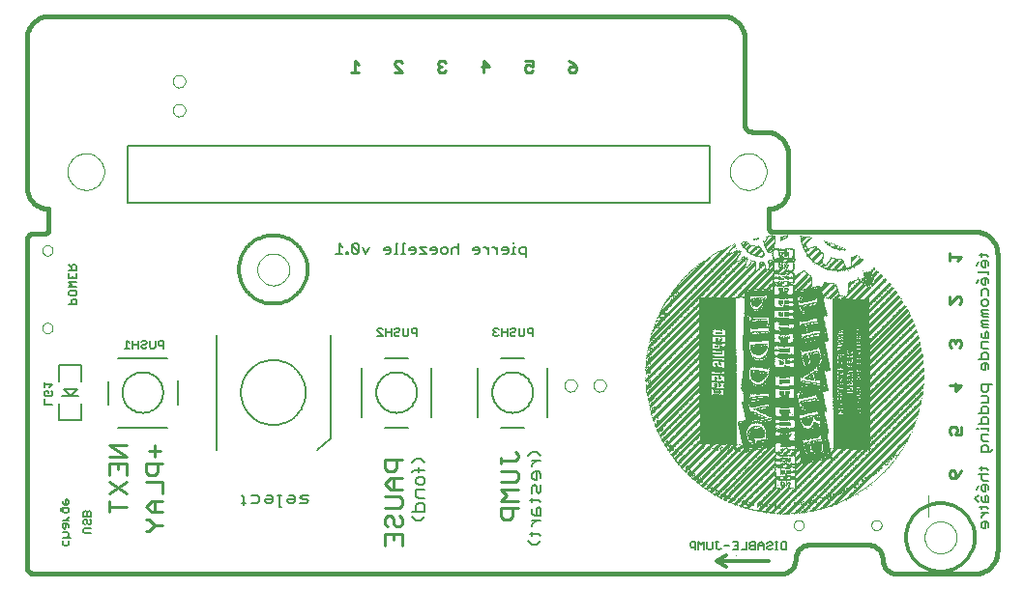
<source format=gbo>
G75*
%MOIN*%
%OFA0B0*%
%FSLAX24Y24*%
%IPPOS*%
%LPD*%
%AMOC8*
5,1,8,0,0,1.08239X$1,22.5*
%
%ADD10C,0.0160*%
%ADD11C,0.0000*%
%ADD12C,0.0110*%
%ADD13C,0.0080*%
%ADD14C,0.0120*%
%ADD15C,0.0050*%
%ADD16R,0.0009X0.0009*%
%ADD17R,0.0009X0.0113*%
%ADD18R,0.0009X0.0026*%
%ADD19R,0.0009X0.0017*%
%ADD20R,0.0009X0.0035*%
%ADD21R,0.0009X0.0122*%
%ADD22R,0.0009X0.0131*%
%ADD23R,0.0009X0.0113*%
%ADD24R,0.0009X0.0122*%
%ADD25R,0.0009X0.0061*%
%ADD26R,0.0009X0.0009*%
%ADD27R,0.0009X0.0122*%
%ADD28R,0.0009X0.0131*%
%ADD29R,0.0009X0.0044*%
%ADD30R,0.0009X0.0122*%
%ADD31R,0.0009X0.0096*%
%ADD32R,0.0009X0.0131*%
%ADD33R,0.0009X0.0061*%
%ADD34R,0.0009X0.0122*%
%ADD35R,0.0009X0.0131*%
%ADD36R,0.0009X0.0131*%
%ADD37R,0.0009X0.0131*%
%ADD38R,0.0009X0.0122*%
%ADD39R,0.0009X0.0017*%
%ADD40R,0.0009X0.0052*%
%ADD41R,0.0009X0.0044*%
%ADD42R,0.0009X0.0113*%
%ADD43R,0.0009X0.0079*%
%ADD44R,0.0009X0.0079*%
%ADD45R,0.0009X0.0009*%
%ADD46R,0.0009X0.0009*%
%ADD47R,0.0009X0.0052*%
%ADD48R,0.0009X0.0070*%
%ADD49R,0.0009X0.0087*%
%ADD50R,0.0009X0.0061*%
%ADD51R,0.0009X0.0052*%
%ADD52R,0.0009X0.0087*%
%ADD53R,0.0009X0.0044*%
%ADD54R,0.0009X0.0070*%
%ADD55R,0.0009X0.0105*%
%ADD56R,0.0009X0.0017*%
%ADD57R,0.0009X0.0035*%
%ADD58R,0.0009X0.0017*%
%ADD59R,0.0009X0.0070*%
%ADD60R,0.0009X0.0096*%
%ADD61R,0.0009X0.0079*%
%ADD62R,0.0009X0.0113*%
%ADD63R,0.0009X0.0096*%
%ADD64R,0.0009X0.0070*%
%ADD65R,0.0009X0.0087*%
%ADD66R,0.0009X0.0044*%
%ADD67R,0.0009X0.0105*%
%ADD68R,0.0009X0.0009*%
%ADD69R,0.0009X0.0035*%
%ADD70R,0.0009X0.0061*%
%ADD71R,0.0009X0.0079*%
%ADD72R,0.0009X0.0035*%
%ADD73R,0.0009X0.0017*%
%ADD74R,0.0009X0.0113*%
%ADD75R,0.0009X0.0044*%
%ADD76R,0.0009X0.0026*%
%ADD77R,0.0009X0.0140*%
%ADD78R,0.0009X0.0026*%
%ADD79R,0.0009X0.0009*%
%ADD80R,0.0009X0.0061*%
%ADD81R,0.0009X0.0017*%
%ADD82R,0.0009X0.0026*%
%ADD83R,0.0009X0.0035*%
%ADD84R,0.0009X0.0070*%
%ADD85R,0.0009X0.0105*%
%ADD86R,0.0009X0.0140*%
%ADD87R,0.0009X0.0087*%
%ADD88R,0.0009X0.0105*%
%ADD89R,0.0009X0.0140*%
%ADD90R,0.0009X0.0052*%
%ADD91R,0.0009X0.0140*%
%ADD92R,0.0009X0.0035*%
%ADD93R,0.0009X0.0157*%
%ADD94R,0.0009X0.0052*%
%ADD95R,0.0009X0.0087*%
%ADD96R,0.0009X0.0105*%
%ADD97R,0.0009X0.0044*%
%ADD98R,0.0009X0.0750*%
%ADD99R,0.0009X0.1527*%
%ADD100R,0.0009X0.0113*%
%ADD101R,0.0009X0.0052*%
%ADD102R,0.0009X0.0105*%
%ADD103R,0.0009X0.2539*%
%ADD104R,0.0009X0.3665*%
%ADD105R,0.0009X0.4441*%
%ADD106R,0.0009X0.0079*%
%ADD107R,0.0009X0.5227*%
%ADD108R,0.0009X0.0183*%
%ADD109R,0.0009X0.5227*%
%ADD110R,0.0009X0.0288*%
%ADD111R,0.0009X0.0148*%
%ADD112R,0.0009X0.0279*%
%ADD113R,0.0009X0.5218*%
%ADD114R,0.0009X0.0288*%
%ADD115R,0.0009X0.5349*%
%ADD116R,0.0009X0.0358*%
%ADD117R,0.0009X0.5331*%
%ADD118R,0.0009X0.5323*%
%ADD119R,0.0009X0.0201*%
%ADD120R,0.0009X0.5323*%
%ADD121R,0.0009X0.0183*%
%ADD122R,0.0009X0.5244*%
%ADD123R,0.0009X0.5331*%
%ADD124R,0.0009X0.0061*%
%ADD125R,0.0009X0.0166*%
%ADD126R,0.0009X0.5323*%
%ADD127R,0.0009X0.5331*%
%ADD128R,0.0009X0.5340*%
%ADD129R,0.0009X0.5218*%
%ADD130R,0.0009X0.5209*%
%ADD131R,0.0009X0.5209*%
%ADD132R,0.0009X0.1300*%
%ADD133R,0.0009X0.0305*%
%ADD134R,0.0009X0.0532*%
%ADD135R,0.0009X0.0436*%
%ADD136R,0.0009X0.0916*%
%ADD137R,0.0009X0.1684*%
%ADD138R,0.0009X0.1649*%
%ADD139R,0.0009X0.0079*%
%ADD140R,0.0009X0.0410*%
%ADD141R,0.0009X0.0183*%
%ADD142R,0.0009X0.0157*%
%ADD143R,0.0009X0.0244*%
%ADD144R,0.0009X0.0218*%
%ADD145R,0.0009X0.0140*%
%ADD146R,0.0009X0.1030*%
%ADD147R,0.0009X0.1239*%
%ADD148R,0.0009X0.1003*%
%ADD149R,0.0009X0.1256*%
%ADD150R,0.0009X0.1003*%
%ADD151R,0.0009X0.1274*%
%ADD152R,0.0009X0.1274*%
%ADD153R,0.0009X0.0087*%
%ADD154R,0.0009X0.0995*%
%ADD155R,0.0009X0.1291*%
%ADD156R,0.0009X0.1108*%
%ADD157R,0.0009X0.1309*%
%ADD158R,0.0009X0.1117*%
%ADD159R,0.0009X0.1300*%
%ADD160R,0.0009X0.0148*%
%ADD161R,0.0009X0.1318*%
%ADD162R,0.0009X0.0026*%
%ADD163R,0.0009X0.0148*%
%ADD164R,0.0009X0.1091*%
%ADD165R,0.0009X0.1309*%
%ADD166R,0.0009X0.0157*%
%ADD167R,0.0009X0.0148*%
%ADD168R,0.0009X0.1099*%
%ADD169R,0.0009X0.1326*%
%ADD170R,0.0009X0.0157*%
%ADD171R,0.0009X0.1082*%
%ADD172R,0.0009X0.1326*%
%ADD173R,0.0009X0.1344*%
%ADD174R,0.0009X0.0175*%
%ADD175R,0.0009X0.0096*%
%ADD176R,0.0009X0.0166*%
%ADD177R,0.0009X0.1047*%
%ADD178R,0.0009X0.1352*%
%ADD179R,0.0009X0.0201*%
%ADD180R,0.0009X0.1065*%
%ADD181R,0.0009X0.1352*%
%ADD182R,0.0009X0.0174*%
%ADD183R,0.0009X0.0209*%
%ADD184R,0.0009X0.1047*%
%ADD185R,0.0009X0.1239*%
%ADD186R,0.0009X0.0192*%
%ADD187R,0.0009X0.1038*%
%ADD188R,0.0009X0.1248*%
%ADD189R,0.0009X0.0192*%
%ADD190R,0.0009X0.1030*%
%ADD191R,0.0009X0.1230*%
%ADD192R,0.0009X0.0148*%
%ADD193R,0.0009X0.1248*%
%ADD194R,0.0009X0.1003*%
%ADD195R,0.0009X0.0148*%
%ADD196R,0.0009X0.1248*%
%ADD197R,0.0009X0.1012*%
%ADD198R,0.0009X0.1256*%
%ADD199R,0.0009X0.0995*%
%ADD200R,0.0009X0.2007*%
%ADD201R,0.0009X0.0532*%
%ADD202R,0.0009X0.0995*%
%ADD203R,0.0009X0.1335*%
%ADD204R,0.0009X0.5209*%
%ADD205R,0.0009X0.0227*%
%ADD206R,0.0009X0.2059*%
%ADD207R,0.0009X0.0218*%
%ADD208R,0.0009X0.0611*%
%ADD209R,0.0009X0.2155*%
%ADD210R,0.0009X0.0096*%
%ADD211R,0.0009X0.1937*%
%ADD212R,0.0009X0.1806*%
%ADD213R,0.0009X0.1955*%
%ADD214R,0.0009X0.1797*%
%ADD215R,0.0009X0.1955*%
%ADD216R,0.0009X0.1789*%
%ADD217R,0.0009X0.1972*%
%ADD218R,0.0009X0.1911*%
%ADD219R,0.0009X0.1981*%
%ADD220R,0.0009X0.1902*%
%ADD221R,0.0009X0.1998*%
%ADD222R,0.0009X0.1902*%
%ADD223R,0.0009X0.2007*%
%ADD224R,0.0009X0.1885*%
%ADD225R,0.0009X0.2024*%
%ADD226R,0.0009X0.1876*%
%ADD227R,0.0009X0.2024*%
%ADD228R,0.0009X0.1876*%
%ADD229R,0.0009X0.2033*%
%ADD230R,0.0009X0.1859*%
%ADD231R,0.0009X0.2051*%
%ADD232R,0.0009X0.1850*%
%ADD233R,0.0009X0.2051*%
%ADD234R,0.0009X0.1841*%
%ADD235R,0.0009X0.1841*%
%ADD236R,0.0009X0.2077*%
%ADD237R,0.0009X0.1824*%
%ADD238R,0.0009X0.2077*%
%ADD239R,0.0009X0.1815*%
%ADD240R,0.0009X0.1946*%
%ADD241R,0.0009X0.1815*%
%ADD242R,0.0009X0.1797*%
%ADD243R,0.0009X0.0140*%
%ADD244R,0.0009X0.1946*%
%ADD245R,0.0009X0.1789*%
%ADD246R,0.0009X0.1955*%
%ADD247R,0.0009X0.5200*%
%ADD248R,0.0009X0.5200*%
%ADD249R,0.0009X0.5192*%
%ADD250R,0.0009X0.5296*%
%ADD251R,0.0009X0.5314*%
%ADD252R,0.0009X0.5314*%
%ADD253R,0.0009X0.0480*%
%ADD254R,0.0009X0.2016*%
%ADD255R,0.0009X0.1248*%
%ADD256R,0.0009X0.1178*%
%ADD257R,0.0009X0.0070*%
%ADD258R,0.0009X0.1152*%
%ADD259R,0.0009X0.1291*%
%ADD260R,0.0009X0.1161*%
%ADD261R,0.0009X0.1283*%
%ADD262R,0.0009X0.0026*%
%ADD263R,0.0009X0.1134*%
%ADD264R,0.0009X0.1134*%
%ADD265R,0.0009X0.1309*%
%ADD266R,0.0009X0.1117*%
%ADD267R,0.0009X0.1318*%
%ADD268R,0.0009X0.1099*%
%ADD269R,0.0009X0.1204*%
%ADD270R,0.0009X0.1091*%
%ADD271R,0.0009X0.1204*%
%ADD272R,0.0009X0.1082*%
%ADD273R,0.0009X0.1204*%
%ADD274R,0.0009X0.1082*%
%ADD275R,0.0009X0.0209*%
%ADD276R,0.0009X0.1073*%
%ADD277R,0.0009X0.1065*%
%ADD278R,0.0009X0.1195*%
%ADD279R,0.0009X0.1073*%
%ADD280R,0.0009X0.1195*%
%ADD281R,0.0009X0.0157*%
%ADD282R,0.0009X0.1065*%
%ADD283R,0.0009X0.1187*%
%ADD284R,0.0009X0.1195*%
%ADD285R,0.0009X0.1056*%
%ADD286R,0.0009X0.2251*%
%ADD287R,0.0009X0.0707*%
%ADD288R,0.0009X0.1056*%
%ADD289R,0.0009X0.5314*%
%ADD290R,0.0009X0.5331*%
%ADD291R,0.0009X0.5253*%
%ADD292R,0.0009X0.5331*%
%ADD293R,0.0009X0.5331*%
%ADD294R,0.0009X0.4782*%
%ADD295R,0.0009X0.0646*%
%ADD296R,0.0009X0.3037*%
%ADD297R,0.0009X0.0846*%
%ADD298R,0.0009X0.1213*%
%ADD299R,0.0009X0.0907*%
%ADD300R,0.0009X0.0916*%
%ADD301R,0.0009X0.0236*%
%ADD302R,0.0009X0.0366*%
%ADD303R,0.0009X0.0253*%
%ADD304R,0.0009X0.0393*%
%ADD305R,0.0009X0.0445*%
%ADD306R,0.0009X0.0366*%
%ADD307R,0.0009X0.0419*%
%ADD308R,0.0009X0.0445*%
%ADD309R,0.0009X0.0497*%
%ADD310R,0.0009X0.0209*%
%ADD311R,0.0009X0.0541*%
%ADD312R,0.0009X0.0270*%
%ADD313R,0.0009X0.0201*%
%ADD314R,0.0009X0.0340*%
%ADD315R,0.0009X0.0174*%
%ADD316R,0.0009X0.0314*%
%ADD317R,0.0009X0.0323*%
%ADD318R,0.0009X0.0340*%
%ADD319R,0.0009X0.0096*%
%ADD320R,0.0009X0.0323*%
%ADD321R,0.0009X0.0175*%
%ADD322R,0.0009X0.0393*%
%ADD323R,0.0009X0.0428*%
%ADD324R,0.0009X0.0323*%
%ADD325R,0.0009X0.0471*%
%ADD326R,0.0009X0.0227*%
%ADD327R,0.0009X0.0340*%
%ADD328R,0.0009X0.0288*%
%ADD329R,0.0009X0.0340*%
%ADD330R,0.0009X0.0637*%
%ADD331R,0.0009X0.0244*%
%ADD332R,0.0009X0.0332*%
%ADD333R,0.0009X0.0227*%
%ADD334R,0.0009X0.0663*%
%ADD335R,0.0009X0.0244*%
%ADD336R,0.0009X0.0262*%
%ADD337R,0.0009X0.0637*%
%ADD338R,0.0009X0.0332*%
%ADD339R,0.0009X0.0305*%
%ADD340R,0.0009X0.0663*%
%ADD341R,0.0009X0.0366*%
%ADD342R,0.0009X0.0340*%
%ADD343R,0.0009X0.0401*%
%ADD344R,0.0009X0.0314*%
%ADD345R,0.0009X0.0349*%
%ADD346R,0.0009X0.0428*%
%ADD347R,0.0009X0.0288*%
%ADD348R,0.0009X0.0314*%
%ADD349R,0.0009X0.0358*%
%ADD350R,0.0009X0.0279*%
%ADD351R,0.0009X0.0218*%
%ADD352R,0.0009X0.0271*%
%ADD353R,0.0009X0.0175*%
%ADD354R,0.0009X0.0358*%
%ADD355R,0.0009X0.0340*%
%ADD356R,0.0009X0.0428*%
%ADD357R,0.0009X0.0401*%
%ADD358R,0.0009X0.0262*%
%ADD359R,0.0009X0.0515*%
%ADD360R,0.0009X0.0227*%
%ADD361R,0.0009X0.0349*%
%ADD362R,0.0009X0.0305*%
%ADD363R,0.0009X0.0375*%
%ADD364R,0.0009X0.0358*%
%ADD365R,0.0009X0.0541*%
%ADD366R,0.0009X0.0166*%
%ADD367R,0.0009X0.0628*%
%ADD368R,0.0009X0.0305*%
%ADD369R,0.0009X0.0942*%
%ADD370R,0.0009X0.0524*%
%ADD371R,0.0009X0.0532*%
%ADD372R,0.0009X0.0620*%
%ADD373R,0.0009X0.0925*%
%ADD374R,0.0009X0.0524*%
%ADD375R,0.0009X0.0541*%
%ADD376R,0.0009X0.0750*%
%ADD377R,0.0009X0.0480*%
%ADD378R,0.0009X0.0558*%
%ADD379R,0.0009X0.0628*%
%ADD380R,0.0009X0.0742*%
%ADD381R,0.0009X0.0236*%
%ADD382R,0.0009X0.0192*%
%ADD383R,0.0009X0.0157*%
%ADD384R,0.0009X0.0541*%
%ADD385R,0.0009X0.0611*%
%ADD386R,0.0009X0.0576*%
%ADD387R,0.0009X0.0366*%
%ADD388R,0.0009X0.0646*%
%ADD389R,0.0009X0.0716*%
%ADD390R,0.0009X0.0209*%
%ADD391R,0.0009X0.0602*%
%ADD392R,0.0009X0.0445*%
%ADD393R,0.0009X0.0585*%
%ADD394R,0.0009X0.0314*%
%ADD395R,0.0009X0.0654*%
%ADD396R,0.0009X0.0393*%
%ADD397R,0.0009X0.0244*%
%ADD398R,0.0009X0.0436*%
%ADD399R,0.0009X0.0471*%
%ADD400R,0.0009X0.0681*%
%ADD401R,0.0009X0.0471*%
%ADD402R,0.0009X0.0270*%
%ADD403R,0.0009X0.0236*%
%ADD404R,0.0009X0.0506*%
%ADD405R,0.0009X0.0323*%
%ADD406R,0.0009X0.0672*%
%ADD407R,0.0009X0.0454*%
%ADD408R,0.0009X0.0271*%
%ADD409R,0.0009X0.0428*%
%ADD410R,0.0009X0.0244*%
%ADD411R,0.0009X0.0489*%
%ADD412R,0.0009X0.0349*%
%ADD413R,0.0009X0.0602*%
%ADD414R,0.0009X0.0489*%
%ADD415R,0.0009X0.0384*%
%ADD416R,0.0009X0.0689*%
%ADD417R,0.0009X0.0410*%
%ADD418R,0.0009X0.0253*%
%ADD419R,0.0009X0.0585*%
%ADD420R,0.0009X0.0489*%
%ADD421R,0.0009X0.0436*%
%ADD422R,0.0009X0.0262*%
%ADD423R,0.0009X0.0462*%
%ADD424R,0.0009X0.0419*%
%ADD425R,0.0009X0.0506*%
%ADD426R,0.0009X0.0454*%
%ADD427R,0.0009X0.0393*%
%ADD428R,0.0009X0.0279*%
%ADD429R,0.0009X0.0480*%
%ADD430R,0.0009X0.0462*%
%ADD431R,0.0009X0.0393*%
%ADD432R,0.0009X0.0279*%
%ADD433R,0.0009X0.0576*%
%ADD434R,0.0009X0.0462*%
%ADD435R,0.0009X0.0585*%
%ADD436R,0.0009X0.0323*%
%ADD437R,0.0009X0.0183*%
%ADD438R,0.0009X0.0271*%
%ADD439R,0.0009X0.0480*%
%ADD440R,0.0009X0.0585*%
%ADD441R,0.0009X0.0497*%
%ADD442R,0.0009X0.0506*%
%ADD443R,0.0009X0.0358*%
%ADD444R,0.0009X0.0201*%
%ADD445R,0.0009X0.0358*%
%ADD446R,0.0009X0.0428*%
%ADD447R,0.0009X0.0410*%
%ADD448R,0.0009X0.0366*%
%ADD449R,0.0009X0.0524*%
%ADD450R,0.0009X0.0489*%
%ADD451R,0.0009X0.0384*%
%ADD452R,0.0009X0.0192*%
%ADD453R,0.0009X0.0401*%
%ADD454R,0.0009X0.0419*%
%ADD455R,0.0009X0.0297*%
%ADD456R,0.0009X0.0375*%
%ADD457R,0.0009X0.0410*%
%ADD458R,0.0009X0.0532*%
%ADD459R,0.0009X0.0375*%
%ADD460R,0.0009X0.0297*%
%ADD461R,0.0009X0.0419*%
%ADD462R,0.0009X0.0550*%
%ADD463R,0.0009X0.0174*%
%ADD464R,0.0009X0.0279*%
%ADD465R,0.0009X0.0489*%
%ADD466R,0.0009X0.0375*%
%ADD467R,0.0009X0.0201*%
%ADD468R,0.0009X0.0297*%
%ADD469R,0.0009X0.0349*%
%ADD470R,0.0009X0.0393*%
%ADD471R,0.0009X0.0550*%
%ADD472R,0.0009X0.0489*%
%ADD473R,0.0009X0.0375*%
%ADD474R,0.0009X0.0227*%
%ADD475R,0.0009X0.0166*%
%ADD476R,0.0009X0.0410*%
%ADD477R,0.0009X0.0558*%
%ADD478R,0.0009X0.0166*%
%ADD479R,0.0009X0.0288*%
%ADD480R,0.0009X0.0384*%
%ADD481R,0.0009X0.0183*%
%ADD482R,0.0009X0.0297*%
%ADD483R,0.0009X0.0253*%
%ADD484R,0.0009X0.0497*%
%ADD485R,0.0009X0.0375*%
%ADD486R,0.0009X0.0410*%
%ADD487R,0.0009X0.0236*%
%ADD488R,0.0009X0.0244*%
%ADD489R,0.0009X0.0253*%
%ADD490R,0.0009X0.0305*%
%ADD491R,0.0009X0.0297*%
%ADD492R,0.0009X0.0288*%
%ADD493R,0.0009X0.0384*%
%ADD494R,0.0009X0.0192*%
%ADD495R,0.0009X0.0384*%
%ADD496R,0.0009X0.0419*%
%ADD497R,0.0009X0.0227*%
%ADD498R,0.0009X0.0436*%
%ADD499R,0.0009X0.0253*%
%ADD500R,0.0009X0.0201*%
%ADD501R,0.0009X0.0506*%
%ADD502R,0.0009X0.0384*%
%ADD503R,0.0009X0.0515*%
%ADD504R,0.0009X0.0654*%
%ADD505R,0.0009X0.0646*%
%ADD506R,0.0009X0.0672*%
%ADD507R,0.0009X0.0183*%
%ADD508R,0.0009X0.0462*%
%ADD509R,0.0009X0.0349*%
%ADD510R,0.0009X0.0218*%
%ADD511R,0.0009X0.0262*%
%ADD512R,0.0009X0.0218*%
%ADD513R,0.0009X0.0419*%
%ADD514R,0.0009X0.0401*%
%ADD515R,0.0009X0.0550*%
%ADD516R,0.0009X0.0724*%
%ADD517R,0.0009X0.0759*%
%ADD518R,0.0009X0.0218*%
%ADD519R,0.0009X0.1038*%
%ADD520R,0.0009X0.0689*%
%ADD521R,0.0009X0.1030*%
%ADD522R,0.0009X0.0715*%
%ADD523R,0.0009X0.0794*%
%ADD524R,0.0009X0.0820*%
%ADD525R,0.0009X0.0986*%
%ADD526R,0.0009X0.0829*%
%ADD527R,0.0009X0.0567*%
%ADD528R,0.0009X0.0969*%
%ADD529R,0.0009X0.0846*%
%ADD530R,0.0009X0.0733*%
%ADD531R,0.0009X0.0349*%
%ADD532R,0.0009X0.0960*%
%ADD533R,0.0009X0.0977*%
%ADD534R,0.0009X0.1701*%
%ADD535R,0.0009X0.1099*%
%ADD536R,0.0009X0.1693*%
%ADD537R,0.0009X0.1117*%
%ADD538R,0.0009X0.1684*%
%ADD539R,0.0009X0.1710*%
%ADD540R,0.0009X0.1222*%
%ADD541R,0.0009X0.2181*%
%ADD542R,0.0009X0.1675*%
%ADD543R,0.0009X0.2391*%
%ADD544R,0.0009X0.1710*%
%ADD545R,0.0009X0.3071*%
%ADD546R,0.0009X0.0297*%
%ADD547R,0.0009X0.1771*%
%ADD548R,0.0009X0.3098*%
%ADD549R,0.0009X0.3159*%
%ADD550R,0.0009X0.3194*%
%ADD551R,0.0009X0.3263*%
%ADD552R,0.0009X0.1806*%
%ADD553R,0.0009X0.3569*%
%ADD554R,0.0009X0.1832*%
%ADD555R,0.0009X0.3525*%
%ADD556R,0.0009X0.5427*%
%ADD557R,0.0009X0.5410*%
%ADD558R,0.0009X0.5340*%
%ADD559R,0.0009X0.5401*%
%ADD560R,0.0009X0.5462*%
%ADD561R,0.0009X0.2251*%
%ADD562R,0.0009X0.0811*%
%ADD563R,0.0009X0.2513*%
%ADD564R,0.0009X0.4555*%
%ADD565R,0.0009X0.4014*%
%ADD566R,0.0009X0.0515*%
%ADD567R,0.0009X0.3019*%
%ADD568R,0.0009X0.0192*%
%ADD569R,0.0009X0.2897*%
%ADD570R,0.0009X0.2059*%
%ADD571R,0.0009X0.1379*%
%ADD572R,0.0009X0.0332*%
%ADD573R,0.0009X0.0366*%
%ADD574R,0.0009X0.0436*%
%ADD575R,0.0009X0.0567*%
%ADD576R,0.0009X0.0558*%
%ADD577R,0.0009X0.0558*%
%ADD578R,0.0009X0.0567*%
%ADD579R,0.0009X0.0550*%
%ADD580R,0.0009X0.0462*%
%ADD581R,0.0009X0.0445*%
%ADD582R,0.0009X0.0454*%
%ADD583R,0.0009X0.0253*%
%ADD584R,0.0009X0.1745*%
%ADD585R,0.0009X0.2792*%
%ADD586R,0.0009X0.2906*%
%ADD587R,0.0009X0.4075*%
%ADD588R,0.0009X0.4511*%
%ADD589R,0.0009X0.5576*%
%ADD590R,0.0009X0.6003*%
%ADD591R,0.0009X0.5549*%
%ADD592R,0.0009X0.5427*%
%ADD593R,0.0009X0.0951*%
%ADD594R,0.0009X0.1623*%
%ADD595R,0.0009X0.2827*%
%ADD596R,0.0009X0.2522*%
%ADD597R,0.0009X0.2810*%
%ADD598R,0.0009X0.0925*%
%ADD599R,0.0009X0.1510*%
%ADD600R,0.0009X0.2661*%
%ADD601R,0.0009X0.1448*%
%ADD602R,0.0009X0.2103*%
%ADD603R,0.0009X0.0628*%
%ADD604R,0.0009X0.0960*%
%ADD605R,0.0009X0.3499*%
%ADD606R,0.0009X0.0977*%
%ADD607R,0.0009X0.3490*%
%ADD608R,0.0009X0.0628*%
%ADD609R,0.0009X0.0977*%
%ADD610R,0.0009X0.3473*%
%ADD611R,0.0009X0.0838*%
%ADD612R,0.0009X0.0986*%
%ADD613R,0.0009X0.0742*%
%ADD614R,0.0009X0.2731*%
%ADD615R,0.0009X0.0698*%
%ADD616R,0.0009X0.0890*%
%ADD617R,0.0009X0.0593*%
%ADD618R,0.0009X0.1003*%
%ADD619R,0.0009X0.0515*%
%ADD620R,0.0009X0.0811*%
%ADD621R,0.0009X0.0593*%
%ADD622R,0.0009X0.1012*%
%ADD623R,0.0009X0.0654*%
%ADD624R,0.0009X0.0881*%
%ADD625R,0.0009X0.0279*%
%ADD626R,0.0009X0.0558*%
%ADD627R,0.0009X0.0270*%
%ADD628R,0.0009X0.0829*%
%ADD629R,0.0009X0.0873*%
%ADD630R,0.0009X0.0820*%
%ADD631R,0.0009X0.0881*%
%ADD632R,0.0009X0.0820*%
%ADD633R,0.0009X0.0829*%
%ADD634R,0.0009X0.0663*%
%ADD635R,0.0009X0.0462*%
%ADD636R,0.0009X0.0262*%
%ADD637R,0.0009X0.0820*%
%ADD638R,0.0009X0.0323*%
%ADD639R,0.0009X0.0445*%
%ADD640R,0.0009X0.0209*%
%ADD641R,0.0009X0.0236*%
%ADD642R,0.0009X0.0506*%
%ADD643R,0.0009X0.0209*%
%ADD644R,0.0009X0.0506*%
%ADD645R,0.0009X0.0305*%
%ADD646R,0.0009X0.0314*%
%ADD647R,0.0009X0.0314*%
%ADD648R,0.0009X0.0454*%
%ADD649R,0.0009X0.0436*%
%ADD650R,0.0009X0.0602*%
%ADD651R,0.0009X0.0750*%
%ADD652R,0.0009X0.0724*%
%ADD653R,0.0009X0.0829*%
%ADD654R,0.0009X0.0899*%
%ADD655R,0.0009X0.0934*%
%ADD656R,0.0009X0.0707*%
%ADD657R,0.0009X0.0838*%
%ADD658R,0.0009X0.2906*%
%ADD659R,0.0009X0.0716*%
%ADD660R,0.0009X0.2914*%
%ADD661R,0.0009X0.0838*%
%ADD662R,0.0009X0.2932*%
%ADD663R,0.0009X0.0864*%
%ADD664R,0.0009X0.2897*%
%ADD665R,0.0009X0.0829*%
%ADD666R,0.0009X0.0602*%
%ADD667R,0.0009X0.2906*%
%ADD668R,0.0009X0.0236*%
%ADD669R,0.0009X0.2949*%
%ADD670R,0.0009X0.2277*%
%ADD671R,0.0009X0.0620*%
%ADD672R,0.0009X0.1021*%
%ADD673R,0.0009X0.1300*%
%ADD674R,0.0009X0.1588*%
%ADD675R,0.0009X0.1248*%
%ADD676R,0.0009X0.1030*%
%ADD677R,0.0009X0.0934*%
%ADD678R,0.0009X0.0881*%
%ADD679R,0.0009X0.0838*%
%ADD680R,0.0009X0.0811*%
%ADD681R,0.0009X0.0742*%
%ADD682R,0.0009X0.0672*%
%ADD683R,0.0009X0.0628*%
%ADD684R,0.0009X0.0637*%
%ADD685R,0.0009X0.1893*%
%ADD686R,0.0009X0.2548*%
%ADD687R,0.0009X0.3324*%
%ADD688R,0.0009X0.4886*%
%ADD689R,0.0009X0.5148*%
%ADD690R,0.0009X0.5166*%
%ADD691R,0.0009X0.5174*%
%ADD692R,0.0009X0.2722*%
%ADD693R,0.0009X0.2452*%
%ADD694R,0.0009X0.2722*%
%ADD695R,0.0009X0.1693*%
%ADD696R,0.0009X0.3124*%
%ADD697R,0.0009X0.1675*%
%ADD698R,0.0009X0.2618*%
%ADD699R,0.0009X0.1553*%
%ADD700R,0.0009X0.2635*%
%ADD701R,0.0009X0.1667*%
%ADD702R,0.0009X0.2941*%
%ADD703R,0.0009X0.2871*%
%ADD704R,0.0009X0.1414*%
%ADD705R,0.0009X0.2941*%
%ADD706R,0.0009X0.1335*%
%ADD707R,0.0009X0.2949*%
%ADD708R,0.0009X0.3578*%
%ADD709R,0.0009X0.1832*%
%ADD710R,0.0009X0.0951*%
%ADD711R,0.0009X0.1352*%
%ADD712R,0.0009X0.5070*%
%ADD713R,0.0009X0.2792*%
%ADD714R,0.0009X0.1440*%
%ADD715R,0.0009X0.3560*%
%ADD716R,0.0009X0.1501*%
%ADD717R,0.0009X0.2801*%
%ADD718R,0.0009X0.0794*%
%ADD719R,0.0009X0.1466*%
%ADD720R,0.0009X0.3202*%
%ADD721R,0.0009X0.1614*%
%ADD722R,0.0009X0.5201*%
%ADD723R,0.0009X0.5244*%
%ADD724R,0.0009X0.5200*%
%ADD725R,0.0009X0.5061*%
%ADD726R,0.0009X0.5078*%
%ADD727R,0.0009X0.5061*%
%ADD728R,0.0009X0.5070*%
%ADD729R,0.0009X0.5078*%
%ADD730R,0.0009X0.3656*%
%ADD731R,0.0009X0.1405*%
%ADD732R,0.0009X0.3403*%
%ADD733R,0.0009X0.3403*%
%ADD734R,0.0009X0.1099*%
%ADD735R,0.0009X0.1728*%
%ADD736R,0.0009X0.0733*%
%ADD737R,0.0009X0.1108*%
%ADD738R,0.0009X0.2190*%
%ADD739R,0.0009X0.1091*%
%ADD740R,0.0009X0.1771*%
%ADD741R,0.0009X0.1719*%
%ADD742R,0.0009X0.1710*%
%ADD743R,0.0009X0.1701*%
%ADD744R,0.0009X0.1099*%
%ADD745R,0.0009X0.1701*%
%ADD746R,0.0009X0.1710*%
%ADD747R,0.0009X0.1222*%
%ADD748R,0.0009X0.1710*%
%ADD749R,0.0009X0.1710*%
%ADD750R,0.0009X0.1222*%
%ADD751R,0.0009X0.1736*%
%ADD752R,0.0009X0.1195*%
%ADD753R,0.0009X0.1745*%
%ADD754R,0.0009X0.1187*%
%ADD755R,0.0009X0.1754*%
%ADD756R,0.0009X0.1763*%
%ADD757R,0.0009X0.1169*%
%ADD758R,0.0009X0.1684*%
%ADD759R,0.0009X0.1152*%
%ADD760R,0.0009X0.1143*%
%ADD761R,0.0009X0.1806*%
%ADD762R,0.0009X0.1126*%
%ADD763R,0.0009X0.1824*%
%ADD764R,0.0009X0.1126*%
%ADD765R,0.0009X0.1824*%
%ADD766R,0.0009X0.1126*%
%ADD767R,0.0009X0.1117*%
%ADD768R,0.0009X0.1693*%
%ADD769R,0.0009X0.1222*%
%ADD770R,0.0009X0.1195*%
%ADD771R,0.0009X0.1728*%
%ADD772R,0.0009X0.1728*%
%ADD773R,0.0009X0.1169*%
%ADD774R,0.0009X0.1745*%
%ADD775R,0.0009X0.1160*%
%ADD776R,0.0009X0.1736*%
%ADD777R,0.0009X0.1771*%
%ADD778R,0.0009X0.1161*%
%ADD779R,0.0009X0.1457*%
%ADD780R,0.0009X0.1780*%
%ADD781R,0.0009X0.1859*%
%ADD782R,0.0009X0.2112*%
%ADD783R,0.0009X0.1806*%
%ADD784R,0.0009X0.2705*%
%ADD785R,0.0009X0.1867*%
%ADD786R,0.0009X0.3255*%
%ADD787R,0.0009X0.5183*%
%ADD788R,0.0009X0.5052*%
%ADD789R,0.0009X0.4328*%
%ADD790R,0.0009X0.0715*%
%ADD791R,0.0009X0.5052*%
%ADD792R,0.0009X0.5043*%
%ADD793R,0.0009X0.5043*%
%ADD794R,0.0009X0.5043*%
%ADD795R,0.0009X0.5183*%
%ADD796R,0.0009X0.4232*%
%ADD797R,0.0009X0.5157*%
%ADD798R,0.0009X0.5139*%
%ADD799R,0.0009X0.5139*%
%ADD800R,0.0009X0.5148*%
%ADD801R,0.0009X0.5148*%
%ADD802R,0.0009X0.5139*%
%ADD803R,0.0009X0.5139*%
%ADD804R,0.0009X0.5148*%
%ADD805R,0.0009X0.4459*%
%ADD806R,0.0009X0.0672*%
%ADD807R,0.0009X0.4476*%
%ADD808R,0.0009X0.4441*%
%ADD809R,0.0009X0.0689*%
%ADD810R,0.0009X0.5035*%
%ADD811R,0.0009X0.5035*%
%ADD812R,0.0009X0.5035*%
%ADD813R,0.0009X0.5043*%
%ADD814R,0.0009X0.4319*%
%ADD815R,0.0009X0.3429*%
%ADD816R,0.0009X0.2539*%
%ADD817C,0.0100*%
D10*
X007340Y002680D02*
X007340Y013930D01*
X007342Y013960D01*
X007347Y013990D01*
X007356Y014019D01*
X007369Y014046D01*
X007384Y014072D01*
X007403Y014096D01*
X007424Y014117D01*
X007448Y014136D01*
X007474Y014151D01*
X007501Y014164D01*
X007530Y014173D01*
X007560Y014178D01*
X007590Y014180D01*
X007990Y014180D01*
X008007Y014182D01*
X008024Y014186D01*
X008040Y014193D01*
X008054Y014203D01*
X008067Y014216D01*
X008077Y014230D01*
X008084Y014246D01*
X008088Y014263D01*
X008090Y014280D01*
X008090Y015028D01*
X008036Y015030D01*
X007983Y015036D01*
X007931Y015045D01*
X007879Y015058D01*
X007828Y015075D01*
X007778Y015096D01*
X007731Y015120D01*
X007685Y015147D01*
X007641Y015178D01*
X007599Y015211D01*
X007560Y015248D01*
X007523Y015287D01*
X007490Y015329D01*
X007459Y015373D01*
X007432Y015419D01*
X007408Y015466D01*
X007387Y015516D01*
X007370Y015567D01*
X007357Y015619D01*
X007348Y015671D01*
X007342Y015724D01*
X007340Y015778D01*
X007340Y020893D01*
X007342Y020947D01*
X007347Y021000D01*
X007356Y021053D01*
X007369Y021105D01*
X007385Y021157D01*
X007405Y021207D01*
X007428Y021255D01*
X007455Y021302D01*
X007484Y021347D01*
X007517Y021390D01*
X007552Y021430D01*
X007590Y021468D01*
X007630Y021503D01*
X007673Y021536D01*
X007718Y021565D01*
X007765Y021592D01*
X007813Y021615D01*
X007863Y021635D01*
X007915Y021651D01*
X007967Y021664D01*
X008020Y021673D01*
X008073Y021678D01*
X008127Y021680D01*
X031302Y021680D01*
X031356Y021678D01*
X031409Y021673D01*
X031462Y021664D01*
X031514Y021651D01*
X031566Y021635D01*
X031616Y021615D01*
X031664Y021592D01*
X031711Y021565D01*
X031756Y021536D01*
X031799Y021503D01*
X031839Y021468D01*
X031877Y021430D01*
X031912Y021390D01*
X031945Y021347D01*
X031974Y021302D01*
X032001Y021255D01*
X032024Y021207D01*
X032044Y021157D01*
X032060Y021105D01*
X032073Y021053D01*
X032082Y021000D01*
X032087Y020947D01*
X032089Y020893D01*
X032090Y020893D02*
X032090Y017930D01*
X032092Y017900D01*
X032097Y017870D01*
X032106Y017841D01*
X032119Y017814D01*
X032134Y017788D01*
X032153Y017764D01*
X032174Y017743D01*
X032198Y017724D01*
X032224Y017709D01*
X032251Y017696D01*
X032280Y017687D01*
X032310Y017682D01*
X032340Y017680D01*
X032802Y017680D01*
X032856Y017678D01*
X032909Y017673D01*
X032962Y017664D01*
X033014Y017651D01*
X033066Y017635D01*
X033116Y017615D01*
X033164Y017592D01*
X033211Y017565D01*
X033256Y017536D01*
X033299Y017503D01*
X033339Y017468D01*
X033377Y017430D01*
X033412Y017390D01*
X033445Y017347D01*
X033474Y017302D01*
X033501Y017255D01*
X033524Y017207D01*
X033544Y017157D01*
X033560Y017105D01*
X033573Y017053D01*
X033582Y017000D01*
X033587Y016947D01*
X033589Y016893D01*
X033590Y016893D02*
X033590Y015688D01*
X033589Y015688D02*
X033587Y015639D01*
X033582Y015590D01*
X033572Y015541D01*
X033560Y015494D01*
X033543Y015447D01*
X033524Y015402D01*
X033501Y015359D01*
X033474Y015317D01*
X033445Y015277D01*
X033413Y015240D01*
X033378Y015205D01*
X033341Y015173D01*
X033301Y015144D01*
X033260Y015117D01*
X033216Y015094D01*
X033171Y015075D01*
X033124Y015058D01*
X033077Y015046D01*
X033028Y015036D01*
X032979Y015031D01*
X032930Y015029D01*
X032930Y015028D02*
X032930Y014341D01*
X032932Y014324D01*
X032936Y014307D01*
X032943Y014291D01*
X032953Y014277D01*
X032966Y014264D01*
X032980Y014254D01*
X032996Y014247D01*
X033013Y014243D01*
X033030Y014241D01*
X040017Y014241D01*
X040071Y014239D01*
X040124Y014234D01*
X040177Y014225D01*
X040229Y014212D01*
X040281Y014196D01*
X040331Y014176D01*
X040379Y014153D01*
X040426Y014126D01*
X040471Y014097D01*
X040514Y014064D01*
X040554Y014029D01*
X040592Y013991D01*
X040627Y013951D01*
X040660Y013908D01*
X040689Y013863D01*
X040716Y013816D01*
X040739Y013768D01*
X040759Y013718D01*
X040775Y013666D01*
X040788Y013614D01*
X040797Y013561D01*
X040802Y013508D01*
X040804Y013454D01*
X040804Y003217D01*
X040802Y003163D01*
X040797Y003110D01*
X040788Y003057D01*
X040775Y003005D01*
X040759Y002953D01*
X040739Y002903D01*
X040716Y002855D01*
X040689Y002808D01*
X040660Y002763D01*
X040627Y002720D01*
X040592Y002680D01*
X040554Y002642D01*
X040514Y002607D01*
X040471Y002574D01*
X040426Y002545D01*
X040379Y002518D01*
X040331Y002495D01*
X040281Y002475D01*
X040229Y002459D01*
X040177Y002446D01*
X040124Y002437D01*
X040071Y002432D01*
X040017Y002430D01*
X037340Y002430D01*
X037296Y002432D01*
X037253Y002438D01*
X037211Y002447D01*
X037169Y002460D01*
X037129Y002477D01*
X037090Y002497D01*
X037053Y002520D01*
X037019Y002547D01*
X036986Y002576D01*
X036957Y002609D01*
X036930Y002643D01*
X036907Y002680D01*
X036887Y002719D01*
X036870Y002759D01*
X036857Y002801D01*
X036848Y002843D01*
X036842Y002886D01*
X036840Y002930D01*
X036838Y002974D01*
X036832Y003017D01*
X036823Y003059D01*
X036810Y003101D01*
X036793Y003141D01*
X036773Y003180D01*
X036750Y003217D01*
X036723Y003251D01*
X036694Y003284D01*
X036661Y003313D01*
X036627Y003340D01*
X036590Y003363D01*
X036551Y003383D01*
X036511Y003400D01*
X036469Y003413D01*
X036427Y003422D01*
X036384Y003428D01*
X036340Y003430D01*
X034340Y003430D01*
X034296Y003428D01*
X034253Y003422D01*
X034211Y003413D01*
X034169Y003400D01*
X034129Y003383D01*
X034090Y003363D01*
X034053Y003340D01*
X034019Y003313D01*
X033986Y003284D01*
X033957Y003251D01*
X033930Y003217D01*
X033907Y003180D01*
X033887Y003141D01*
X033870Y003101D01*
X033857Y003059D01*
X033848Y003017D01*
X033842Y002974D01*
X033840Y002930D01*
X033838Y002886D01*
X033832Y002843D01*
X033823Y002801D01*
X033810Y002759D01*
X033793Y002719D01*
X033773Y002680D01*
X033750Y002643D01*
X033723Y002609D01*
X033694Y002576D01*
X033661Y002547D01*
X033627Y002520D01*
X033590Y002497D01*
X033551Y002477D01*
X033511Y002460D01*
X033469Y002447D01*
X033427Y002438D01*
X033384Y002432D01*
X033340Y002430D01*
X007590Y002430D01*
X007560Y002432D01*
X007530Y002437D01*
X007501Y002446D01*
X007474Y002459D01*
X007448Y002474D01*
X007424Y002493D01*
X007403Y002514D01*
X007384Y002538D01*
X007369Y002564D01*
X007356Y002591D01*
X007347Y002620D01*
X007342Y002650D01*
X007340Y002680D01*
D11*
X007880Y010910D02*
X007882Y010936D01*
X007888Y010962D01*
X007898Y010987D01*
X007911Y011010D01*
X007927Y011030D01*
X007947Y011048D01*
X007969Y011063D01*
X007992Y011075D01*
X008018Y011083D01*
X008044Y011087D01*
X008070Y011087D01*
X008096Y011083D01*
X008122Y011075D01*
X008146Y011063D01*
X008167Y011048D01*
X008187Y011030D01*
X008203Y011010D01*
X008216Y010987D01*
X008226Y010962D01*
X008232Y010936D01*
X008234Y010910D01*
X008232Y010884D01*
X008226Y010858D01*
X008216Y010833D01*
X008203Y010810D01*
X008187Y010790D01*
X008167Y010772D01*
X008145Y010757D01*
X008122Y010745D01*
X008096Y010737D01*
X008070Y010733D01*
X008044Y010733D01*
X008018Y010737D01*
X007992Y010745D01*
X007968Y010757D01*
X007947Y010772D01*
X007927Y010790D01*
X007911Y010810D01*
X007898Y010833D01*
X007888Y010858D01*
X007882Y010884D01*
X007880Y010910D01*
X007880Y013587D02*
X007882Y013613D01*
X007888Y013639D01*
X007898Y013664D01*
X007911Y013687D01*
X007927Y013707D01*
X007947Y013725D01*
X007969Y013740D01*
X007992Y013752D01*
X008018Y013760D01*
X008044Y013764D01*
X008070Y013764D01*
X008096Y013760D01*
X008122Y013752D01*
X008146Y013740D01*
X008167Y013725D01*
X008187Y013707D01*
X008203Y013687D01*
X008216Y013664D01*
X008226Y013639D01*
X008232Y013613D01*
X008234Y013587D01*
X008232Y013561D01*
X008226Y013535D01*
X008216Y013510D01*
X008203Y013487D01*
X008187Y013467D01*
X008167Y013449D01*
X008145Y013434D01*
X008122Y013422D01*
X008096Y013414D01*
X008070Y013410D01*
X008044Y013410D01*
X008018Y013414D01*
X007992Y013422D01*
X007968Y013434D01*
X007947Y013449D01*
X007927Y013467D01*
X007911Y013487D01*
X007898Y013510D01*
X007888Y013535D01*
X007882Y013561D01*
X007880Y013587D01*
X008747Y016308D02*
X008749Y016358D01*
X008755Y016408D01*
X008765Y016457D01*
X008779Y016505D01*
X008796Y016552D01*
X008817Y016597D01*
X008842Y016641D01*
X008870Y016682D01*
X008902Y016721D01*
X008936Y016758D01*
X008973Y016792D01*
X009013Y016822D01*
X009055Y016849D01*
X009099Y016873D01*
X009145Y016894D01*
X009192Y016910D01*
X009240Y016923D01*
X009290Y016932D01*
X009339Y016937D01*
X009390Y016938D01*
X009440Y016935D01*
X009489Y016928D01*
X009538Y016917D01*
X009586Y016902D01*
X009632Y016884D01*
X009677Y016862D01*
X009720Y016836D01*
X009761Y016807D01*
X009800Y016775D01*
X009836Y016740D01*
X009868Y016702D01*
X009898Y016662D01*
X009925Y016619D01*
X009948Y016575D01*
X009967Y016529D01*
X009983Y016481D01*
X009995Y016432D01*
X010003Y016383D01*
X010007Y016333D01*
X010007Y016283D01*
X010003Y016233D01*
X009995Y016184D01*
X009983Y016135D01*
X009967Y016087D01*
X009948Y016041D01*
X009925Y015997D01*
X009898Y015954D01*
X009868Y015914D01*
X009836Y015876D01*
X009800Y015841D01*
X009761Y015809D01*
X009720Y015780D01*
X009677Y015754D01*
X009632Y015732D01*
X009586Y015714D01*
X009538Y015699D01*
X009489Y015688D01*
X009440Y015681D01*
X009390Y015678D01*
X009339Y015679D01*
X009290Y015684D01*
X009240Y015693D01*
X009192Y015706D01*
X009145Y015722D01*
X009099Y015743D01*
X009055Y015767D01*
X009013Y015794D01*
X008973Y015824D01*
X008936Y015858D01*
X008902Y015895D01*
X008870Y015934D01*
X008842Y015975D01*
X008817Y016019D01*
X008796Y016064D01*
X008779Y016111D01*
X008765Y016159D01*
X008755Y016208D01*
X008749Y016258D01*
X008747Y016308D01*
X012373Y018430D02*
X012375Y018459D01*
X012381Y018487D01*
X012390Y018515D01*
X012403Y018541D01*
X012420Y018564D01*
X012439Y018586D01*
X012461Y018605D01*
X012486Y018620D01*
X012512Y018633D01*
X012540Y018641D01*
X012568Y018646D01*
X012597Y018647D01*
X012626Y018644D01*
X012654Y018637D01*
X012681Y018627D01*
X012707Y018613D01*
X012730Y018596D01*
X012751Y018576D01*
X012769Y018553D01*
X012784Y018528D01*
X012795Y018501D01*
X012803Y018473D01*
X012807Y018444D01*
X012807Y018416D01*
X012803Y018387D01*
X012795Y018359D01*
X012784Y018332D01*
X012769Y018307D01*
X012751Y018284D01*
X012730Y018264D01*
X012707Y018247D01*
X012681Y018233D01*
X012654Y018223D01*
X012626Y018216D01*
X012597Y018213D01*
X012568Y018214D01*
X012540Y018219D01*
X012512Y018227D01*
X012486Y018240D01*
X012461Y018255D01*
X012439Y018274D01*
X012420Y018296D01*
X012403Y018319D01*
X012390Y018345D01*
X012381Y018373D01*
X012375Y018401D01*
X012373Y018430D01*
X012373Y019430D02*
X012375Y019459D01*
X012381Y019487D01*
X012390Y019515D01*
X012403Y019541D01*
X012420Y019564D01*
X012439Y019586D01*
X012461Y019605D01*
X012486Y019620D01*
X012512Y019633D01*
X012540Y019641D01*
X012568Y019646D01*
X012597Y019647D01*
X012626Y019644D01*
X012654Y019637D01*
X012681Y019627D01*
X012707Y019613D01*
X012730Y019596D01*
X012751Y019576D01*
X012769Y019553D01*
X012784Y019528D01*
X012795Y019501D01*
X012803Y019473D01*
X012807Y019444D01*
X012807Y019416D01*
X012803Y019387D01*
X012795Y019359D01*
X012784Y019332D01*
X012769Y019307D01*
X012751Y019284D01*
X012730Y019264D01*
X012707Y019247D01*
X012681Y019233D01*
X012654Y019223D01*
X012626Y019216D01*
X012597Y019213D01*
X012568Y019214D01*
X012540Y019219D01*
X012512Y019227D01*
X012486Y019240D01*
X012461Y019255D01*
X012439Y019274D01*
X012420Y019296D01*
X012403Y019319D01*
X012390Y019345D01*
X012381Y019373D01*
X012375Y019401D01*
X012373Y019430D01*
X015289Y012930D02*
X015291Y012977D01*
X015297Y013023D01*
X015307Y013069D01*
X015320Y013114D01*
X015338Y013157D01*
X015359Y013199D01*
X015383Y013239D01*
X015411Y013276D01*
X015442Y013311D01*
X015476Y013344D01*
X015512Y013373D01*
X015551Y013399D01*
X015592Y013422D01*
X015635Y013441D01*
X015679Y013457D01*
X015724Y013469D01*
X015770Y013477D01*
X015817Y013481D01*
X015863Y013481D01*
X015910Y013477D01*
X015956Y013469D01*
X016001Y013457D01*
X016045Y013441D01*
X016088Y013422D01*
X016129Y013399D01*
X016168Y013373D01*
X016204Y013344D01*
X016238Y013311D01*
X016269Y013276D01*
X016297Y013239D01*
X016321Y013199D01*
X016342Y013157D01*
X016360Y013114D01*
X016373Y013069D01*
X016383Y013023D01*
X016389Y012977D01*
X016391Y012930D01*
X016389Y012883D01*
X016383Y012837D01*
X016373Y012791D01*
X016360Y012746D01*
X016342Y012703D01*
X016321Y012661D01*
X016297Y012621D01*
X016269Y012584D01*
X016238Y012549D01*
X016204Y012516D01*
X016168Y012487D01*
X016129Y012461D01*
X016088Y012438D01*
X016045Y012419D01*
X016001Y012403D01*
X015956Y012391D01*
X015910Y012383D01*
X015863Y012379D01*
X015817Y012379D01*
X015770Y012383D01*
X015724Y012391D01*
X015679Y012403D01*
X015635Y012419D01*
X015592Y012438D01*
X015551Y012461D01*
X015512Y012487D01*
X015476Y012516D01*
X015442Y012549D01*
X015411Y012584D01*
X015383Y012621D01*
X015359Y012661D01*
X015338Y012703D01*
X015320Y012746D01*
X015307Y012791D01*
X015297Y012837D01*
X015291Y012883D01*
X015289Y012930D01*
X025873Y008930D02*
X025875Y008959D01*
X025881Y008987D01*
X025890Y009015D01*
X025903Y009041D01*
X025920Y009064D01*
X025939Y009086D01*
X025961Y009105D01*
X025986Y009120D01*
X026012Y009133D01*
X026040Y009141D01*
X026068Y009146D01*
X026097Y009147D01*
X026126Y009144D01*
X026154Y009137D01*
X026181Y009127D01*
X026207Y009113D01*
X026230Y009096D01*
X026251Y009076D01*
X026269Y009053D01*
X026284Y009028D01*
X026295Y009001D01*
X026303Y008973D01*
X026307Y008944D01*
X026307Y008916D01*
X026303Y008887D01*
X026295Y008859D01*
X026284Y008832D01*
X026269Y008807D01*
X026251Y008784D01*
X026230Y008764D01*
X026207Y008747D01*
X026181Y008733D01*
X026154Y008723D01*
X026126Y008716D01*
X026097Y008713D01*
X026068Y008714D01*
X026040Y008719D01*
X026012Y008727D01*
X025986Y008740D01*
X025961Y008755D01*
X025939Y008774D01*
X025920Y008796D01*
X025903Y008819D01*
X025890Y008845D01*
X025881Y008873D01*
X025875Y008901D01*
X025873Y008930D01*
X026873Y008930D02*
X026875Y008959D01*
X026881Y008987D01*
X026890Y009015D01*
X026903Y009041D01*
X026920Y009064D01*
X026939Y009086D01*
X026961Y009105D01*
X026986Y009120D01*
X027012Y009133D01*
X027040Y009141D01*
X027068Y009146D01*
X027097Y009147D01*
X027126Y009144D01*
X027154Y009137D01*
X027181Y009127D01*
X027207Y009113D01*
X027230Y009096D01*
X027251Y009076D01*
X027269Y009053D01*
X027284Y009028D01*
X027295Y009001D01*
X027303Y008973D01*
X027307Y008944D01*
X027307Y008916D01*
X027303Y008887D01*
X027295Y008859D01*
X027284Y008832D01*
X027269Y008807D01*
X027251Y008784D01*
X027230Y008764D01*
X027207Y008747D01*
X027181Y008733D01*
X027154Y008723D01*
X027126Y008716D01*
X027097Y008713D01*
X027068Y008714D01*
X027040Y008719D01*
X027012Y008727D01*
X026986Y008740D01*
X026961Y008755D01*
X026939Y008774D01*
X026920Y008796D01*
X026903Y008819D01*
X026890Y008845D01*
X026881Y008873D01*
X026875Y008901D01*
X026873Y008930D01*
X033777Y004103D02*
X033779Y004129D01*
X033785Y004155D01*
X033795Y004180D01*
X033808Y004203D01*
X033824Y004223D01*
X033844Y004241D01*
X033866Y004256D01*
X033889Y004268D01*
X033915Y004276D01*
X033941Y004280D01*
X033967Y004280D01*
X033993Y004276D01*
X034019Y004268D01*
X034043Y004256D01*
X034064Y004241D01*
X034084Y004223D01*
X034100Y004203D01*
X034113Y004180D01*
X034123Y004155D01*
X034129Y004129D01*
X034131Y004103D01*
X034129Y004077D01*
X034123Y004051D01*
X034113Y004026D01*
X034100Y004003D01*
X034084Y003983D01*
X034064Y003965D01*
X034042Y003950D01*
X034019Y003938D01*
X033993Y003930D01*
X033967Y003926D01*
X033941Y003926D01*
X033915Y003930D01*
X033889Y003938D01*
X033865Y003950D01*
X033844Y003965D01*
X033824Y003983D01*
X033808Y004003D01*
X033795Y004026D01*
X033785Y004051D01*
X033779Y004077D01*
X033777Y004103D01*
X036454Y004103D02*
X036456Y004129D01*
X036462Y004155D01*
X036472Y004180D01*
X036485Y004203D01*
X036501Y004223D01*
X036521Y004241D01*
X036543Y004256D01*
X036566Y004268D01*
X036592Y004276D01*
X036618Y004280D01*
X036644Y004280D01*
X036670Y004276D01*
X036696Y004268D01*
X036720Y004256D01*
X036741Y004241D01*
X036761Y004223D01*
X036777Y004203D01*
X036790Y004180D01*
X036800Y004155D01*
X036806Y004129D01*
X036808Y004103D01*
X036806Y004077D01*
X036800Y004051D01*
X036790Y004026D01*
X036777Y004003D01*
X036761Y003983D01*
X036741Y003965D01*
X036719Y003950D01*
X036696Y003938D01*
X036670Y003930D01*
X036644Y003926D01*
X036618Y003926D01*
X036592Y003930D01*
X036566Y003938D01*
X036542Y003950D01*
X036521Y003965D01*
X036501Y003983D01*
X036485Y004003D01*
X036472Y004026D01*
X036462Y004051D01*
X036456Y004077D01*
X036454Y004103D01*
X038411Y004405D02*
X038429Y004393D01*
X038423Y004409D02*
X038429Y004415D01*
X038423Y004421D01*
X038411Y004421D01*
X038417Y004428D02*
X038420Y004425D01*
X038426Y004425D01*
X038429Y004428D01*
X038429Y004434D01*
X038426Y004437D01*
X038420Y004437D01*
X038417Y004434D01*
X038417Y004428D01*
X038411Y004441D02*
X038411Y004444D01*
X038429Y004444D01*
X038429Y004441D02*
X038429Y004447D01*
X038426Y004452D02*
X038429Y004455D01*
X038429Y004464D01*
X038417Y004464D01*
X038417Y004468D02*
X038417Y004471D01*
X038420Y004474D01*
X038417Y004477D01*
X038420Y004480D01*
X038429Y004480D01*
X038426Y004484D02*
X038420Y004484D01*
X038417Y004487D01*
X038417Y004493D01*
X038420Y004496D01*
X038423Y004496D01*
X038423Y004484D01*
X038426Y004484D02*
X038429Y004487D01*
X038429Y004493D01*
X038429Y004500D02*
X038429Y004509D01*
X038426Y004512D01*
X038423Y004509D01*
X038423Y004503D01*
X038420Y004500D01*
X038417Y004503D01*
X038417Y004512D01*
X038429Y004516D02*
X038411Y004528D01*
X038417Y004532D02*
X038417Y004535D01*
X038420Y004538D01*
X038417Y004541D01*
X038420Y004544D01*
X038429Y004544D01*
X038426Y004548D02*
X038429Y004551D01*
X038429Y004560D01*
X038432Y004560D02*
X038435Y004557D01*
X038435Y004554D01*
X038432Y004560D02*
X038417Y004560D01*
X038411Y004565D02*
X038411Y004573D01*
X038414Y004576D01*
X038426Y004576D01*
X038429Y004573D01*
X038429Y004565D01*
X038411Y004565D01*
X038417Y004548D02*
X038426Y004548D01*
X038429Y004538D02*
X038420Y004538D01*
X038417Y004532D02*
X038429Y004532D01*
X038426Y004581D02*
X038429Y004584D01*
X038429Y004589D01*
X038426Y004592D01*
X038420Y004592D01*
X038417Y004589D01*
X038417Y004584D01*
X038420Y004581D01*
X038426Y004581D01*
X038426Y004597D02*
X038429Y004600D01*
X038429Y004608D01*
X038429Y004613D02*
X038411Y004624D01*
X038417Y004632D02*
X038417Y004640D01*
X038411Y004640D02*
X038429Y004640D01*
X038429Y004632D01*
X038426Y004629D01*
X038420Y004629D01*
X038417Y004632D01*
X038420Y004645D02*
X038426Y004645D01*
X038429Y004648D01*
X038429Y004654D01*
X038426Y004656D01*
X038420Y004656D01*
X038417Y004654D01*
X038417Y004648D01*
X038420Y004645D01*
X038420Y004661D02*
X038426Y004661D01*
X038429Y004664D01*
X038429Y004673D01*
X038426Y004677D02*
X038429Y004680D01*
X038429Y004689D01*
X038417Y004689D01*
X038417Y004693D02*
X038417Y004696D01*
X038420Y004699D01*
X038417Y004702D01*
X038420Y004705D01*
X038429Y004705D01*
X038426Y004709D02*
X038420Y004709D01*
X038417Y004712D01*
X038417Y004718D01*
X038420Y004721D01*
X038423Y004721D01*
X038423Y004709D01*
X038426Y004709D02*
X038429Y004712D01*
X038429Y004718D01*
X038429Y004725D02*
X038417Y004725D01*
X038417Y004734D01*
X038420Y004737D01*
X038429Y004737D01*
X038426Y004744D02*
X038429Y004747D01*
X038426Y004744D02*
X038414Y004744D01*
X038417Y004741D02*
X038417Y004747D01*
X038420Y004752D02*
X038417Y004755D01*
X038417Y004764D01*
X038423Y004761D02*
X038423Y004755D01*
X038420Y004752D01*
X038429Y004752D02*
X038429Y004761D01*
X038426Y004764D01*
X038423Y004761D01*
X038429Y004768D02*
X038411Y004780D01*
X038417Y004784D02*
X038429Y004784D01*
X038423Y004784D02*
X038417Y004790D01*
X038417Y004793D01*
X038420Y004797D02*
X038417Y004800D01*
X038417Y004806D01*
X038420Y004809D01*
X038423Y004809D01*
X038423Y004797D01*
X038426Y004797D02*
X038420Y004797D01*
X038426Y004797D02*
X038429Y004800D01*
X038429Y004806D01*
X038426Y004819D02*
X038429Y004819D01*
X038423Y004819D02*
X038417Y004825D01*
X038414Y004825D01*
X038411Y004822D01*
X038411Y004816D01*
X038414Y004813D01*
X038420Y004830D02*
X038426Y004830D01*
X038429Y004832D01*
X038429Y004841D01*
X038432Y004841D02*
X038417Y004841D01*
X038417Y004832D01*
X038420Y004830D01*
X038435Y004835D02*
X038435Y004838D01*
X038432Y004841D01*
X038429Y004846D02*
X038429Y004851D01*
X038429Y004849D02*
X038417Y004849D01*
X038417Y004846D01*
X038411Y004849D02*
X038408Y004849D01*
X038417Y004859D02*
X038417Y004865D01*
X038420Y004868D01*
X038423Y004868D01*
X038423Y004856D01*
X038420Y004856D02*
X038417Y004859D01*
X038420Y004856D02*
X038426Y004856D01*
X038429Y004859D01*
X038429Y004865D01*
X038429Y004872D02*
X038429Y004881D01*
X038426Y004884D01*
X038423Y004881D01*
X038423Y004875D01*
X038420Y004872D01*
X038417Y004875D01*
X038417Y004884D01*
X038429Y004888D02*
X038411Y004900D01*
X038417Y004904D02*
X038417Y004913D01*
X038420Y004916D01*
X038426Y004916D01*
X038429Y004913D01*
X038429Y004904D01*
X038435Y004904D02*
X038417Y004904D01*
X038417Y004921D02*
X038426Y004921D01*
X038429Y004923D01*
X038429Y004932D01*
X038417Y004932D01*
X038420Y004937D02*
X038417Y004940D01*
X038417Y004948D01*
X038420Y004953D02*
X038417Y004956D01*
X038417Y004964D01*
X038417Y004969D02*
X038417Y004972D01*
X038429Y004972D01*
X038429Y004969D02*
X038429Y004975D01*
X038429Y004979D02*
X038417Y004979D01*
X038417Y004988D01*
X038420Y004991D01*
X038429Y004991D01*
X038426Y004995D02*
X038429Y004998D01*
X038429Y005007D01*
X038432Y005007D02*
X038417Y005007D01*
X038417Y004998D01*
X038420Y004995D01*
X038426Y004995D01*
X038435Y005001D02*
X038435Y005004D01*
X038432Y005007D01*
X038429Y005012D02*
X038411Y005023D01*
X038417Y005028D02*
X038417Y005036D01*
X038420Y005039D01*
X038426Y005039D01*
X038429Y005036D01*
X038429Y005028D01*
X038435Y005028D02*
X038417Y005028D01*
X038417Y005044D02*
X038426Y005044D01*
X038429Y005047D01*
X038429Y005055D01*
X038417Y005055D01*
X038420Y005060D02*
X038417Y005063D01*
X038417Y005071D01*
X038411Y005071D02*
X038429Y005071D01*
X038429Y005063D01*
X038426Y005060D01*
X038420Y005060D01*
X038426Y005076D02*
X038426Y005079D01*
X038429Y005079D01*
X038429Y005076D01*
X038426Y005076D01*
X038429Y005084D02*
X038429Y005093D01*
X038426Y005095D01*
X038420Y005095D01*
X038417Y005093D01*
X038417Y005084D01*
X038411Y005084D02*
X038429Y005084D01*
X038429Y005100D02*
X038417Y005100D01*
X038417Y005103D01*
X038420Y005106D01*
X038417Y005109D01*
X038420Y005112D01*
X038429Y005112D01*
X038429Y005116D02*
X038429Y005125D01*
X038426Y005128D01*
X038420Y005128D01*
X038417Y005125D01*
X038417Y005116D01*
X038435Y005116D01*
X038429Y005106D02*
X038420Y005106D01*
X038408Y004972D02*
X038411Y004972D01*
X038411Y004964D02*
X038429Y004964D01*
X038429Y004956D01*
X038426Y004953D01*
X038420Y004953D01*
X038411Y004948D02*
X038429Y004948D01*
X038429Y004940D01*
X038426Y004937D01*
X038420Y004937D01*
X038420Y004699D02*
X038429Y004699D01*
X038429Y004693D02*
X038417Y004693D01*
X038417Y004677D02*
X038426Y004677D01*
X038417Y004673D02*
X038417Y004664D01*
X038420Y004661D01*
X038417Y004608D02*
X038417Y004600D01*
X038420Y004597D01*
X038426Y004597D01*
X038420Y004474D02*
X038429Y004474D01*
X038429Y004468D02*
X038417Y004468D01*
X038417Y004452D02*
X038426Y004452D01*
X038423Y004409D02*
X038411Y004409D01*
X038289Y003680D02*
X038291Y003727D01*
X038297Y003773D01*
X038307Y003819D01*
X038320Y003864D01*
X038338Y003907D01*
X038359Y003949D01*
X038383Y003989D01*
X038411Y004026D01*
X038442Y004061D01*
X038476Y004094D01*
X038512Y004123D01*
X038551Y004149D01*
X038592Y004172D01*
X038635Y004191D01*
X038679Y004207D01*
X038724Y004219D01*
X038770Y004227D01*
X038817Y004231D01*
X038863Y004231D01*
X038910Y004227D01*
X038956Y004219D01*
X039001Y004207D01*
X039045Y004191D01*
X039088Y004172D01*
X039129Y004149D01*
X039168Y004123D01*
X039204Y004094D01*
X039238Y004061D01*
X039269Y004026D01*
X039297Y003989D01*
X039321Y003949D01*
X039342Y003907D01*
X039360Y003864D01*
X039373Y003819D01*
X039383Y003773D01*
X039389Y003727D01*
X039391Y003680D01*
X039389Y003633D01*
X039383Y003587D01*
X039373Y003541D01*
X039360Y003496D01*
X039342Y003453D01*
X039321Y003411D01*
X039297Y003371D01*
X039269Y003334D01*
X039238Y003299D01*
X039204Y003266D01*
X039168Y003237D01*
X039129Y003211D01*
X039088Y003188D01*
X039045Y003169D01*
X039001Y003153D01*
X038956Y003141D01*
X038910Y003133D01*
X038863Y003129D01*
X038817Y003129D01*
X038770Y003133D01*
X038724Y003141D01*
X038679Y003153D01*
X038635Y003169D01*
X038592Y003188D01*
X038551Y003211D01*
X038512Y003237D01*
X038476Y003266D01*
X038442Y003299D01*
X038411Y003334D01*
X038383Y003371D01*
X038359Y003411D01*
X038338Y003453D01*
X038320Y003496D01*
X038307Y003541D01*
X038297Y003587D01*
X038291Y003633D01*
X038289Y003680D01*
X031582Y016308D02*
X031584Y016358D01*
X031590Y016408D01*
X031600Y016457D01*
X031614Y016505D01*
X031631Y016552D01*
X031652Y016597D01*
X031677Y016641D01*
X031705Y016682D01*
X031737Y016721D01*
X031771Y016758D01*
X031808Y016792D01*
X031848Y016822D01*
X031890Y016849D01*
X031934Y016873D01*
X031980Y016894D01*
X032027Y016910D01*
X032075Y016923D01*
X032125Y016932D01*
X032174Y016937D01*
X032225Y016938D01*
X032275Y016935D01*
X032324Y016928D01*
X032373Y016917D01*
X032421Y016902D01*
X032467Y016884D01*
X032512Y016862D01*
X032555Y016836D01*
X032596Y016807D01*
X032635Y016775D01*
X032671Y016740D01*
X032703Y016702D01*
X032733Y016662D01*
X032760Y016619D01*
X032783Y016575D01*
X032802Y016529D01*
X032818Y016481D01*
X032830Y016432D01*
X032838Y016383D01*
X032842Y016333D01*
X032842Y016283D01*
X032838Y016233D01*
X032830Y016184D01*
X032818Y016135D01*
X032802Y016087D01*
X032783Y016041D01*
X032760Y015997D01*
X032733Y015954D01*
X032703Y015914D01*
X032671Y015876D01*
X032635Y015841D01*
X032596Y015809D01*
X032555Y015780D01*
X032512Y015754D01*
X032467Y015732D01*
X032421Y015714D01*
X032373Y015699D01*
X032324Y015688D01*
X032275Y015681D01*
X032225Y015678D01*
X032174Y015679D01*
X032125Y015684D01*
X032075Y015693D01*
X032027Y015706D01*
X031980Y015722D01*
X031934Y015743D01*
X031890Y015767D01*
X031848Y015794D01*
X031808Y015824D01*
X031771Y015858D01*
X031737Y015895D01*
X031705Y015934D01*
X031677Y015975D01*
X031652Y016019D01*
X031631Y016064D01*
X031614Y016111D01*
X031600Y016159D01*
X031590Y016208D01*
X031584Y016258D01*
X031582Y016308D01*
D12*
X024186Y006625D02*
X024285Y006527D01*
X024285Y006428D01*
X024186Y006330D01*
X023694Y006330D01*
X023694Y006428D02*
X023694Y006231D01*
X023694Y005980D02*
X024186Y005980D01*
X024285Y005882D01*
X024285Y005685D01*
X024186Y005587D01*
X023694Y005587D01*
X023694Y005336D02*
X023891Y005139D01*
X023694Y004942D01*
X024285Y004942D01*
X024285Y004691D02*
X023694Y004691D01*
X023694Y004396D01*
X023792Y004298D01*
X023989Y004298D01*
X024088Y004396D01*
X024088Y004691D01*
X024285Y005336D02*
X023694Y005336D01*
X020285Y005337D02*
X019891Y005337D01*
X019694Y005534D01*
X019891Y005730D01*
X020285Y005730D01*
X019989Y005730D02*
X019989Y005337D01*
X020186Y005086D02*
X020285Y004987D01*
X020285Y004791D01*
X020186Y004692D01*
X019694Y004692D01*
X019792Y004441D02*
X019694Y004343D01*
X019694Y004146D01*
X019792Y004048D01*
X019989Y004146D02*
X020088Y004048D01*
X020186Y004048D01*
X020285Y004146D01*
X020285Y004343D01*
X020186Y004441D01*
X019989Y004343D02*
X019989Y004146D01*
X019989Y004343D02*
X019891Y004441D01*
X019792Y004441D01*
X019694Y003797D02*
X020285Y003797D01*
X020285Y003403D01*
X019989Y003600D02*
X019989Y003797D01*
X019694Y003797D02*
X019694Y003403D01*
X019694Y005086D02*
X020186Y005086D01*
X019989Y005981D02*
X020088Y006080D01*
X020088Y006375D01*
X020285Y006375D02*
X019694Y006375D01*
X019694Y006080D01*
X019792Y005981D01*
X019989Y005981D01*
X012035Y006230D02*
X011444Y006230D01*
X011444Y005935D01*
X011542Y005837D01*
X011739Y005837D01*
X011838Y005935D01*
X011838Y006230D01*
X011739Y006481D02*
X011739Y006875D01*
X011542Y006678D02*
X011936Y006678D01*
X010785Y006481D02*
X010194Y006481D01*
X010194Y006230D02*
X010785Y006230D01*
X010785Y005837D01*
X010785Y005586D02*
X010194Y005192D01*
X010194Y004941D02*
X010194Y004548D01*
X010194Y004745D02*
X010785Y004745D01*
X010785Y005192D02*
X010194Y005586D01*
X010194Y005837D02*
X010194Y006230D01*
X010489Y006230D02*
X010489Y006034D01*
X010785Y006481D02*
X010194Y006875D01*
X010785Y006875D01*
X011444Y005586D02*
X012035Y005586D01*
X012035Y005192D01*
X012035Y004941D02*
X011641Y004941D01*
X011444Y004745D01*
X011641Y004548D01*
X012035Y004548D01*
X011739Y004548D02*
X011739Y004941D01*
X011542Y004297D02*
X011739Y004100D01*
X012035Y004100D01*
X011739Y004100D02*
X011542Y003903D01*
X011444Y003903D01*
X011444Y004297D02*
X011542Y004297D01*
D13*
X014761Y004860D02*
X014901Y004860D01*
X014831Y004790D02*
X014831Y005070D01*
X014761Y005140D01*
X015081Y005140D02*
X015291Y005140D01*
X015361Y005070D01*
X015361Y004930D01*
X015291Y004860D01*
X015081Y004860D01*
X015542Y004930D02*
X015542Y005000D01*
X015822Y005000D01*
X015822Y005070D02*
X015822Y004930D01*
X015752Y004860D01*
X015612Y004860D01*
X015542Y004930D01*
X015612Y005140D02*
X015752Y005140D01*
X015822Y005070D01*
X015989Y005140D02*
X016129Y005140D01*
X016059Y005140D02*
X016059Y004720D01*
X016129Y004720D01*
X016309Y004930D02*
X016309Y005000D01*
X016589Y005000D01*
X016589Y005070D02*
X016589Y004930D01*
X016519Y004860D01*
X016379Y004860D01*
X016309Y004930D01*
X016379Y005140D02*
X016519Y005140D01*
X016589Y005070D01*
X016769Y005070D02*
X016839Y005000D01*
X016980Y005000D01*
X017050Y004930D01*
X016980Y004860D01*
X016769Y004860D01*
X016769Y005070D02*
X016839Y005140D01*
X017050Y005140D01*
X019697Y007480D02*
X020490Y007480D01*
X021290Y007830D02*
X021290Y009530D01*
X020490Y009880D02*
X019685Y009880D01*
X018890Y009530D02*
X018890Y007830D01*
X019390Y008680D02*
X019392Y008732D01*
X019398Y008784D01*
X019408Y008836D01*
X019421Y008886D01*
X019438Y008936D01*
X019459Y008984D01*
X019484Y009030D01*
X019512Y009074D01*
X019543Y009116D01*
X019577Y009156D01*
X019614Y009193D01*
X019654Y009227D01*
X019696Y009258D01*
X019740Y009286D01*
X019786Y009311D01*
X019834Y009332D01*
X019884Y009349D01*
X019934Y009362D01*
X019986Y009372D01*
X020038Y009378D01*
X020090Y009380D01*
X020142Y009378D01*
X020194Y009372D01*
X020246Y009362D01*
X020296Y009349D01*
X020346Y009332D01*
X020394Y009311D01*
X020440Y009286D01*
X020484Y009258D01*
X020526Y009227D01*
X020566Y009193D01*
X020603Y009156D01*
X020637Y009116D01*
X020668Y009074D01*
X020696Y009030D01*
X020721Y008984D01*
X020742Y008936D01*
X020759Y008886D01*
X020772Y008836D01*
X020782Y008784D01*
X020788Y008732D01*
X020790Y008680D01*
X020788Y008628D01*
X020782Y008576D01*
X020772Y008524D01*
X020759Y008474D01*
X020742Y008424D01*
X020721Y008376D01*
X020696Y008330D01*
X020668Y008286D01*
X020637Y008244D01*
X020603Y008204D01*
X020566Y008167D01*
X020526Y008133D01*
X020484Y008102D01*
X020440Y008074D01*
X020394Y008049D01*
X020346Y008028D01*
X020296Y008011D01*
X020246Y007998D01*
X020194Y007988D01*
X020142Y007982D01*
X020090Y007980D01*
X020038Y007982D01*
X019986Y007988D01*
X019934Y007998D01*
X019884Y008011D01*
X019834Y008028D01*
X019786Y008049D01*
X019740Y008074D01*
X019696Y008102D01*
X019654Y008133D01*
X019614Y008167D01*
X019577Y008204D01*
X019543Y008244D01*
X019512Y008286D01*
X019484Y008330D01*
X019459Y008376D01*
X019438Y008424D01*
X019421Y008474D01*
X019408Y008524D01*
X019398Y008576D01*
X019392Y008628D01*
X019390Y008680D01*
X020769Y006390D02*
X020629Y006250D01*
X020769Y006390D02*
X020909Y006390D01*
X021050Y006250D01*
X021050Y006013D02*
X020699Y006013D01*
X020629Y005943D01*
X020839Y005943D02*
X020839Y006083D01*
X020839Y005776D02*
X020980Y005776D01*
X021050Y005706D01*
X021050Y005566D01*
X020980Y005496D01*
X020839Y005496D01*
X020769Y005566D01*
X020769Y005706D01*
X020839Y005776D01*
X020769Y005316D02*
X020769Y005106D01*
X020839Y005036D01*
X021050Y005036D01*
X020980Y004855D02*
X020839Y004855D01*
X020769Y004785D01*
X020769Y004575D01*
X020629Y004575D02*
X021050Y004575D01*
X021050Y004785D01*
X020980Y004855D01*
X021050Y004395D02*
X020909Y004255D01*
X020769Y004255D01*
X020629Y004395D01*
X020769Y005316D02*
X021050Y005316D01*
X023697Y007480D02*
X024490Y007480D01*
X025290Y007830D02*
X025290Y009530D01*
X024490Y009880D02*
X023685Y009880D01*
X022890Y009530D02*
X022890Y007830D01*
X023390Y008680D02*
X023392Y008732D01*
X023398Y008784D01*
X023408Y008836D01*
X023421Y008886D01*
X023438Y008936D01*
X023459Y008984D01*
X023484Y009030D01*
X023512Y009074D01*
X023543Y009116D01*
X023577Y009156D01*
X023614Y009193D01*
X023654Y009227D01*
X023696Y009258D01*
X023740Y009286D01*
X023786Y009311D01*
X023834Y009332D01*
X023884Y009349D01*
X023934Y009362D01*
X023986Y009372D01*
X024038Y009378D01*
X024090Y009380D01*
X024142Y009378D01*
X024194Y009372D01*
X024246Y009362D01*
X024296Y009349D01*
X024346Y009332D01*
X024394Y009311D01*
X024440Y009286D01*
X024484Y009258D01*
X024526Y009227D01*
X024566Y009193D01*
X024603Y009156D01*
X024637Y009116D01*
X024668Y009074D01*
X024696Y009030D01*
X024721Y008984D01*
X024742Y008936D01*
X024759Y008886D01*
X024772Y008836D01*
X024782Y008784D01*
X024788Y008732D01*
X024790Y008680D01*
X024788Y008628D01*
X024782Y008576D01*
X024772Y008524D01*
X024759Y008474D01*
X024742Y008424D01*
X024721Y008376D01*
X024696Y008330D01*
X024668Y008286D01*
X024637Y008244D01*
X024603Y008204D01*
X024566Y008167D01*
X024526Y008133D01*
X024484Y008102D01*
X024440Y008074D01*
X024394Y008049D01*
X024346Y008028D01*
X024296Y008011D01*
X024246Y007998D01*
X024194Y007988D01*
X024142Y007982D01*
X024090Y007980D01*
X024038Y007982D01*
X023986Y007988D01*
X023934Y007998D01*
X023884Y008011D01*
X023834Y008028D01*
X023786Y008049D01*
X023740Y008074D01*
X023696Y008102D01*
X023654Y008133D01*
X023614Y008167D01*
X023577Y008204D01*
X023543Y008244D01*
X023512Y008286D01*
X023484Y008330D01*
X023459Y008376D01*
X023438Y008424D01*
X023421Y008474D01*
X023408Y008524D01*
X023398Y008576D01*
X023392Y008628D01*
X023390Y008680D01*
X024769Y006640D02*
X024629Y006500D01*
X024769Y006640D02*
X024909Y006640D01*
X025050Y006500D01*
X025050Y006333D02*
X024769Y006333D01*
X024769Y006193D02*
X024769Y006123D01*
X024769Y006193D02*
X024909Y006333D01*
X024909Y005949D02*
X024909Y005669D01*
X024839Y005669D01*
X024769Y005739D01*
X024769Y005879D01*
X024839Y005949D01*
X024980Y005949D01*
X025050Y005879D01*
X025050Y005739D01*
X025050Y005489D02*
X025050Y005279D01*
X024980Y005209D01*
X024909Y005279D01*
X024909Y005419D01*
X024839Y005489D01*
X024769Y005419D01*
X024769Y005209D01*
X024769Y005029D02*
X024769Y004889D01*
X024699Y004959D02*
X024980Y004959D01*
X025050Y004889D01*
X024980Y004722D02*
X024909Y004652D01*
X024909Y004441D01*
X024839Y004441D02*
X025050Y004441D01*
X025050Y004652D01*
X024980Y004722D01*
X024769Y004652D02*
X024769Y004512D01*
X024839Y004441D01*
X024769Y004261D02*
X025050Y004261D01*
X024909Y004261D02*
X024769Y004121D01*
X024769Y004051D01*
X024769Y003878D02*
X024769Y003738D01*
X024699Y003808D02*
X024980Y003808D01*
X025050Y003738D01*
X025050Y003571D02*
X024909Y003431D01*
X024769Y003431D01*
X024629Y003571D01*
X012540Y008280D02*
X012540Y009085D01*
X012190Y009880D02*
X010490Y009880D01*
X010140Y009073D02*
X010140Y008280D01*
X010490Y007480D02*
X012190Y007480D01*
X010640Y008680D02*
X010642Y008732D01*
X010648Y008784D01*
X010658Y008836D01*
X010671Y008886D01*
X010688Y008936D01*
X010709Y008984D01*
X010734Y009030D01*
X010762Y009074D01*
X010793Y009116D01*
X010827Y009156D01*
X010864Y009193D01*
X010904Y009227D01*
X010946Y009258D01*
X010990Y009286D01*
X011036Y009311D01*
X011084Y009332D01*
X011134Y009349D01*
X011184Y009362D01*
X011236Y009372D01*
X011288Y009378D01*
X011340Y009380D01*
X011392Y009378D01*
X011444Y009372D01*
X011496Y009362D01*
X011546Y009349D01*
X011596Y009332D01*
X011644Y009311D01*
X011690Y009286D01*
X011734Y009258D01*
X011776Y009227D01*
X011816Y009193D01*
X011853Y009156D01*
X011887Y009116D01*
X011918Y009074D01*
X011946Y009030D01*
X011971Y008984D01*
X011992Y008936D01*
X012009Y008886D01*
X012022Y008836D01*
X012032Y008784D01*
X012038Y008732D01*
X012040Y008680D01*
X012038Y008628D01*
X012032Y008576D01*
X012022Y008524D01*
X012009Y008474D01*
X011992Y008424D01*
X011971Y008376D01*
X011946Y008330D01*
X011918Y008286D01*
X011887Y008244D01*
X011853Y008204D01*
X011816Y008167D01*
X011776Y008133D01*
X011734Y008102D01*
X011690Y008074D01*
X011644Y008049D01*
X011596Y008028D01*
X011546Y008011D01*
X011496Y007998D01*
X011444Y007988D01*
X011392Y007982D01*
X011340Y007980D01*
X011288Y007982D01*
X011236Y007988D01*
X011184Y007998D01*
X011134Y008011D01*
X011084Y008028D01*
X011036Y008049D01*
X010990Y008074D01*
X010946Y008102D01*
X010904Y008133D01*
X010864Y008167D01*
X010827Y008204D01*
X010793Y008244D01*
X010762Y008286D01*
X010734Y008330D01*
X010709Y008376D01*
X010688Y008424D01*
X010671Y008474D01*
X010658Y008524D01*
X010648Y008576D01*
X010642Y008628D01*
X010640Y008680D01*
X009233Y008286D02*
X009233Y007735D01*
X008446Y007735D01*
X008446Y008286D01*
X008564Y008562D02*
X008840Y008562D01*
X009076Y008798D01*
X008603Y008798D01*
X008840Y008562D01*
X009115Y008562D01*
X009233Y009074D02*
X009233Y009625D01*
X008446Y009625D01*
X008446Y009074D01*
D14*
X014659Y012930D02*
X014661Y012999D01*
X014667Y013067D01*
X014677Y013135D01*
X014691Y013202D01*
X014709Y013269D01*
X014730Y013334D01*
X014756Y013398D01*
X014785Y013460D01*
X014817Y013520D01*
X014853Y013579D01*
X014893Y013635D01*
X014935Y013689D01*
X014981Y013740D01*
X015030Y013789D01*
X015081Y013835D01*
X015135Y013877D01*
X015191Y013917D01*
X015249Y013953D01*
X015310Y013985D01*
X015372Y014014D01*
X015436Y014040D01*
X015501Y014061D01*
X015568Y014079D01*
X015635Y014093D01*
X015703Y014103D01*
X015771Y014109D01*
X015840Y014111D01*
X015909Y014109D01*
X015977Y014103D01*
X016045Y014093D01*
X016112Y014079D01*
X016179Y014061D01*
X016244Y014040D01*
X016308Y014014D01*
X016370Y013985D01*
X016430Y013953D01*
X016489Y013917D01*
X016545Y013877D01*
X016599Y013835D01*
X016650Y013789D01*
X016699Y013740D01*
X016745Y013689D01*
X016787Y013635D01*
X016827Y013579D01*
X016863Y013520D01*
X016895Y013460D01*
X016924Y013398D01*
X016950Y013334D01*
X016971Y013269D01*
X016989Y013202D01*
X017003Y013135D01*
X017013Y013067D01*
X017019Y012999D01*
X017021Y012930D01*
X017019Y012861D01*
X017013Y012793D01*
X017003Y012725D01*
X016989Y012658D01*
X016971Y012591D01*
X016950Y012526D01*
X016924Y012462D01*
X016895Y012400D01*
X016863Y012339D01*
X016827Y012281D01*
X016787Y012225D01*
X016745Y012171D01*
X016699Y012120D01*
X016650Y012071D01*
X016599Y012025D01*
X016545Y011983D01*
X016489Y011943D01*
X016431Y011907D01*
X016370Y011875D01*
X016308Y011846D01*
X016244Y011820D01*
X016179Y011799D01*
X016112Y011781D01*
X016045Y011767D01*
X015977Y011757D01*
X015909Y011751D01*
X015840Y011749D01*
X015771Y011751D01*
X015703Y011757D01*
X015635Y011767D01*
X015568Y011781D01*
X015501Y011799D01*
X015436Y011820D01*
X015372Y011846D01*
X015310Y011875D01*
X015249Y011907D01*
X015191Y011943D01*
X015135Y011983D01*
X015081Y012025D01*
X015030Y012071D01*
X014981Y012120D01*
X014935Y012171D01*
X014893Y012225D01*
X014853Y012281D01*
X014817Y012339D01*
X014785Y012400D01*
X014756Y012462D01*
X014730Y012526D01*
X014709Y012591D01*
X014691Y012658D01*
X014677Y012725D01*
X014667Y012793D01*
X014661Y012861D01*
X014659Y012930D01*
X031117Y002866D02*
X031467Y002666D01*
X031467Y003066D02*
X031117Y002866D01*
X032917Y002866D01*
X037659Y003680D02*
X037661Y003749D01*
X037667Y003817D01*
X037677Y003885D01*
X037691Y003952D01*
X037709Y004019D01*
X037730Y004084D01*
X037756Y004148D01*
X037785Y004210D01*
X037817Y004270D01*
X037853Y004329D01*
X037893Y004385D01*
X037935Y004439D01*
X037981Y004490D01*
X038030Y004539D01*
X038081Y004585D01*
X038135Y004627D01*
X038191Y004667D01*
X038249Y004703D01*
X038310Y004735D01*
X038372Y004764D01*
X038436Y004790D01*
X038501Y004811D01*
X038568Y004829D01*
X038635Y004843D01*
X038703Y004853D01*
X038771Y004859D01*
X038840Y004861D01*
X038909Y004859D01*
X038977Y004853D01*
X039045Y004843D01*
X039112Y004829D01*
X039179Y004811D01*
X039244Y004790D01*
X039308Y004764D01*
X039370Y004735D01*
X039430Y004703D01*
X039489Y004667D01*
X039545Y004627D01*
X039599Y004585D01*
X039650Y004539D01*
X039699Y004490D01*
X039745Y004439D01*
X039787Y004385D01*
X039827Y004329D01*
X039863Y004270D01*
X039895Y004210D01*
X039924Y004148D01*
X039950Y004084D01*
X039971Y004019D01*
X039989Y003952D01*
X040003Y003885D01*
X040013Y003817D01*
X040019Y003749D01*
X040021Y003680D01*
X040019Y003611D01*
X040013Y003543D01*
X040003Y003475D01*
X039989Y003408D01*
X039971Y003341D01*
X039950Y003276D01*
X039924Y003212D01*
X039895Y003150D01*
X039863Y003089D01*
X039827Y003031D01*
X039787Y002975D01*
X039745Y002921D01*
X039699Y002870D01*
X039650Y002821D01*
X039599Y002775D01*
X039545Y002733D01*
X039489Y002693D01*
X039431Y002657D01*
X039370Y002625D01*
X039308Y002596D01*
X039244Y002570D01*
X039179Y002549D01*
X039112Y002531D01*
X039045Y002517D01*
X038977Y002507D01*
X038909Y002501D01*
X038840Y002499D01*
X038771Y002501D01*
X038703Y002507D01*
X038635Y002517D01*
X038568Y002531D01*
X038501Y002549D01*
X038436Y002570D01*
X038372Y002596D01*
X038310Y002625D01*
X038249Y002657D01*
X038191Y002693D01*
X038135Y002733D01*
X038081Y002775D01*
X038030Y002821D01*
X037981Y002870D01*
X037935Y002921D01*
X037893Y002975D01*
X037853Y003031D01*
X037817Y003089D01*
X037785Y003150D01*
X037756Y003212D01*
X037730Y003276D01*
X037709Y003341D01*
X037691Y003408D01*
X037677Y003475D01*
X037667Y003543D01*
X037661Y003611D01*
X037659Y003680D01*
D15*
X040254Y004046D02*
X040312Y003988D01*
X040371Y003988D01*
X040371Y004221D01*
X040429Y004221D02*
X040312Y004221D01*
X040254Y004163D01*
X040254Y004046D01*
X040488Y004046D02*
X040488Y004163D01*
X040429Y004221D01*
X040254Y004353D02*
X040254Y004411D01*
X040371Y004528D01*
X040488Y004528D02*
X040254Y004528D01*
X040254Y004657D02*
X040254Y004774D01*
X040196Y004715D02*
X040429Y004715D01*
X040488Y004657D01*
X040488Y004909D02*
X040488Y005084D01*
X040429Y005142D01*
X040371Y005084D01*
X040371Y004909D01*
X040312Y004909D02*
X040488Y004909D01*
X040312Y004909D02*
X040254Y004967D01*
X040254Y005084D01*
X040137Y005142D02*
X040021Y005025D01*
X040137Y004909D01*
X040312Y005277D02*
X040371Y005277D01*
X040371Y005510D01*
X040429Y005510D02*
X040312Y005510D01*
X040254Y005452D01*
X040254Y005335D01*
X040312Y005277D01*
X040488Y005335D02*
X040488Y005452D01*
X040429Y005510D01*
X040488Y005645D02*
X040312Y005645D01*
X040254Y005704D01*
X040254Y005820D01*
X040312Y005879D01*
X040254Y006007D02*
X040254Y006124D01*
X040196Y006066D02*
X040429Y006066D01*
X040488Y006007D01*
X040488Y005879D02*
X040137Y005879D01*
X040137Y005452D02*
X040079Y005335D01*
X040254Y006627D02*
X040254Y006802D01*
X040312Y006861D01*
X040429Y006861D01*
X040488Y006802D01*
X040488Y006627D01*
X040546Y006627D02*
X040254Y006627D01*
X040546Y006627D02*
X040604Y006686D01*
X040604Y006744D01*
X040488Y006996D02*
X040312Y006996D01*
X040254Y007054D01*
X040254Y007229D01*
X040488Y007229D01*
X040488Y007358D02*
X040488Y007475D01*
X040488Y007416D02*
X040254Y007416D01*
X040254Y007475D01*
X040137Y007416D02*
X040079Y007416D01*
X040137Y007609D02*
X040488Y007609D01*
X040488Y007785D01*
X040429Y007843D01*
X040312Y007843D01*
X040254Y007785D01*
X040254Y007609D01*
X040254Y007978D02*
X040254Y008153D01*
X040312Y008211D01*
X040429Y008211D01*
X040488Y008153D01*
X040488Y007978D01*
X040137Y007978D01*
X040254Y008346D02*
X040488Y008346D01*
X040488Y008521D01*
X040429Y008580D01*
X040254Y008580D01*
X040312Y008714D02*
X040429Y008714D01*
X040488Y008773D01*
X040488Y008948D01*
X040604Y008948D02*
X040254Y008948D01*
X040254Y008773D01*
X040312Y008714D01*
X040312Y009451D02*
X040371Y009451D01*
X040371Y009685D01*
X040429Y009685D02*
X040312Y009685D01*
X040254Y009626D01*
X040254Y009509D01*
X040312Y009451D01*
X040488Y009509D02*
X040488Y009626D01*
X040429Y009685D01*
X040488Y009819D02*
X040137Y009819D01*
X040254Y009819D02*
X040254Y009995D01*
X040312Y010053D01*
X040429Y010053D01*
X040488Y009995D01*
X040488Y009819D01*
X040488Y010188D02*
X040312Y010188D01*
X040254Y010246D01*
X040254Y010421D01*
X040488Y010421D01*
X040488Y010556D02*
X040312Y010556D01*
X040254Y010614D01*
X040254Y010731D01*
X040371Y010731D02*
X040371Y010556D01*
X040488Y010556D02*
X040488Y010731D01*
X040429Y010790D01*
X040371Y010731D01*
X040312Y010924D02*
X040488Y010924D01*
X040488Y011041D02*
X040312Y011041D01*
X040254Y010983D01*
X040312Y010924D01*
X040312Y011041D02*
X040254Y011099D01*
X040254Y011158D01*
X040488Y011158D01*
X040488Y011293D02*
X040312Y011293D01*
X040254Y011351D01*
X040312Y011409D01*
X040488Y011409D01*
X040488Y011526D02*
X040254Y011526D01*
X040254Y011468D01*
X040312Y011409D01*
X040312Y011661D02*
X040254Y011719D01*
X040254Y011836D01*
X040312Y011894D01*
X040429Y011894D01*
X040488Y011836D01*
X040488Y011719D01*
X040429Y011661D01*
X040312Y011661D01*
X040254Y012029D02*
X040254Y012204D01*
X040312Y012263D01*
X040429Y012263D01*
X040488Y012204D01*
X040488Y012029D01*
X040371Y012398D02*
X040371Y012631D01*
X040429Y012631D02*
X040312Y012631D01*
X040254Y012573D01*
X040254Y012456D01*
X040312Y012398D01*
X040371Y012398D01*
X040488Y012456D02*
X040488Y012573D01*
X040429Y012631D01*
X040488Y012760D02*
X040488Y012877D01*
X040488Y012818D02*
X040137Y012818D01*
X040137Y012877D01*
X040079Y013070D02*
X040137Y013187D01*
X040254Y013187D02*
X040254Y013070D01*
X040312Y013011D01*
X040371Y013011D01*
X040371Y013245D01*
X040429Y013245D02*
X040312Y013245D01*
X040254Y013187D01*
X040429Y013245D02*
X040488Y013187D01*
X040488Y013070D01*
X040488Y013374D02*
X040429Y013432D01*
X040196Y013432D01*
X040254Y013491D02*
X040254Y013374D01*
X040137Y012573D02*
X040079Y012456D01*
X030893Y015227D02*
X010814Y015227D01*
X010814Y017194D01*
X030893Y017194D01*
X030893Y015227D01*
X024788Y010905D02*
X024788Y010635D01*
X024788Y010725D02*
X024653Y010725D01*
X024608Y010770D01*
X024608Y010860D01*
X024653Y010905D01*
X024788Y010905D01*
X024493Y010905D02*
X024493Y010680D01*
X024448Y010635D01*
X024358Y010635D01*
X024313Y010680D01*
X024313Y010905D01*
X024199Y010860D02*
X024199Y010815D01*
X024153Y010770D01*
X024063Y010770D01*
X024018Y010725D01*
X024018Y010680D01*
X024063Y010635D01*
X024153Y010635D01*
X024199Y010680D01*
X024199Y010860D02*
X024153Y010905D01*
X024063Y010905D01*
X024018Y010860D01*
X023904Y010905D02*
X023904Y010635D01*
X023904Y010770D02*
X023724Y010770D01*
X023724Y010905D02*
X023724Y010635D01*
X023609Y010680D02*
X023564Y010635D01*
X023474Y010635D01*
X023429Y010680D01*
X023429Y010725D01*
X023474Y010770D01*
X023519Y010770D01*
X023474Y010770D02*
X023429Y010815D01*
X023429Y010860D01*
X023474Y010905D01*
X023564Y010905D01*
X023609Y010860D01*
X023569Y013471D02*
X023569Y013705D01*
X023452Y013705D02*
X023394Y013705D01*
X023452Y013705D02*
X023569Y013588D01*
X023704Y013588D02*
X023937Y013588D01*
X023937Y013646D02*
X023879Y013705D01*
X023762Y013705D01*
X023704Y013646D01*
X023704Y013588D01*
X023762Y013471D02*
X023879Y013471D01*
X023937Y013530D01*
X023937Y013646D01*
X024124Y013705D02*
X024124Y013471D01*
X024066Y013471D02*
X024183Y013471D01*
X024318Y013530D02*
X024376Y013471D01*
X024551Y013471D01*
X024551Y013354D02*
X024551Y013705D01*
X024376Y013705D01*
X024318Y013646D01*
X024318Y013530D01*
X024183Y013705D02*
X024124Y013705D01*
X024124Y013821D02*
X024124Y013880D01*
X023262Y013705D02*
X023262Y013471D01*
X023262Y013588D02*
X023145Y013705D01*
X023087Y013705D01*
X022955Y013646D02*
X022897Y013705D01*
X022780Y013705D01*
X022722Y013646D01*
X022722Y013588D01*
X022955Y013588D01*
X022955Y013530D02*
X022955Y013646D01*
X022955Y013530D02*
X022897Y013471D01*
X022780Y013471D01*
X022219Y013471D02*
X022219Y013821D01*
X022160Y013705D02*
X022043Y013705D01*
X021985Y013646D01*
X021985Y013471D01*
X021850Y013530D02*
X021792Y013471D01*
X021675Y013471D01*
X021617Y013530D01*
X021617Y013646D01*
X021675Y013705D01*
X021792Y013705D01*
X021850Y013646D01*
X021850Y013530D01*
X022160Y013705D02*
X022219Y013646D01*
X021482Y013646D02*
X021423Y013705D01*
X021307Y013705D01*
X021248Y013646D01*
X021248Y013588D01*
X021482Y013588D01*
X021482Y013530D02*
X021482Y013646D01*
X021482Y013530D02*
X021423Y013471D01*
X021307Y013471D01*
X021114Y013471D02*
X020880Y013471D01*
X020745Y013530D02*
X020687Y013471D01*
X020570Y013471D01*
X020512Y013588D02*
X020745Y013588D01*
X020745Y013646D02*
X020687Y013705D01*
X020570Y013705D01*
X020512Y013646D01*
X020512Y013588D01*
X020377Y013471D02*
X020260Y013471D01*
X020319Y013471D02*
X020319Y013821D01*
X020377Y013821D01*
X020131Y013821D02*
X020073Y013821D01*
X020073Y013471D01*
X020131Y013471D02*
X020015Y013471D01*
X019886Y013530D02*
X019827Y013471D01*
X019711Y013471D01*
X019652Y013588D02*
X019886Y013588D01*
X019886Y013646D02*
X019827Y013705D01*
X019711Y013705D01*
X019652Y013646D01*
X019652Y013588D01*
X019886Y013530D02*
X019886Y013646D01*
X019149Y013705D02*
X019032Y013471D01*
X018916Y013705D01*
X018781Y013763D02*
X018723Y013821D01*
X018606Y013821D01*
X018547Y013763D01*
X018781Y013530D01*
X018723Y013471D01*
X018606Y013471D01*
X018547Y013530D01*
X018547Y013763D01*
X018781Y013763D02*
X018781Y013530D01*
X018413Y013530D02*
X018413Y013471D01*
X018354Y013471D01*
X018354Y013530D01*
X018413Y013530D01*
X018228Y013471D02*
X017995Y013471D01*
X018112Y013471D02*
X018112Y013821D01*
X018228Y013705D01*
X020745Y013646D02*
X020745Y013530D01*
X020880Y013705D02*
X021114Y013471D01*
X021114Y013705D02*
X020880Y013705D01*
X020788Y010905D02*
X020653Y010905D01*
X020608Y010860D01*
X020608Y010770D01*
X020653Y010725D01*
X020788Y010725D01*
X020788Y010635D02*
X020788Y010905D01*
X020493Y010905D02*
X020493Y010680D01*
X020448Y010635D01*
X020358Y010635D01*
X020313Y010680D01*
X020313Y010905D01*
X020199Y010860D02*
X020199Y010815D01*
X020153Y010770D01*
X020063Y010770D01*
X020018Y010725D01*
X020018Y010680D01*
X020063Y010635D01*
X020153Y010635D01*
X020199Y010680D01*
X020199Y010860D02*
X020153Y010905D01*
X020063Y010905D01*
X020018Y010860D01*
X019904Y010905D02*
X019904Y010635D01*
X019904Y010770D02*
X019724Y010770D01*
X019724Y010905D02*
X019724Y010635D01*
X019609Y010635D02*
X019429Y010815D01*
X019429Y010860D01*
X019474Y010905D01*
X019564Y010905D01*
X019609Y010860D01*
X019609Y010635D02*
X019429Y010635D01*
X017808Y010649D02*
X017808Y007105D01*
X017340Y006711D01*
X014722Y008680D02*
X014724Y008746D01*
X014730Y008812D01*
X014740Y008878D01*
X014753Y008943D01*
X014771Y009007D01*
X014792Y009069D01*
X014817Y009131D01*
X014845Y009191D01*
X014877Y009249D01*
X014913Y009305D01*
X014951Y009358D01*
X014993Y009410D01*
X015038Y009459D01*
X015085Y009505D01*
X015136Y009548D01*
X015188Y009588D01*
X015243Y009625D01*
X015300Y009659D01*
X015359Y009689D01*
X015420Y009716D01*
X015482Y009739D01*
X015545Y009758D01*
X015610Y009774D01*
X015675Y009786D01*
X015741Y009794D01*
X015807Y009798D01*
X015873Y009798D01*
X015939Y009794D01*
X016005Y009786D01*
X016070Y009774D01*
X016135Y009758D01*
X016198Y009739D01*
X016260Y009716D01*
X016321Y009689D01*
X016380Y009659D01*
X016437Y009625D01*
X016492Y009588D01*
X016544Y009548D01*
X016595Y009505D01*
X016642Y009459D01*
X016687Y009410D01*
X016729Y009358D01*
X016767Y009305D01*
X016803Y009249D01*
X016835Y009191D01*
X016863Y009131D01*
X016888Y009069D01*
X016909Y009007D01*
X016927Y008943D01*
X016940Y008878D01*
X016950Y008812D01*
X016956Y008746D01*
X016958Y008680D01*
X016956Y008614D01*
X016950Y008548D01*
X016940Y008482D01*
X016927Y008417D01*
X016909Y008353D01*
X016888Y008291D01*
X016863Y008229D01*
X016835Y008169D01*
X016803Y008111D01*
X016767Y008055D01*
X016729Y008002D01*
X016687Y007950D01*
X016642Y007901D01*
X016595Y007855D01*
X016544Y007812D01*
X016492Y007772D01*
X016437Y007735D01*
X016380Y007701D01*
X016321Y007671D01*
X016260Y007644D01*
X016198Y007621D01*
X016135Y007602D01*
X016070Y007586D01*
X016005Y007574D01*
X015939Y007566D01*
X015873Y007562D01*
X015807Y007562D01*
X015741Y007566D01*
X015675Y007574D01*
X015610Y007586D01*
X015545Y007602D01*
X015482Y007621D01*
X015420Y007644D01*
X015359Y007671D01*
X015300Y007701D01*
X015243Y007735D01*
X015188Y007772D01*
X015136Y007812D01*
X015085Y007855D01*
X015038Y007901D01*
X014993Y007950D01*
X014951Y008002D01*
X014913Y008055D01*
X014877Y008111D01*
X014845Y008169D01*
X014817Y008229D01*
X014792Y008291D01*
X014771Y008353D01*
X014753Y008417D01*
X014740Y008482D01*
X014730Y008548D01*
X014724Y008614D01*
X014722Y008680D01*
X013871Y010649D02*
X013871Y006711D01*
X012065Y010205D02*
X012065Y010475D01*
X011929Y010475D01*
X011884Y010430D01*
X011884Y010340D01*
X011929Y010295D01*
X012065Y010295D01*
X011770Y010250D02*
X011725Y010205D01*
X011635Y010205D01*
X011590Y010250D01*
X011590Y010475D01*
X011475Y010430D02*
X011475Y010385D01*
X011430Y010340D01*
X011340Y010340D01*
X011295Y010295D01*
X011295Y010250D01*
X011340Y010205D01*
X011430Y010205D01*
X011475Y010250D01*
X011475Y010430D02*
X011430Y010475D01*
X011340Y010475D01*
X011295Y010430D01*
X011181Y010475D02*
X011181Y010205D01*
X011181Y010340D02*
X011000Y010340D01*
X010886Y010385D02*
X010796Y010475D01*
X010796Y010205D01*
X010886Y010205D02*
X010706Y010205D01*
X011000Y010205D02*
X011000Y010475D01*
X011770Y010475D02*
X011770Y010250D01*
X009065Y011732D02*
X009065Y011867D01*
X009020Y011912D01*
X008930Y011912D01*
X008885Y011867D01*
X008885Y011732D01*
X008795Y011732D02*
X009065Y011732D01*
X009020Y012026D02*
X008840Y012026D01*
X008795Y012071D01*
X008795Y012162D01*
X008840Y012207D01*
X009020Y012207D01*
X009065Y012162D01*
X009065Y012071D01*
X009020Y012026D01*
X009065Y012321D02*
X008795Y012321D01*
X008885Y012411D01*
X008795Y012501D01*
X009065Y012501D01*
X009065Y012616D02*
X008795Y012616D01*
X008795Y012796D01*
X008795Y012910D02*
X009065Y012910D01*
X009065Y013045D01*
X009020Y013091D01*
X008930Y013091D01*
X008885Y013045D01*
X008885Y012910D01*
X008885Y013000D02*
X008795Y013091D01*
X009065Y012796D02*
X009065Y012616D01*
X008930Y012616D02*
X008930Y012706D01*
X007945Y009041D02*
X007945Y008860D01*
X007945Y008950D02*
X008215Y008950D01*
X008125Y008860D01*
X008170Y008746D02*
X008215Y008701D01*
X008215Y008611D01*
X008170Y008566D01*
X007990Y008566D01*
X007945Y008611D01*
X007945Y008701D01*
X007990Y008746D01*
X008080Y008746D01*
X008080Y008656D01*
X007945Y008451D02*
X007945Y008271D01*
X008215Y008271D01*
X008685Y004991D02*
X008685Y004810D01*
X008730Y004810D02*
X008775Y004855D01*
X008775Y004945D01*
X008730Y004991D01*
X008685Y004991D01*
X008595Y004945D02*
X008595Y004855D01*
X008640Y004810D01*
X008730Y004810D01*
X008775Y004696D02*
X008775Y004561D01*
X008730Y004516D01*
X008640Y004516D01*
X008595Y004561D01*
X008595Y004696D01*
X008550Y004696D02*
X008775Y004696D01*
X008550Y004696D02*
X008504Y004651D01*
X008504Y004606D01*
X008775Y004405D02*
X008775Y004360D01*
X008685Y004270D01*
X008595Y004270D02*
X008775Y004270D01*
X008730Y004156D02*
X008595Y004156D01*
X008595Y004021D01*
X008640Y003976D01*
X008685Y004021D01*
X008685Y004156D01*
X008730Y004156D02*
X008775Y004111D01*
X008775Y004021D01*
X008730Y003861D02*
X008595Y003861D01*
X008730Y003861D02*
X008775Y003816D01*
X008775Y003726D01*
X008730Y003681D01*
X008775Y003566D02*
X008775Y003431D01*
X008730Y003386D01*
X008640Y003386D01*
X008595Y003431D01*
X008595Y003566D01*
X008595Y003681D02*
X008865Y003681D01*
X009295Y003866D02*
X009295Y003956D01*
X009340Y004001D01*
X009565Y004001D01*
X009520Y004116D02*
X009475Y004116D01*
X009430Y004161D01*
X009430Y004251D01*
X009385Y004296D01*
X009340Y004296D01*
X009295Y004251D01*
X009295Y004161D01*
X009340Y004116D01*
X009520Y004116D02*
X009565Y004161D01*
X009565Y004251D01*
X009520Y004296D01*
X009565Y004410D02*
X009565Y004545D01*
X009520Y004591D01*
X009475Y004591D01*
X009430Y004545D01*
X009430Y004410D01*
X009295Y004410D02*
X009565Y004410D01*
X009430Y004545D02*
X009385Y004591D01*
X009340Y004591D01*
X009295Y004545D01*
X009295Y004410D01*
X009295Y003866D02*
X009340Y003821D01*
X009565Y003821D01*
X030206Y003480D02*
X030206Y003390D01*
X030251Y003345D01*
X030386Y003345D01*
X030386Y003255D02*
X030386Y003525D01*
X030251Y003525D01*
X030206Y003480D01*
X030501Y003525D02*
X030501Y003255D01*
X030681Y003255D02*
X030681Y003525D01*
X030591Y003435D01*
X030501Y003525D01*
X030795Y003525D02*
X030795Y003300D01*
X030840Y003255D01*
X030931Y003255D01*
X030976Y003300D01*
X030976Y003525D01*
X031090Y003525D02*
X031180Y003525D01*
X031135Y003525D02*
X031135Y003300D01*
X031180Y003255D01*
X031225Y003255D01*
X031270Y003300D01*
X031385Y003390D02*
X031565Y003390D01*
X031679Y003525D02*
X031860Y003525D01*
X031860Y003255D01*
X031679Y003255D01*
X031769Y003390D02*
X031860Y003390D01*
X031974Y003255D02*
X032154Y003255D01*
X032154Y003525D01*
X032269Y003480D02*
X032269Y003435D01*
X032314Y003390D01*
X032449Y003390D01*
X032563Y003390D02*
X032743Y003390D01*
X032743Y003435D02*
X032653Y003525D01*
X032563Y003435D01*
X032563Y003255D01*
X032449Y003255D02*
X032314Y003255D01*
X032269Y003300D01*
X032269Y003345D01*
X032314Y003390D01*
X032269Y003480D02*
X032314Y003525D01*
X032449Y003525D01*
X032449Y003255D01*
X032743Y003255D02*
X032743Y003435D01*
X032858Y003480D02*
X032903Y003525D01*
X032993Y003525D01*
X033038Y003480D01*
X033038Y003435D01*
X032993Y003390D01*
X032903Y003390D01*
X032858Y003345D01*
X032858Y003300D01*
X032903Y003255D01*
X032993Y003255D01*
X033038Y003300D01*
X033144Y003255D02*
X033235Y003255D01*
X033190Y003255D02*
X033190Y003525D01*
X033235Y003525D02*
X033144Y003525D01*
X033349Y003480D02*
X033349Y003300D01*
X033394Y003255D01*
X033529Y003255D01*
X033529Y003525D01*
X033394Y003525D01*
X033349Y003480D01*
D16*
X033412Y004481D03*
X033438Y004481D03*
X033656Y004481D03*
X033734Y004489D03*
X033987Y004507D03*
X034049Y004515D03*
X034249Y004542D03*
X034337Y004559D03*
X034590Y004611D03*
X034668Y004629D03*
X034869Y004681D03*
X034921Y004699D03*
X035008Y004725D03*
X034947Y005004D03*
X034965Y005039D03*
X035035Y005056D03*
X035035Y005074D03*
X035052Y005074D03*
X035035Y005100D03*
X035008Y005100D03*
X035087Y005083D03*
X035078Y005144D03*
X035165Y005152D03*
X035174Y005152D03*
X035331Y005144D03*
X035401Y005170D03*
X035401Y005205D03*
X035419Y005222D03*
X035471Y005205D03*
X035453Y005266D03*
X035514Y005292D03*
X035541Y005266D03*
X035610Y005344D03*
X035680Y005248D03*
X035837Y005083D03*
X035864Y005109D03*
X035986Y005179D03*
X036012Y005196D03*
X036151Y005292D03*
X036282Y005371D03*
X036309Y005336D03*
X036370Y005440D03*
X036213Y005624D03*
X036195Y005641D03*
X036352Y005772D03*
X036605Y005877D03*
X036710Y005955D03*
X036797Y006025D03*
X036815Y006042D03*
X036937Y005938D03*
X036911Y005912D03*
X036876Y005885D03*
X036850Y005859D03*
X036963Y005973D03*
X037007Y006165D03*
X037015Y006165D03*
X036963Y006173D03*
X037094Y006269D03*
X037146Y006330D03*
X037103Y006374D03*
X037181Y006409D03*
X037216Y006453D03*
X037242Y006426D03*
X037260Y006453D03*
X037303Y006505D03*
X037329Y006496D03*
X037347Y006496D03*
X037295Y006540D03*
X037303Y006548D03*
X037425Y006540D03*
X037469Y006601D03*
X037548Y006714D03*
X037661Y006898D03*
X037705Y006950D03*
X037879Y007308D03*
X038080Y007892D03*
X038211Y008459D03*
X038237Y008608D03*
X038272Y008931D03*
X038281Y009149D03*
X038281Y009463D03*
X038237Y009978D03*
X038115Y010562D03*
X037827Y011330D03*
X037513Y011897D03*
X037495Y011897D03*
X036605Y012421D03*
X036596Y012412D03*
X036562Y012395D03*
X036544Y012421D03*
X036509Y012412D03*
X036474Y012412D03*
X036474Y012316D03*
X036404Y012299D03*
X036352Y012316D03*
X036317Y012386D03*
X036282Y012368D03*
X036335Y012482D03*
X036282Y012534D03*
X036239Y012534D03*
X036239Y012552D03*
X036230Y012604D03*
X036178Y012587D03*
X036178Y012534D03*
X036143Y012491D03*
X036151Y012482D03*
X036073Y012560D03*
X036038Y012578D03*
X035977Y012552D03*
X035951Y012534D03*
X035916Y012534D03*
X035706Y012456D03*
X035706Y012438D03*
X035698Y012421D03*
X035698Y012386D03*
X035698Y012368D03*
X035706Y012299D03*
X035680Y012229D03*
X035680Y012203D03*
X035672Y012177D03*
X035672Y012150D03*
X035654Y012081D03*
X035654Y012054D03*
X035645Y012037D03*
X035497Y011993D03*
X035480Y011993D03*
X035471Y011985D03*
X035445Y011985D03*
X035419Y011985D03*
X035401Y012011D03*
X035340Y012133D03*
X035331Y012150D03*
X035314Y012194D03*
X035288Y012273D03*
X035279Y012290D03*
X035244Y012386D03*
X035174Y012421D03*
X034921Y012464D03*
X034912Y012456D03*
X034869Y012456D03*
X034869Y012438D03*
X034834Y012386D03*
X034686Y012299D03*
X034642Y012246D03*
X034668Y012159D03*
X034755Y012081D03*
X034782Y012054D03*
X034755Y011958D03*
X034773Y011889D03*
X034642Y011819D03*
X034607Y011862D03*
X034581Y011923D03*
X034686Y012028D03*
X034947Y011923D03*
X035139Y011723D03*
X035139Y011705D03*
X035139Y011688D03*
X035139Y011653D03*
X035139Y011636D03*
X035139Y011557D03*
X035139Y011461D03*
X035139Y011426D03*
X035139Y011400D03*
X035139Y011356D03*
X035139Y011225D03*
X034939Y011330D03*
X034843Y011400D03*
X034843Y011417D03*
X034834Y011444D03*
X034808Y011470D03*
X034799Y011513D03*
X034808Y011557D03*
X034843Y011566D03*
X034834Y011609D03*
X034782Y011583D03*
X034773Y011636D03*
X034581Y011758D03*
X034502Y011758D03*
X034136Y011679D03*
X034075Y011592D03*
X034049Y011583D03*
X034101Y011513D03*
X034075Y011461D03*
X034110Y011444D03*
X034136Y011426D03*
X034145Y011426D03*
X034022Y011775D03*
X034022Y011793D03*
X034057Y011845D03*
X034049Y011915D03*
X033970Y011967D03*
X033935Y011862D03*
X033848Y012150D03*
X033743Y012368D03*
X033743Y012386D03*
X033708Y012386D03*
X033708Y012368D03*
X033525Y012325D03*
X033569Y012133D03*
X033272Y012063D03*
X033124Y011897D03*
X033054Y011967D03*
X033054Y011993D03*
X032914Y011915D03*
X032871Y011889D03*
X032818Y011915D03*
X032757Y011889D03*
X032740Y011819D03*
X032757Y011793D03*
X032740Y011723D03*
X032687Y011679D03*
X032574Y011557D03*
X032382Y011636D03*
X032347Y011732D03*
X032347Y011793D03*
X032347Y011828D03*
X032286Y011801D03*
X032155Y011889D03*
X032155Y011923D03*
X032155Y011941D03*
X032155Y011958D03*
X032146Y011627D03*
X032120Y011609D03*
X032120Y011592D03*
X032146Y011583D03*
X032146Y011557D03*
X032146Y011540D03*
X032120Y011540D03*
X032120Y011557D03*
X032120Y011513D03*
X032120Y011461D03*
X032094Y011391D03*
X032129Y011330D03*
X032155Y011356D03*
X032173Y011304D03*
X032129Y011234D03*
X032085Y011260D03*
X032129Y011164D03*
X032260Y011164D03*
X032260Y011225D03*
X032260Y011260D03*
X032085Y010990D03*
X032085Y010946D03*
X032085Y010929D03*
X032085Y010894D03*
X032085Y010859D03*
X032120Y010798D03*
X032120Y010754D03*
X032120Y010737D03*
X032146Y010728D03*
X032146Y010711D03*
X032146Y010684D03*
X032094Y010693D03*
X032085Y010588D03*
X032085Y010562D03*
X032094Y010458D03*
X032059Y010449D03*
X032059Y010423D03*
X032094Y010283D03*
X032094Y010266D03*
X032120Y010266D03*
X032120Y010231D03*
X032260Y010292D03*
X032312Y010283D03*
X032312Y010239D03*
X032347Y010231D03*
X032347Y010161D03*
X032347Y010143D03*
X032312Y010021D03*
X032129Y009995D03*
X032129Y009978D03*
X032129Y009812D03*
X032085Y009742D03*
X032085Y009690D03*
X032085Y009672D03*
X032094Y009568D03*
X032094Y009550D03*
X032120Y009550D03*
X032129Y009576D03*
X032085Y009524D03*
X032085Y009506D03*
X032129Y009437D03*
X032059Y009358D03*
X032059Y009332D03*
X032085Y009297D03*
X032094Y009192D03*
X032042Y009201D03*
X032085Y009123D03*
X032059Y009105D03*
X032059Y009061D03*
X032059Y009035D03*
X032042Y009009D03*
X032059Y008966D03*
X032059Y008931D03*
X032007Y008939D03*
X032007Y008957D03*
X031815Y008931D03*
X031815Y008913D03*
X031815Y008896D03*
X031815Y008861D03*
X031815Y008843D03*
X031815Y008765D03*
X031815Y008747D03*
X031815Y008730D03*
X031824Y009061D03*
X031815Y009079D03*
X031815Y009105D03*
X031815Y009149D03*
X032260Y009262D03*
X032260Y009297D03*
X032260Y009315D03*
X032312Y009315D03*
X032312Y009341D03*
X032312Y009367D03*
X032338Y009367D03*
X032347Y009358D03*
X032347Y009341D03*
X032338Y009402D03*
X032321Y009262D03*
X032338Y009245D03*
X032347Y009219D03*
X032347Y009201D03*
X032338Y009027D03*
X032347Y009009D03*
X032626Y009061D03*
X032740Y008966D03*
X032818Y008983D03*
X032827Y009035D03*
X032792Y009053D03*
X032783Y009035D03*
X032783Y009149D03*
X032879Y009096D03*
X032958Y009271D03*
X032984Y009315D03*
X032958Y009384D03*
X032984Y009411D03*
X032984Y009428D03*
X033159Y009594D03*
X033438Y009664D03*
X033403Y009786D03*
X033752Y009882D03*
X033804Y009812D03*
X033804Y009786D03*
X033804Y009690D03*
X033804Y009664D03*
X034101Y009794D03*
X034136Y009794D03*
X034171Y009812D03*
X034145Y009864D03*
X034136Y009742D03*
X034310Y009742D03*
X034354Y009908D03*
X034337Y009995D03*
X034267Y009995D03*
X034057Y010004D03*
X033804Y010196D03*
X033752Y010283D03*
X033717Y010405D03*
X033804Y010501D03*
X033638Y010545D03*
X033638Y010562D03*
X033638Y010597D03*
X033717Y010711D03*
X033804Y010946D03*
X033804Y010990D03*
X033987Y010990D03*
X034057Y010972D03*
X034110Y010972D03*
X034214Y010894D03*
X034249Y010946D03*
X034267Y010972D03*
X034241Y011068D03*
X034310Y010850D03*
X034275Y010833D03*
X034249Y010728D03*
X034057Y010684D03*
X034441Y010684D03*
X034642Y010693D03*
X034668Y010693D03*
X034703Y010693D03*
X034755Y010684D03*
X034834Y010684D03*
X034843Y010754D03*
X034808Y010807D03*
X034799Y010850D03*
X034808Y010903D03*
X034773Y010972D03*
X034773Y011086D03*
X034668Y011095D03*
X034642Y011138D03*
X034616Y011164D03*
X034633Y011191D03*
X034720Y011225D03*
X034773Y011234D03*
X034782Y011225D03*
X034834Y011182D03*
X034720Y011321D03*
X034616Y011095D03*
X034686Y010833D03*
X034703Y010754D03*
X034921Y010763D03*
X034939Y010693D03*
X034947Y010641D03*
X034973Y010527D03*
X034947Y010501D03*
X034982Y010475D03*
X035148Y010458D03*
X035148Y010431D03*
X035148Y010396D03*
X035148Y010362D03*
X035148Y010501D03*
X035148Y010562D03*
X035148Y010641D03*
X035148Y010658D03*
X035148Y010693D03*
X035148Y010711D03*
X035305Y010754D03*
X035419Y010763D03*
X035419Y010597D03*
X035419Y010571D03*
X035419Y010527D03*
X035453Y010501D03*
X035401Y010405D03*
X035419Y010362D03*
X035445Y010362D03*
X035401Y010327D03*
X035375Y010327D03*
X035305Y010021D03*
X035401Y009978D03*
X035480Y009864D03*
X035366Y009698D03*
X035514Y009664D03*
X035619Y009594D03*
X035619Y009576D03*
X035698Y009602D03*
X035654Y009760D03*
X035733Y009908D03*
X035750Y009934D03*
X035837Y010030D03*
X035837Y010074D03*
X035837Y010091D03*
X035977Y010065D03*
X035977Y010047D03*
X035977Y010187D03*
X035986Y010196D03*
X036003Y010196D03*
X036064Y010213D03*
X036117Y010309D03*
X036117Y010405D03*
X036117Y010475D03*
X036099Y010562D03*
X035977Y010571D03*
X035977Y010423D03*
X036064Y010711D03*
X036117Y010693D03*
X036117Y010737D03*
X036064Y010833D03*
X036073Y010850D03*
X035977Y010859D03*
X035977Y010876D03*
X035977Y010737D03*
X036404Y010492D03*
X036396Y011138D03*
X036396Y011295D03*
X036396Y011330D03*
X036396Y011348D03*
X036396Y011391D03*
X036396Y011583D03*
X036535Y012508D03*
X036518Y012526D03*
X036509Y012552D03*
X036483Y012552D03*
X036483Y012534D03*
X036544Y012587D03*
X036544Y012604D03*
X036570Y012534D03*
X036509Y012691D03*
X036483Y012752D03*
X036474Y012770D03*
X036509Y012909D03*
X036544Y012953D03*
X036309Y012840D03*
X036230Y012726D03*
X036239Y012674D03*
X036396Y012648D03*
X036012Y013093D03*
X036003Y013093D03*
X036073Y013128D03*
X036073Y013145D03*
X036099Y013145D03*
X036143Y013189D03*
X036169Y013215D03*
X036038Y013363D03*
X035837Y013337D03*
X035785Y013154D03*
X035776Y013023D03*
X035698Y012979D03*
X035680Y012979D03*
X035672Y012936D03*
X035654Y012936D03*
X035654Y012918D03*
X035654Y012892D03*
X035584Y012909D03*
X035567Y012909D03*
X035541Y012909D03*
X035497Y012892D03*
X035453Y012883D03*
X035375Y012883D03*
X035366Y012883D03*
X035340Y012883D03*
X035331Y012883D03*
X035331Y012822D03*
X035253Y012892D03*
X035200Y012883D03*
X035139Y012892D03*
X035113Y012892D03*
X035078Y012909D03*
X035052Y012909D03*
X035035Y012909D03*
X034912Y012953D03*
X034886Y012953D03*
X034843Y012962D03*
X034843Y012979D03*
X034799Y012988D03*
X034720Y013032D03*
X034686Y013049D03*
X034773Y013145D03*
X034799Y013119D03*
X034782Y013189D03*
X034808Y013311D03*
X034799Y013320D03*
X034834Y013354D03*
X034808Y013477D03*
X034799Y013477D03*
X034686Y013573D03*
X034668Y013599D03*
X034642Y013625D03*
X034581Y013712D03*
X034502Y013686D03*
X034467Y013669D03*
X034450Y013669D03*
X034441Y013669D03*
X034406Y013651D03*
X034389Y013651D03*
X034380Y013651D03*
X034310Y013642D03*
X034241Y013686D03*
X034214Y013712D03*
X034223Y013738D03*
X034145Y013651D03*
X034188Y013555D03*
X034275Y013424D03*
X034249Y013389D03*
X034267Y013363D03*
X034380Y013293D03*
X034389Y013285D03*
X034406Y013258D03*
X034476Y013197D03*
X034441Y013154D03*
X034546Y013145D03*
X034869Y013093D03*
X034886Y013075D03*
X034965Y013119D03*
X034973Y013119D03*
X034982Y013128D03*
X035035Y013197D03*
X035052Y013224D03*
X035087Y013258D03*
X035078Y013267D03*
X035087Y013285D03*
X035104Y013285D03*
X035113Y013285D03*
X035122Y013311D03*
X035165Y013293D03*
X035174Y013285D03*
X035200Y013285D03*
X035218Y013285D03*
X035340Y013267D03*
X035366Y013258D03*
X035419Y013258D03*
X035514Y013171D03*
X035514Y013154D03*
X035584Y013023D03*
X035864Y012988D03*
X035567Y013573D03*
X035567Y013616D03*
X035497Y013599D03*
X035480Y013590D03*
X035453Y013599D03*
X035375Y013712D03*
X035314Y013721D03*
X035305Y013616D03*
X035253Y013625D03*
X035244Y013625D03*
X035218Y013642D03*
X035122Y013686D03*
X035113Y013686D03*
X035078Y013712D03*
X035052Y013721D03*
X035035Y013738D03*
X035078Y013817D03*
X035122Y013808D03*
X034965Y013861D03*
X034939Y013817D03*
X034947Y013808D03*
X034886Y013852D03*
X034912Y013878D03*
X034869Y013887D03*
X034406Y013983D03*
X034406Y014000D03*
X034310Y014026D03*
X034241Y014044D03*
X034267Y013852D03*
X034083Y013834D03*
X034101Y013756D03*
X034049Y013983D03*
X033804Y013590D03*
X033804Y013573D03*
X033804Y013520D03*
X033804Y013477D03*
X033804Y013459D03*
X033804Y013424D03*
X033804Y013407D03*
X033804Y013389D03*
X033778Y013381D03*
X033769Y013363D03*
X033804Y013354D03*
X033804Y013337D03*
X033822Y013285D03*
X033848Y013241D03*
X033848Y013224D03*
X033822Y013189D03*
X033656Y013189D03*
X033612Y013075D03*
X033612Y013049D03*
X033473Y013049D03*
X033473Y013032D03*
X033473Y013093D03*
X033412Y012953D03*
X033316Y012979D03*
X033272Y013032D03*
X033272Y013058D03*
X033272Y013075D03*
X033106Y013093D03*
X033106Y013119D03*
X033106Y013049D03*
X033106Y013032D03*
X033106Y013005D03*
X033106Y012988D03*
X032958Y013005D03*
X032958Y013023D03*
X032958Y012962D03*
X032940Y012909D03*
X032940Y013119D03*
X032940Y013197D03*
X032940Y013215D03*
X032958Y013224D03*
X032993Y013241D03*
X033010Y013241D03*
X033045Y013224D03*
X033054Y013241D03*
X033106Y013337D03*
X033019Y013503D03*
X033010Y013503D03*
X033019Y013529D03*
X033036Y013555D03*
X033054Y013590D03*
X033106Y013669D03*
X033150Y013852D03*
X033159Y013930D03*
X033150Y013974D03*
X033150Y014026D03*
X033150Y014044D03*
X033054Y014087D03*
X033019Y014070D03*
X032984Y014070D03*
X032914Y014044D03*
X032906Y014053D03*
X032879Y013974D03*
X032879Y013957D03*
X032853Y013922D03*
X032844Y013922D03*
X032844Y013904D03*
X032783Y013782D03*
X032783Y013765D03*
X032652Y013669D03*
X032618Y013712D03*
X032591Y013738D03*
X032461Y013721D03*
X032382Y013738D03*
X032260Y013782D03*
X032242Y013782D03*
X032225Y013808D03*
X032207Y013817D03*
X032173Y013852D03*
X032016Y013808D03*
X032007Y013808D03*
X032085Y013669D03*
X032207Y013555D03*
X032207Y013529D03*
X032260Y013503D03*
X032373Y013433D03*
X032382Y013424D03*
X032426Y013407D03*
X032548Y013381D03*
X032626Y013363D03*
X032644Y013354D03*
X032652Y013363D03*
X032740Y013363D03*
X032783Y013433D03*
X032714Y013546D03*
X032679Y013154D03*
X032644Y013128D03*
X032626Y013093D03*
X032626Y013075D03*
X032626Y013058D03*
X032487Y013101D03*
X032487Y013145D03*
X032478Y013171D03*
X032461Y013189D03*
X032452Y013189D03*
X032321Y013145D03*
X032312Y013154D03*
X032295Y013093D03*
X032295Y013075D03*
X032286Y013058D03*
X032260Y013049D03*
X032242Y013032D03*
X032207Y012988D03*
X032181Y012988D03*
X032173Y012988D03*
X032146Y013005D03*
X032173Y013189D03*
X032207Y013267D03*
X032181Y013320D03*
X032094Y013354D03*
X032007Y013337D03*
X032007Y013285D03*
X031989Y013258D03*
X031963Y013241D03*
X031963Y013224D03*
X031954Y013224D03*
X031946Y013215D03*
X031893Y013197D03*
X031893Y013363D03*
X031963Y013433D03*
X031954Y013503D03*
X031946Y013520D03*
X031981Y013529D03*
X031806Y013546D03*
X031780Y013529D03*
X031762Y013520D03*
X031710Y013485D03*
X031684Y013477D03*
X031675Y013477D03*
X031623Y013477D03*
X031614Y013573D03*
X031675Y013642D03*
X031597Y013712D03*
X031562Y013695D03*
X031553Y013686D03*
X031710Y013756D03*
X031754Y013782D03*
X031780Y013738D03*
X031824Y013616D03*
X031195Y013529D03*
X031143Y013485D03*
X031082Y013459D03*
X030584Y013145D03*
X030593Y013128D03*
X030584Y013119D03*
X030558Y013093D03*
X030410Y012979D03*
X030384Y012953D03*
X030331Y012909D03*
X030297Y012883D03*
X030192Y012787D03*
X030078Y012674D03*
X030052Y012648D03*
X030026Y012622D03*
X029991Y012578D03*
X029965Y012560D03*
X029948Y012534D03*
X029886Y012464D03*
X029860Y012438D03*
X029834Y012412D03*
X029799Y012360D03*
X029686Y012220D03*
X029782Y012124D03*
X029825Y012107D03*
X029747Y012063D03*
X029721Y011993D03*
X029712Y011993D03*
X029668Y011993D03*
X029599Y011889D03*
X029599Y011871D03*
X029546Y011819D03*
X029389Y011793D03*
X029380Y011801D03*
X029380Y011775D03*
X029363Y011749D03*
X029354Y011732D03*
X029328Y011688D03*
X029302Y011636D03*
X029249Y011540D03*
X029328Y011426D03*
X029345Y011417D03*
X029354Y011400D03*
X029363Y011400D03*
X029415Y011513D03*
X029215Y011278D03*
X029249Y011252D03*
X029188Y011234D03*
X029101Y011225D03*
X029023Y011042D03*
X029136Y010929D03*
X028900Y010684D03*
X028970Y010353D03*
X028953Y010292D03*
X028900Y010170D03*
X028848Y010170D03*
X028831Y010143D03*
X028761Y010091D03*
X028900Y010004D03*
X028883Y009899D03*
X028857Y009838D03*
X028717Y009760D03*
X028717Y009716D03*
X028848Y009358D03*
X028813Y009332D03*
X028796Y009341D03*
X028848Y009166D03*
X028857Y009053D03*
X028857Y009027D03*
X028831Y009009D03*
X028796Y009009D03*
X028717Y008817D03*
X028735Y008669D03*
X028787Y008416D03*
X028813Y008302D03*
X028927Y008390D03*
X028953Y008486D03*
X028970Y008250D03*
X028988Y008250D03*
X028962Y008128D03*
X028900Y007892D03*
X029101Y007796D03*
X029092Y007700D03*
X029127Y007700D03*
X029267Y007404D03*
X029136Y007281D03*
X029319Y007229D03*
X029223Y007107D03*
X029319Y006924D03*
X029354Y006871D03*
X029433Y006976D03*
X029433Y007002D03*
X029503Y006836D03*
X029503Y006784D03*
X029546Y006784D03*
X029555Y006662D03*
X029555Y006644D03*
X029581Y006662D03*
X029668Y006671D03*
X029913Y006269D03*
X029886Y006234D03*
X030000Y006008D03*
X030131Y006121D03*
X030244Y005938D03*
X030201Y005912D03*
X030192Y005903D03*
X030166Y005842D03*
X030157Y005842D03*
X030192Y005807D03*
X030279Y005833D03*
X030331Y005859D03*
X030366Y005859D03*
X030297Y005711D03*
X030480Y005667D03*
X030532Y005720D03*
X030663Y005624D03*
X030646Y005571D03*
X030715Y005371D03*
X030864Y005266D03*
X030899Y005248D03*
X030951Y005336D03*
X030995Y005362D03*
X031117Y005248D03*
X031117Y005222D03*
X031143Y005248D03*
X031152Y005248D03*
X031064Y005144D03*
X031195Y005074D03*
X031317Y005004D03*
X031413Y005039D03*
X031413Y005056D03*
X031422Y005100D03*
X031448Y005100D03*
X031448Y005144D03*
X031457Y005144D03*
X031597Y005074D03*
X031623Y005074D03*
X031562Y005013D03*
X031754Y004943D03*
X031728Y004821D03*
X031841Y004777D03*
X031946Y004917D03*
X032042Y004917D03*
X032059Y004917D03*
X032181Y004864D03*
X032173Y004795D03*
X032173Y004777D03*
X032129Y004681D03*
X032085Y004699D03*
X032321Y004629D03*
X032382Y004611D03*
X032513Y004585D03*
X032539Y004576D03*
X032757Y004542D03*
X032914Y004515D03*
X032984Y004515D03*
X033211Y004489D03*
X033159Y004707D03*
X033150Y004707D03*
X033159Y004725D03*
X033324Y004742D03*
X033359Y004768D03*
X033351Y004681D03*
X032879Y004777D03*
X032871Y004725D03*
X032818Y004725D03*
X032408Y004777D03*
X032382Y004768D03*
X033237Y005475D03*
X033351Y005484D03*
X033351Y005501D03*
X033351Y005571D03*
X033324Y005371D03*
X033412Y005344D03*
X033638Y005440D03*
X033691Y005510D03*
X033691Y005536D03*
X033604Y005536D03*
X033682Y005641D03*
X033682Y005807D03*
X033717Y005912D03*
X033848Y005877D03*
X033848Y005807D03*
X033883Y005667D03*
X033848Y005641D03*
X033848Y005624D03*
X033848Y005597D03*
X033848Y005510D03*
X033848Y005440D03*
X033883Y005414D03*
X033708Y005371D03*
X033918Y004847D03*
X034022Y004864D03*
X034057Y004873D03*
X034214Y004908D03*
X034337Y004847D03*
X034354Y004847D03*
X034354Y004917D03*
X034406Y004934D03*
X034415Y004934D03*
X034424Y004934D03*
X034476Y004838D03*
X034773Y005030D03*
X035305Y004838D03*
X035497Y004917D03*
X035532Y004943D03*
X036003Y005501D03*
X036003Y005536D03*
X036012Y005536D03*
X036570Y005606D03*
X037181Y006217D03*
X037207Y006243D03*
X037216Y006261D03*
X037242Y006287D03*
X037260Y006313D03*
X036431Y007438D03*
X036431Y007465D03*
X036431Y007534D03*
X036073Y007988D03*
X035951Y007997D03*
X035951Y008014D03*
X035951Y008110D03*
X035951Y008128D03*
X035977Y008110D03*
X035977Y008320D03*
X035951Y008346D03*
X036012Y008363D03*
X036073Y008337D03*
X036117Y008337D03*
X036117Y008363D03*
X036117Y008468D03*
X036099Y008599D03*
X036073Y008608D03*
X036064Y008599D03*
X036038Y008599D03*
X035977Y008599D03*
X035951Y008582D03*
X035951Y008625D03*
X035951Y008730D03*
X035951Y008835D03*
X036003Y008896D03*
X036003Y008913D03*
X036029Y008913D03*
X036029Y008896D03*
X035986Y008939D03*
X035977Y009009D03*
X035977Y009027D03*
X035951Y009035D03*
X035977Y009061D03*
X035951Y009149D03*
X035951Y009166D03*
X035977Y009175D03*
X035986Y009192D03*
X035986Y009297D03*
X035977Y009341D03*
X035951Y009341D03*
X036038Y009428D03*
X036029Y009437D03*
X036012Y009463D03*
X036073Y009437D03*
X036117Y009480D03*
X036117Y009568D03*
X036038Y009672D03*
X035951Y009733D03*
X035951Y009838D03*
X035837Y009742D03*
X035951Y009576D03*
X035820Y009454D03*
X035680Y009411D03*
X035654Y009437D03*
X035619Y009411D03*
X035619Y009315D03*
X035750Y009315D03*
X035619Y009123D03*
X035619Y009105D03*
X035619Y009027D03*
X035619Y009009D03*
X035733Y008843D03*
X035750Y008791D03*
X035698Y008791D03*
X035811Y008704D03*
X035837Y008983D03*
X035837Y009096D03*
X036099Y009175D03*
X036099Y009297D03*
X036117Y009027D03*
X036117Y008887D03*
X035497Y008835D03*
X035419Y008835D03*
X035401Y008843D03*
X035340Y008966D03*
X035305Y008966D03*
X035174Y008870D03*
X035165Y008817D03*
X035165Y008774D03*
X035165Y008695D03*
X035165Y008678D03*
X035165Y008599D03*
X035165Y008564D03*
X035165Y008486D03*
X035165Y008372D03*
X035165Y008346D03*
X035165Y008320D03*
X035165Y008198D03*
X035165Y008102D03*
X035305Y008137D03*
X035305Y008058D03*
X035305Y007945D03*
X035445Y007962D03*
X035453Y008014D03*
X035471Y008014D03*
X035340Y008250D03*
X035340Y008267D03*
X035305Y008276D03*
X035331Y008320D03*
X035340Y008442D03*
X035340Y008468D03*
X035401Y008459D03*
X035471Y008564D03*
X035471Y008608D03*
X035419Y008608D03*
X035340Y008599D03*
X035314Y008599D03*
X035305Y008625D03*
X035480Y008320D03*
X034886Y008233D03*
X034843Y008224D03*
X034808Y008198D03*
X034869Y008171D03*
X034912Y008110D03*
X034921Y008058D03*
X034869Y008058D03*
X034808Y007971D03*
X034782Y007936D03*
X034782Y007822D03*
X034843Y007796D03*
X034886Y007822D03*
X034886Y007683D03*
X034843Y007639D03*
X034747Y007561D03*
X034755Y007517D03*
X034755Y007500D03*
X034886Y007438D03*
X034921Y007438D03*
X034939Y007438D03*
X034939Y007421D03*
X034947Y007404D03*
X034886Y007395D03*
X034886Y007377D03*
X034947Y007308D03*
X034886Y007273D03*
X034843Y007203D03*
X034755Y007089D03*
X034720Y007020D03*
X034808Y007020D03*
X034912Y006976D03*
X034947Y006976D03*
X034921Y006941D03*
X034973Y006941D03*
X035008Y006924D03*
X034982Y006810D03*
X034939Y006758D03*
X034869Y006740D03*
X034834Y006828D03*
X034755Y006854D03*
X034755Y006740D03*
X034747Y006688D03*
X034782Y006636D03*
X034869Y006644D03*
X035052Y006732D03*
X035087Y006732D03*
X035139Y006740D03*
X035052Y006453D03*
X034703Y006374D03*
X034389Y006261D03*
X034249Y006304D03*
X034145Y006208D03*
X033874Y006234D03*
X033848Y006234D03*
X033848Y006269D03*
X033848Y006330D03*
X033848Y006383D03*
X033848Y006400D03*
X033691Y006383D03*
X033682Y006330D03*
X033682Y006313D03*
X033638Y006400D03*
X033691Y006714D03*
X033473Y006706D03*
X033289Y006618D03*
X033150Y006784D03*
X033351Y006906D03*
X033289Y007308D03*
X033159Y007665D03*
X033159Y007683D03*
X033159Y007700D03*
X033176Y007875D03*
X033159Y007901D03*
X033159Y007918D03*
X033159Y007936D03*
X033159Y007997D03*
X033159Y008014D03*
X033159Y008032D03*
X033159Y008067D03*
X033159Y008084D03*
X033159Y008102D03*
X033324Y008041D03*
X033324Y007997D03*
X033438Y007709D03*
X033473Y007709D03*
X033769Y007901D03*
X034014Y007770D03*
X034083Y007657D03*
X034101Y007657D03*
X034110Y007604D03*
X034136Y007604D03*
X034136Y007587D03*
X034145Y007587D03*
X034145Y007569D03*
X034075Y007561D03*
X033822Y007325D03*
X033734Y007229D03*
X034110Y006976D03*
X034188Y006880D03*
X034145Y006802D03*
X034188Y006767D03*
X034241Y006662D03*
X034249Y006644D03*
X034275Y006618D03*
X034302Y006505D03*
X034337Y006496D03*
X034502Y006644D03*
X034450Y006784D03*
X034406Y006802D03*
X034354Y006854D03*
X034406Y006898D03*
X034022Y006618D03*
X033691Y006077D03*
X033656Y006042D03*
X033542Y005929D03*
X033516Y005807D03*
X033176Y005842D03*
X033176Y005859D03*
X033150Y005833D03*
X033150Y005807D03*
X033193Y005999D03*
X033193Y006191D03*
X033176Y006208D03*
X033193Y006374D03*
X032522Y006706D03*
X032618Y006941D03*
X032740Y007002D03*
X032871Y007089D03*
X032871Y007107D03*
X032844Y007168D03*
X032844Y007325D03*
X032871Y007334D03*
X032783Y007351D03*
X032818Y007438D03*
X032705Y007447D03*
X032679Y007465D03*
X032661Y007473D03*
X032652Y007473D03*
X032906Y007587D03*
X032914Y007630D03*
X032940Y007517D03*
X032827Y007805D03*
X032626Y007892D03*
X032513Y007936D03*
X032452Y007971D03*
X032408Y007988D03*
X032347Y008014D03*
X032321Y008180D03*
X032129Y008084D03*
X032094Y007997D03*
X032155Y007849D03*
X032181Y007831D03*
X032286Y007543D03*
X032242Y007500D03*
X032207Y007447D03*
X032181Y007369D03*
X032173Y007351D03*
X032242Y007203D03*
X032225Y007168D03*
X032295Y007046D03*
X032312Y007037D03*
X032461Y007020D03*
X032059Y007037D03*
X032007Y007037D03*
X032016Y006993D03*
X031989Y007107D03*
X031981Y007159D03*
X031963Y007229D03*
X031954Y007273D03*
X031981Y007299D03*
X032007Y007273D03*
X032016Y007255D03*
X032016Y007238D03*
X031989Y007369D03*
X031981Y007421D03*
X031946Y007465D03*
X031963Y007500D03*
X031954Y007534D03*
X031893Y007569D03*
X031928Y007395D03*
X032312Y007447D03*
X032522Y008058D03*
X032740Y008233D03*
X032914Y008180D03*
X032940Y008233D03*
X032993Y008198D03*
X032993Y008171D03*
X032984Y008154D03*
X032853Y008468D03*
X032879Y008538D03*
X032984Y008555D03*
X032993Y008704D03*
X032984Y008774D03*
X033150Y008765D03*
X033150Y008747D03*
X033150Y008730D03*
X033150Y008669D03*
X033150Y008651D03*
X033150Y008634D03*
X033150Y008599D03*
X033150Y008555D03*
X033316Y008634D03*
X033316Y008651D03*
X033316Y008704D03*
X033272Y008800D03*
X033412Y008765D03*
X033516Y008678D03*
X033656Y008669D03*
X033656Y008651D03*
X033656Y008634D03*
X033656Y008704D03*
X033822Y008669D03*
X033822Y008564D03*
X033944Y008468D03*
X033987Y008468D03*
X033987Y008538D03*
X034022Y008582D03*
X034014Y008651D03*
X034083Y008346D03*
X034014Y008337D03*
X034101Y008137D03*
X034110Y008137D03*
X034214Y008102D03*
X034476Y007866D03*
X034476Y007831D03*
X034546Y007831D03*
X034555Y007831D03*
X034581Y007901D03*
X034633Y007875D03*
X034450Y007726D03*
X034476Y007587D03*
X034546Y007604D03*
X034581Y007604D03*
X034520Y007517D03*
X034415Y007491D03*
X034912Y007473D03*
X035174Y007561D03*
X035174Y007613D03*
X035174Y007630D03*
X035174Y007665D03*
X035174Y007683D03*
X035174Y007700D03*
X035174Y007726D03*
X035174Y007779D03*
X035174Y007796D03*
X034773Y008276D03*
X034755Y008363D03*
X034773Y008390D03*
X034834Y008346D03*
X034843Y008433D03*
X034834Y008468D03*
X034834Y008486D03*
X034808Y008468D03*
X034747Y008512D03*
X034773Y008538D03*
X034782Y008582D03*
X034747Y008669D03*
X034590Y008599D03*
X034607Y008512D03*
X034616Y008433D03*
X034668Y008416D03*
X034973Y008791D03*
X034965Y008835D03*
X034912Y008861D03*
X034921Y008913D03*
X034921Y009053D03*
X034912Y009096D03*
X034869Y009079D03*
X034834Y009079D03*
X034843Y009035D03*
X034755Y009000D03*
X034747Y009035D03*
X034686Y009123D03*
X034555Y009166D03*
X034546Y009192D03*
X034520Y009219D03*
X034467Y009219D03*
X034476Y009175D03*
X034406Y009288D03*
X034310Y009271D03*
X034275Y009201D03*
X034249Y009149D03*
X034083Y009201D03*
X034022Y009123D03*
X033822Y009105D03*
X033822Y009061D03*
X033822Y009027D03*
X033822Y009009D03*
X033804Y008957D03*
X033656Y009009D03*
X033316Y009009D03*
X033316Y009035D03*
X033316Y009053D03*
X033316Y009079D03*
X033316Y009096D03*
X033150Y009035D03*
X033150Y009000D03*
X033150Y008983D03*
X032539Y008512D03*
X032513Y008512D03*
X032487Y008512D03*
X032426Y008512D03*
X032408Y008503D03*
X032347Y008512D03*
X032129Y008512D03*
X032129Y008529D03*
X032129Y008564D03*
X032129Y008582D03*
X032129Y008599D03*
X032129Y008486D03*
X032129Y008459D03*
X032085Y008390D03*
X032085Y008302D03*
X031824Y008267D03*
X031824Y008198D03*
X031824Y008180D03*
X031824Y008137D03*
X031824Y008102D03*
X031824Y008084D03*
X031824Y008067D03*
X031291Y008608D03*
X031283Y008704D03*
X031256Y008765D03*
X031195Y008678D03*
X031152Y008669D03*
X031152Y008651D03*
X031064Y008695D03*
X031064Y008730D03*
X031030Y008800D03*
X031064Y008913D03*
X031396Y008931D03*
X031396Y008887D03*
X031396Y008870D03*
X031413Y009576D03*
X031413Y009602D03*
X031413Y009620D03*
X031413Y009646D03*
X031413Y009664D03*
X031413Y009690D03*
X031413Y009716D03*
X031413Y009812D03*
X031422Y009856D03*
X031309Y009760D03*
X031117Y009602D03*
X030977Y009602D03*
X030977Y009620D03*
X030977Y009664D03*
X030977Y009698D03*
X031091Y010126D03*
X030995Y010239D03*
X030995Y010257D03*
X031195Y010519D03*
X031317Y010475D03*
X031108Y010728D03*
X030550Y010257D03*
X031317Y010030D03*
X031806Y009925D03*
X031806Y009908D03*
X031806Y009882D03*
X031806Y009864D03*
X031806Y009829D03*
X031806Y009812D03*
X031806Y009760D03*
X031824Y010030D03*
X032260Y010353D03*
X032321Y010693D03*
X032286Y010754D03*
X032286Y010824D03*
X032661Y011304D03*
X032993Y011112D03*
X032984Y011060D03*
X032984Y011042D03*
X032906Y010990D03*
X032844Y010920D03*
X032993Y010824D03*
X032993Y010798D03*
X032984Y010780D03*
X032984Y010763D03*
X033193Y010711D03*
X033316Y010824D03*
X033351Y010850D03*
X033438Y010527D03*
X033272Y010405D03*
X033289Y010283D03*
X033176Y010161D03*
X032984Y010266D03*
X032984Y010283D03*
X032984Y010327D03*
X032940Y010309D03*
X032940Y010362D03*
X032940Y010405D03*
X032958Y010213D03*
X032958Y010117D03*
X032958Y010100D03*
X032853Y009951D03*
X032740Y009899D03*
X032652Y009978D03*
X032504Y009829D03*
X032295Y009594D03*
X032478Y009384D03*
X032705Y010309D03*
X033638Y010196D03*
X033970Y011086D03*
X033752Y011400D03*
X033525Y011321D03*
X033490Y011391D03*
X033289Y011356D03*
X033185Y011252D03*
X033124Y011444D03*
X033359Y011653D03*
X033289Y011723D03*
X032879Y011958D03*
X032879Y011985D03*
X032993Y012194D03*
X033045Y012203D03*
X033185Y012368D03*
X033185Y012386D03*
X033272Y012482D03*
X033377Y012508D03*
X033324Y012587D03*
X033455Y012578D03*
X033403Y012744D03*
X033272Y012752D03*
X033193Y012648D03*
X033193Y012604D03*
X033080Y012587D03*
X033080Y012552D03*
X033106Y012691D03*
X033272Y012892D03*
X033289Y012892D03*
X033604Y012840D03*
X033656Y012787D03*
X033708Y012656D03*
X034022Y012796D03*
X034075Y012813D03*
X034136Y012857D03*
X034275Y012770D03*
X034380Y012691D03*
X034415Y012482D03*
X034415Y012456D03*
X034406Y012412D03*
X034406Y012395D03*
X034406Y012342D03*
X034441Y012290D03*
X034354Y012255D03*
X034310Y012229D03*
X034110Y012203D03*
X034590Y012325D03*
X033604Y013320D03*
X033473Y013285D03*
X033455Y013320D03*
X033377Y013381D03*
X033359Y013389D03*
X033351Y013363D03*
X033403Y013433D03*
X033403Y013450D03*
X033516Y013450D03*
X033516Y013433D03*
X033359Y013599D03*
X033359Y013616D03*
X033272Y013503D03*
X033272Y013477D03*
X033272Y013424D03*
X033351Y013904D03*
X033377Y013922D03*
X033385Y013930D03*
X033351Y013948D03*
X033438Y013957D03*
X033490Y013974D03*
X033525Y014000D03*
X033551Y014018D03*
X033569Y014018D03*
X033577Y014026D03*
X033551Y014070D03*
X033473Y014053D03*
X033455Y014053D03*
X033438Y014053D03*
X032591Y013974D03*
X032539Y013974D03*
X032539Y013957D03*
X032504Y013957D03*
X032478Y013948D03*
X032461Y013948D03*
X032452Y013957D03*
X032783Y013119D03*
X032783Y013101D03*
X032591Y012909D03*
X032574Y012892D03*
X032548Y012892D03*
X032478Y012979D03*
X032478Y012220D03*
X032504Y012220D03*
X032522Y012220D03*
X032452Y012220D03*
X032705Y012229D03*
X032740Y012229D03*
X032757Y012229D03*
X032783Y012229D03*
X032792Y012229D03*
X032827Y012229D03*
X031789Y011941D03*
X031789Y011923D03*
X030558Y009498D03*
X030558Y009480D03*
X030558Y009463D03*
X030558Y009428D03*
X030576Y007569D03*
X030576Y007395D03*
X030576Y007369D03*
X030698Y006784D03*
X030689Y006767D03*
X030663Y006732D03*
X030646Y006732D03*
X031012Y006732D03*
X031143Y006662D03*
X031152Y006662D03*
X031178Y006714D03*
X031283Y006758D03*
X031317Y006784D03*
X031344Y006767D03*
X031553Y006767D03*
X031588Y006767D03*
X031527Y006662D03*
X031762Y006706D03*
X031780Y006767D03*
X031824Y006758D03*
X031920Y006636D03*
X031928Y006636D03*
X031946Y006644D03*
X032094Y006758D03*
X033848Y005999D03*
X033848Y005981D03*
X035174Y007308D03*
X035977Y008433D03*
X035951Y008459D03*
X035401Y009105D03*
X035340Y009201D03*
X035340Y009341D03*
X035340Y009358D03*
X035445Y009506D03*
X035453Y009506D03*
X035035Y009576D03*
X035000Y009602D03*
X034947Y009602D03*
X034921Y009620D03*
X034912Y009664D03*
X034982Y009690D03*
X035008Y009698D03*
X035000Y009742D03*
X034912Y009760D03*
X034869Y009864D03*
X034912Y009925D03*
X034947Y010004D03*
X034843Y010100D03*
X034886Y010143D03*
X034799Y010196D03*
X034843Y010257D03*
X034886Y010283D03*
X034773Y010327D03*
X034755Y010405D03*
X034581Y010074D03*
X034755Y009978D03*
X034782Y009925D03*
X034703Y009864D03*
X034703Y009838D03*
X034703Y009794D03*
X034799Y009733D03*
X034773Y009698D03*
X034799Y009672D03*
X034668Y009576D03*
X034607Y009498D03*
X034607Y009480D03*
X034668Y009411D03*
X034808Y009358D03*
X034869Y009297D03*
X034834Y009245D03*
X034799Y009245D03*
X034808Y009201D03*
X034843Y009192D03*
X034912Y009411D03*
X034939Y009533D03*
X035000Y009524D03*
X035148Y010004D03*
X035619Y010091D03*
X035654Y010065D03*
X036099Y009951D03*
X034703Y008931D03*
X034581Y008983D03*
X034476Y009009D03*
X034520Y009332D03*
X034415Y009402D03*
D17*
X034389Y009175D03*
X034747Y009550D03*
X034939Y009951D03*
X034886Y010213D03*
X034869Y010283D03*
X035837Y009646D03*
X036431Y009480D03*
X036483Y009786D03*
X036518Y010309D03*
X036431Y010449D03*
X037792Y011348D03*
X036012Y012177D03*
X035200Y012368D03*
X035820Y013267D03*
X036099Y013267D03*
X033752Y012011D03*
X033734Y012011D03*
X033159Y012011D03*
X032993Y012342D03*
X032155Y012246D03*
X033316Y011374D03*
X033176Y011182D03*
X033403Y010143D03*
X034921Y008983D03*
X034886Y007753D03*
X035139Y006618D03*
X033970Y006191D03*
X033438Y005929D03*
X033473Y005693D03*
X033272Y005720D03*
X033682Y004891D03*
X033604Y004533D03*
X033918Y004559D03*
X034337Y004987D03*
X034973Y005126D03*
X033080Y004559D03*
X033071Y004559D03*
X032871Y004864D03*
X031946Y004987D03*
X031143Y005152D03*
X030811Y005885D03*
X030323Y006217D03*
X031527Y006592D03*
X032286Y008416D03*
X032295Y008416D03*
X033359Y008651D03*
X033403Y007587D03*
X033473Y007587D03*
X033490Y007587D03*
X033551Y007587D03*
X033577Y007587D03*
X033612Y007587D03*
X029066Y008416D03*
X028953Y008555D03*
X032940Y013599D03*
X033045Y013974D03*
X038281Y009219D03*
D18*
X038281Y009437D03*
X038167Y010335D03*
X038045Y010772D03*
X036073Y010571D03*
X036012Y010571D03*
X035986Y010580D03*
X036029Y010719D03*
X036038Y010728D03*
X035986Y010728D03*
X035951Y010728D03*
X036003Y010868D03*
X036012Y010868D03*
X036029Y010868D03*
X036029Y010431D03*
X036012Y010431D03*
X036003Y010431D03*
X036064Y010431D03*
X036073Y010431D03*
X036117Y010205D03*
X035785Y010065D03*
X035776Y010065D03*
X035750Y010074D03*
X035733Y010065D03*
X035706Y010065D03*
X035680Y010065D03*
X035654Y009995D03*
X035637Y010004D03*
X035733Y009986D03*
X035811Y009995D03*
X035820Y009995D03*
X035776Y009751D03*
X035776Y009681D03*
X035785Y009681D03*
X035750Y009681D03*
X035733Y009602D03*
X035680Y009760D03*
X035497Y009786D03*
X035480Y009786D03*
X035453Y009786D03*
X035445Y009786D03*
X035419Y009786D03*
X035401Y009786D03*
X035366Y009786D03*
X035340Y009786D03*
X035331Y009786D03*
X035314Y009786D03*
X035340Y009856D03*
X035366Y009856D03*
X035401Y009864D03*
X035419Y009925D03*
X035445Y009925D03*
X035453Y009925D03*
X035471Y009925D03*
X035497Y009925D03*
X035471Y009856D03*
X035375Y009925D03*
X035366Y009925D03*
X035340Y009925D03*
X035331Y009925D03*
X035305Y009925D03*
X035314Y009995D03*
X035340Y009995D03*
X035366Y010004D03*
X035375Y009995D03*
X035419Y009995D03*
X035445Y009995D03*
X035453Y009995D03*
X035471Y010004D03*
X035401Y010074D03*
X035375Y010065D03*
X035366Y010074D03*
X035340Y010065D03*
X035331Y010074D03*
X035331Y010327D03*
X035340Y010327D03*
X035366Y010327D03*
X035305Y010327D03*
X035305Y010397D03*
X035340Y010397D03*
X035366Y010397D03*
X035366Y010527D03*
X035340Y010527D03*
X035331Y010527D03*
X035305Y010527D03*
X035331Y010588D03*
X035340Y010597D03*
X035331Y010658D03*
X035331Y010728D03*
X035340Y010728D03*
X035314Y010728D03*
X035305Y010728D03*
X035305Y010798D03*
X035314Y010798D03*
X035340Y010798D03*
X035366Y010798D03*
X035445Y010763D03*
X035480Y010772D03*
X035497Y010763D03*
X035480Y010562D03*
X035471Y010562D03*
X035453Y010562D03*
X035506Y010362D03*
X035514Y010283D03*
X035497Y010283D03*
X035977Y009707D03*
X036003Y009707D03*
X036012Y009707D03*
X036117Y009707D03*
X035645Y009349D03*
X035637Y009349D03*
X035480Y009349D03*
X035471Y009358D03*
X035445Y009349D03*
X035401Y009358D03*
X035445Y009428D03*
X035506Y009506D03*
X035506Y009568D03*
X035480Y009568D03*
X035471Y009576D03*
X035453Y009568D03*
X035419Y009568D03*
X035401Y009568D03*
X035366Y009568D03*
X035331Y009568D03*
X035314Y009568D03*
X035305Y009498D03*
X035314Y009428D03*
X035375Y009637D03*
X035453Y009637D03*
X035340Y009175D03*
X035331Y009166D03*
X035314Y009175D03*
X035366Y009105D03*
X035375Y009105D03*
X035445Y009105D03*
X035471Y009105D03*
X035480Y009096D03*
X035506Y009105D03*
X035497Y009035D03*
X035506Y009027D03*
X035453Y009027D03*
X035445Y009027D03*
X035340Y009035D03*
X035314Y009027D03*
X035305Y009035D03*
X035514Y008922D03*
X035453Y008843D03*
X035506Y008765D03*
X035654Y008730D03*
X035811Y008739D03*
X035986Y008599D03*
X036012Y008599D03*
X036029Y008599D03*
X036038Y008861D03*
X036073Y008896D03*
X036117Y009175D03*
X035820Y009061D03*
X035811Y009070D03*
X035785Y009061D03*
X035776Y009070D03*
X035750Y009061D03*
X035706Y009061D03*
X035680Y009061D03*
X035654Y009061D03*
X035672Y008992D03*
X035680Y008992D03*
X035698Y008992D03*
X035706Y008992D03*
X035750Y008992D03*
X035776Y008992D03*
X035785Y008992D03*
X035506Y008608D03*
X035514Y008599D03*
X035480Y008608D03*
X035401Y008599D03*
X035375Y008599D03*
X035366Y008599D03*
X035375Y008529D03*
X035340Y008529D03*
X035331Y008529D03*
X035419Y008529D03*
X035445Y008529D03*
X035514Y008529D03*
X035340Y008669D03*
X035314Y008669D03*
X035340Y008791D03*
X034921Y008739D03*
X034912Y008739D03*
X034869Y008730D03*
X034843Y008721D03*
X034834Y008721D03*
X034808Y008721D03*
X034799Y008712D03*
X034755Y008704D03*
X034747Y008704D03*
X034703Y008695D03*
X034755Y008756D03*
X034886Y008791D03*
X034755Y009027D03*
X034546Y008992D03*
X034450Y009009D03*
X034415Y009009D03*
X034302Y009027D03*
X034267Y009035D03*
X034249Y009035D03*
X034214Y009044D03*
X034188Y009157D03*
X034275Y009227D03*
X034441Y009323D03*
X034546Y009393D03*
X034581Y009402D03*
X034799Y009463D03*
X034843Y009472D03*
X034869Y009419D03*
X034886Y009419D03*
X034947Y009437D03*
X034982Y009445D03*
X035000Y009445D03*
X034808Y009410D03*
X034982Y009803D03*
X034633Y010074D03*
X034607Y010074D03*
X034590Y010074D03*
X034555Y010065D03*
X034546Y010065D03*
X034520Y010065D03*
X034415Y010039D03*
X034406Y010039D03*
X034389Y010039D03*
X034380Y010030D03*
X034337Y010021D03*
X034249Y010004D03*
X034241Y009995D03*
X034310Y009768D03*
X034223Y009637D03*
X034214Y009629D03*
X033769Y009725D03*
X033752Y009725D03*
X033743Y009725D03*
X034049Y010283D03*
X034110Y010301D03*
X034083Y010344D03*
X034110Y010353D03*
X034145Y010362D03*
X034188Y010318D03*
X034214Y010327D03*
X034223Y010318D03*
X034275Y010388D03*
X034337Y010344D03*
X034389Y010362D03*
X034406Y010362D03*
X034406Y010414D03*
X034389Y010414D03*
X034354Y010405D03*
X034441Y010423D03*
X034467Y010423D03*
X034520Y010388D03*
X034581Y010449D03*
X034607Y010405D03*
X034642Y010414D03*
X034686Y010423D03*
X034720Y010431D03*
X034773Y010440D03*
X034808Y010449D03*
X034834Y010458D03*
X034869Y010458D03*
X034921Y010466D03*
X034921Y010519D03*
X034834Y010510D03*
X034799Y010501D03*
X034773Y010492D03*
X034755Y010492D03*
X034747Y010484D03*
X034668Y010466D03*
X034642Y010466D03*
X034720Y010676D03*
X034633Y010693D03*
X034607Y010693D03*
X034590Y010693D03*
X034581Y010684D03*
X034555Y010684D03*
X034546Y010684D03*
X034520Y010676D03*
X034502Y010676D03*
X034476Y010667D03*
X034450Y010667D03*
X034441Y010658D03*
X034424Y010658D03*
X034415Y010658D03*
X034310Y010632D03*
X034302Y010632D03*
X034284Y010632D03*
X034275Y010623D03*
X034214Y010606D03*
X034075Y010588D03*
X034241Y010746D03*
X034310Y010746D03*
X034284Y010999D03*
X034267Y011051D03*
X034284Y011060D03*
X034302Y011060D03*
X034337Y011068D03*
X034406Y011086D03*
X034415Y011086D03*
X034424Y011086D03*
X034450Y011095D03*
X034467Y011095D03*
X034476Y011095D03*
X034520Y011103D03*
X034546Y011103D03*
X034720Y011287D03*
X034703Y011339D03*
X034808Y011365D03*
X034843Y011321D03*
X034834Y011313D03*
X034869Y011321D03*
X034886Y011321D03*
X035139Y011749D03*
X034982Y011932D03*
X034747Y012246D03*
X034642Y012316D03*
X034616Y012307D03*
X034607Y012307D03*
X034520Y012290D03*
X034502Y012281D03*
X034476Y012281D03*
X034467Y012281D03*
X034450Y012281D03*
X034406Y012264D03*
X034101Y012203D03*
X034083Y012194D03*
X033752Y012386D03*
X033717Y012386D03*
X033682Y012377D03*
X033638Y012377D03*
X033708Y012456D03*
X033717Y012456D03*
X033734Y012456D03*
X033743Y012456D03*
X033752Y012456D03*
X033769Y012464D03*
X033752Y012630D03*
X033743Y012639D03*
X033682Y012639D03*
X033577Y012761D03*
X033551Y012761D03*
X033455Y012665D03*
X033438Y012587D03*
X033525Y012491D03*
X033551Y012499D03*
X033577Y012499D03*
X033490Y012334D03*
X033551Y012255D03*
X033577Y012255D03*
X033412Y012211D03*
X033351Y012246D03*
X033316Y012246D03*
X033359Y012334D03*
X033237Y012377D03*
X033220Y012377D03*
X033193Y012377D03*
X033176Y012377D03*
X033150Y012377D03*
X033185Y012456D03*
X033193Y012456D03*
X033237Y012456D03*
X033272Y012456D03*
X033316Y012491D03*
X033176Y012622D03*
X033150Y012622D03*
X033124Y012796D03*
X033150Y012875D03*
X033176Y012875D03*
X033193Y012875D03*
X033316Y012752D03*
X033324Y012752D03*
X033351Y012752D03*
X033359Y012752D03*
X033385Y012752D03*
X033438Y012971D03*
X033455Y012971D03*
X033412Y012979D03*
X033377Y013084D03*
X033351Y013163D03*
X033455Y013163D03*
X033490Y013163D03*
X033551Y013197D03*
X033638Y013206D03*
X033604Y013293D03*
X033569Y013293D03*
X033525Y013302D03*
X033316Y013293D03*
X033211Y013276D03*
X033193Y013276D03*
X033159Y013276D03*
X033150Y013206D03*
X033176Y013206D03*
X033185Y013206D03*
X033211Y013206D03*
X033220Y013206D03*
X033124Y013206D03*
X033324Y013512D03*
X033351Y013512D03*
X033359Y013512D03*
X033377Y013512D03*
X033351Y013608D03*
X033316Y013608D03*
X033289Y013608D03*
X033272Y013608D03*
X033220Y013616D03*
X033211Y013616D03*
X033193Y013625D03*
X033185Y013616D03*
X033150Y013616D03*
X033124Y013616D03*
X032853Y013625D03*
X032827Y013677D03*
X032906Y014026D03*
X032548Y013957D03*
X032338Y013730D03*
X032059Y013695D03*
X032007Y013782D03*
X031920Y013538D03*
X031876Y013363D03*
X031728Y013686D03*
X030951Y013363D03*
X030942Y013354D03*
X032155Y012019D03*
X032155Y011985D03*
X032042Y011958D03*
X031789Y011827D03*
X031789Y011793D03*
X032120Y011662D03*
X032129Y011382D03*
X032181Y011321D03*
X032207Y011321D03*
X032225Y011321D03*
X032242Y011321D03*
X032286Y011321D03*
X032321Y011321D03*
X032338Y011321D03*
X032373Y011321D03*
X032408Y011330D03*
X032426Y011330D03*
X032461Y011330D03*
X032487Y011330D03*
X032504Y011330D03*
X032513Y011330D03*
X032522Y011330D03*
X032539Y011330D03*
X032539Y011287D03*
X032504Y011287D03*
X032574Y011287D03*
X032591Y011330D03*
X032626Y011287D03*
X032644Y011287D03*
X032687Y011287D03*
X032705Y011287D03*
X032714Y011287D03*
X032714Y011339D03*
X032705Y011339D03*
X032740Y011339D03*
X032757Y011339D03*
X032783Y011295D03*
X032792Y011287D03*
X032827Y011295D03*
X032844Y011295D03*
X032853Y011295D03*
X032871Y011295D03*
X032879Y011295D03*
X032879Y011339D03*
X032827Y011339D03*
X032818Y011348D03*
X032958Y011348D03*
X032984Y011348D03*
X032940Y011252D03*
X032827Y011199D03*
X032618Y011199D03*
X032591Y011199D03*
X032548Y011199D03*
X032522Y011199D03*
X032513Y011199D03*
X032504Y011199D03*
X032487Y011199D03*
X032478Y011199D03*
X032426Y011191D03*
X032347Y011173D03*
X032207Y011269D03*
X032173Y011269D03*
X032513Y011522D03*
X032539Y011531D03*
X032548Y011531D03*
X032478Y011906D03*
X032461Y011906D03*
X032426Y011906D03*
X032408Y011906D03*
X032382Y011897D03*
X032504Y011915D03*
X032522Y011915D03*
X032539Y011915D03*
X032548Y011915D03*
X032626Y011915D03*
X032661Y011915D03*
X032679Y011923D03*
X032705Y011915D03*
X032783Y011915D03*
X032827Y011915D03*
X032879Y011897D03*
X032993Y012229D03*
X033691Y012046D03*
X033708Y012046D03*
X033717Y012046D03*
X034075Y011662D03*
X034101Y011670D03*
X034188Y011688D03*
X034223Y011697D03*
X034302Y011714D03*
X034337Y011723D03*
X034380Y011732D03*
X034389Y011732D03*
X034415Y011740D03*
X034424Y011740D03*
X034441Y011740D03*
X034450Y011749D03*
X034467Y011749D03*
X034476Y011749D03*
X034520Y011758D03*
X034171Y011033D03*
X034145Y011025D03*
X034136Y011025D03*
X034101Y011016D03*
X034083Y011007D03*
X034057Y010999D03*
X033804Y010623D03*
X033804Y010527D03*
X033804Y010458D03*
X032879Y010318D03*
X032853Y010327D03*
X032827Y010327D03*
X032792Y010327D03*
X032740Y010327D03*
X032714Y010327D03*
X032652Y010327D03*
X032504Y010318D03*
X032487Y010318D03*
X032382Y010301D03*
X032347Y010301D03*
X032347Y010117D03*
X032539Y009838D03*
X032574Y009829D03*
X032591Y009829D03*
X032618Y009829D03*
X032644Y009838D03*
X032652Y009838D03*
X032661Y009838D03*
X032679Y009847D03*
X032644Y009410D03*
X032652Y009402D03*
X032687Y009402D03*
X032591Y009410D03*
X032548Y009419D03*
X032513Y009419D03*
X032504Y009428D03*
X032487Y009419D03*
X032478Y009419D03*
X032426Y009428D03*
X032408Y009428D03*
X032382Y009428D03*
X032373Y009428D03*
X032338Y009428D03*
X032295Y009568D03*
X032321Y009576D03*
X032129Y009410D03*
X032129Y009376D03*
X031806Y009733D03*
X031649Y010082D03*
X031064Y010030D03*
X031012Y010039D03*
X030995Y010039D03*
X031030Y009917D03*
X031056Y009908D03*
X031030Y010397D03*
X031108Y010527D03*
X032085Y010510D03*
X032085Y010632D03*
X032094Y010632D03*
X032129Y010632D03*
X032146Y010632D03*
X032338Y010737D03*
X032347Y010737D03*
X032373Y010746D03*
X032382Y010746D03*
X032426Y010754D03*
X032452Y010754D03*
X032461Y010763D03*
X032478Y010763D03*
X032504Y010763D03*
X032513Y010763D03*
X032539Y010763D03*
X032548Y010763D03*
X032574Y010763D03*
X032644Y010772D03*
X032687Y010772D03*
X032705Y010772D03*
X032714Y010772D03*
X032757Y010772D03*
X032792Y010772D03*
X032827Y010772D03*
X032844Y010772D03*
X032871Y010772D03*
X032906Y010763D03*
X033289Y011409D03*
X033490Y011417D03*
X033490Y011365D03*
X034310Y012726D03*
X034014Y012761D03*
X033734Y012805D03*
X033717Y012805D03*
X033708Y012805D03*
X033691Y012805D03*
X033682Y012805D03*
X033682Y012875D03*
X033708Y012875D03*
X033717Y012875D03*
X033752Y012875D03*
X033569Y013084D03*
X033551Y013084D03*
X033542Y013084D03*
X033734Y013285D03*
X033743Y013285D03*
X033752Y013285D03*
X033778Y013354D03*
X033778Y013450D03*
X033778Y013512D03*
X033752Y013625D03*
X033743Y013625D03*
X033717Y013625D03*
X033691Y013625D03*
X033682Y013625D03*
X033656Y013625D03*
X033638Y013625D03*
X033577Y013616D03*
X033542Y013616D03*
X033525Y013616D03*
X033455Y013608D03*
X033412Y013608D03*
X033542Y013520D03*
X033551Y013512D03*
X033569Y013512D03*
X034110Y013756D03*
X034075Y013852D03*
X034049Y014009D03*
X034214Y014026D03*
X034171Y013599D03*
X034188Y013581D03*
X034284Y013416D03*
X034616Y013642D03*
X034782Y013494D03*
X035331Y013625D03*
X035305Y013721D03*
X035541Y013101D03*
X035785Y013101D03*
X036151Y013276D03*
X036195Y013250D03*
X036239Y012639D03*
X036213Y012543D03*
X036204Y012543D03*
X036169Y012543D03*
X036204Y012499D03*
X036213Y012482D03*
X036509Y012447D03*
X036518Y012368D03*
X036483Y012325D03*
X036562Y012552D03*
X036509Y012718D03*
X035872Y012499D03*
X035864Y012491D03*
X035672Y012037D03*
X035314Y012168D03*
X034921Y012944D03*
X032539Y012866D03*
X029625Y011766D03*
X029529Y011670D03*
X029459Y011548D03*
X029433Y011513D03*
X029415Y011557D03*
X029101Y011121D03*
X029136Y010964D03*
X028831Y009349D03*
X028796Y009070D03*
X028787Y009070D03*
X028787Y009018D03*
X028848Y008756D03*
X028883Y008739D03*
X028831Y008233D03*
X029014Y008137D03*
X029049Y007796D03*
X029101Y007692D03*
X029153Y007674D03*
X029215Y007404D03*
X029267Y007360D03*
X029188Y007325D03*
X029180Y007203D03*
X029494Y006836D03*
X029494Y006802D03*
X029599Y006679D03*
X029625Y006697D03*
X029747Y006557D03*
X029913Y006383D03*
X029991Y006199D03*
X030044Y006156D03*
X030000Y006112D03*
X030183Y006069D03*
X030227Y005929D03*
X030183Y005885D03*
X030166Y005885D03*
X030384Y005824D03*
X030724Y005484D03*
X030750Y005353D03*
X030942Y005353D03*
X030916Y005248D03*
X031614Y005004D03*
X032181Y004838D03*
X032644Y004760D03*
X032652Y004734D03*
X032827Y004716D03*
X032879Y004751D03*
X032844Y004786D03*
X032993Y004515D03*
X033211Y005353D03*
X033220Y005353D03*
X033246Y005353D03*
X033412Y005562D03*
X033438Y005562D03*
X033455Y005562D03*
X033525Y005641D03*
X033551Y005650D03*
X033577Y005650D03*
X033638Y005641D03*
X033638Y005676D03*
X033717Y005685D03*
X033769Y005685D03*
X033778Y005685D03*
X033822Y005763D03*
X033848Y005920D03*
X033717Y005938D03*
X033612Y005981D03*
X033577Y005981D03*
X033525Y006069D03*
X033516Y006069D03*
X033473Y006060D03*
X033455Y006060D03*
X033412Y006060D03*
X033377Y006060D03*
X033272Y006103D03*
X033237Y006103D03*
X033220Y006103D03*
X033185Y006103D03*
X033193Y006165D03*
X033385Y006295D03*
X033403Y006295D03*
X033412Y006304D03*
X033438Y006295D03*
X033473Y006304D03*
X033516Y006391D03*
X033490Y006479D03*
X033542Y006479D03*
X033551Y006487D03*
X033569Y006487D03*
X033577Y006487D03*
X033604Y006487D03*
X033612Y006487D03*
X033638Y006487D03*
X033656Y006487D03*
X033734Y006496D03*
X033822Y006505D03*
X033717Y006697D03*
X033577Y006723D03*
X033569Y006723D03*
X033551Y006723D03*
X033542Y006723D03*
X033525Y006723D03*
X033403Y006723D03*
X033385Y006479D03*
X033525Y006217D03*
X033542Y006217D03*
X033569Y006208D03*
X033577Y006208D03*
X033604Y006208D03*
X033612Y006208D03*
X033752Y006199D03*
X033752Y006103D03*
X033769Y006103D03*
X033778Y006103D03*
X033734Y006103D03*
X033717Y006103D03*
X033708Y006103D03*
X033656Y005798D03*
X033473Y005772D03*
X033455Y005763D03*
X033438Y005772D03*
X033412Y005763D03*
X033385Y005772D03*
X033377Y005763D03*
X033351Y005772D03*
X033316Y005685D03*
X033604Y005562D03*
X033638Y005562D03*
X033656Y005562D03*
X033525Y005449D03*
X033691Y005353D03*
X033717Y005353D03*
X033734Y005353D03*
X033743Y005353D03*
X033752Y005353D03*
X033769Y005353D03*
X033778Y005353D03*
X033804Y004830D03*
X033944Y004786D03*
X034057Y004812D03*
X034075Y004533D03*
X034057Y004524D03*
X034380Y004577D03*
X034389Y004585D03*
X034703Y004646D03*
X034965Y004987D03*
X034921Y005022D03*
X035340Y005152D03*
X035401Y005231D03*
X035497Y005275D03*
X035567Y005275D03*
X035645Y005353D03*
X035933Y005397D03*
X035977Y005484D03*
X036151Y005650D03*
X036213Y005597D03*
X036404Y005702D03*
X036431Y005728D03*
X036378Y005772D03*
X037015Y006269D03*
X037076Y006261D03*
X037164Y006426D03*
X037801Y007194D03*
X036099Y007988D03*
X036012Y007979D03*
X036003Y007979D03*
X035497Y008075D03*
X035453Y008075D03*
X035445Y008075D03*
X035401Y008075D03*
X035375Y008075D03*
X035340Y008075D03*
X035331Y008075D03*
X035340Y007997D03*
X035419Y008145D03*
X035445Y008145D03*
X035453Y008145D03*
X035471Y008145D03*
X035506Y008215D03*
X035497Y008224D03*
X035340Y008215D03*
X035331Y008224D03*
X034921Y008032D03*
X034886Y008023D03*
X034869Y008023D03*
X034808Y008006D03*
X034755Y007997D03*
X034747Y008049D03*
X034799Y008067D03*
X034616Y007884D03*
X034555Y007884D03*
X034546Y007805D03*
X034546Y007744D03*
X034450Y007866D03*
X034424Y007866D03*
X034406Y007857D03*
X034389Y007857D03*
X034380Y007857D03*
X034302Y007840D03*
X034284Y007840D03*
X034275Y007831D03*
X034249Y007822D03*
X034171Y007805D03*
X034145Y007796D03*
X034101Y007779D03*
X034083Y007770D03*
X034101Y007630D03*
X034241Y007404D03*
X034249Y007404D03*
X034267Y007395D03*
X034302Y007395D03*
X034406Y006976D03*
X034441Y006985D03*
X034467Y006994D03*
X034520Y007002D03*
X034633Y007028D03*
X034686Y007028D03*
X034843Y007238D03*
X034912Y007247D03*
X034947Y007264D03*
X034965Y007264D03*
X034973Y007264D03*
X035000Y007273D03*
X034886Y007299D03*
X034982Y007028D03*
X034947Y006723D03*
X034982Y006662D03*
X034921Y006400D03*
X034834Y006409D03*
X034799Y006400D03*
X034755Y006391D03*
X034747Y006391D03*
X034607Y006330D03*
X034520Y006348D03*
X034502Y006339D03*
X034467Y006330D03*
X034450Y006322D03*
X034441Y006330D03*
X034424Y006322D03*
X034188Y006269D03*
X034171Y006269D03*
X034145Y006261D03*
X034136Y006261D03*
X034389Y006592D03*
X034415Y006601D03*
X034450Y006610D03*
X034476Y006610D03*
X034310Y006950D03*
X034302Y006950D03*
X034284Y006950D03*
X034275Y006941D03*
X034267Y006941D03*
X034241Y006932D03*
X034022Y006740D03*
X033848Y006758D03*
X032844Y006758D03*
X032661Y006775D03*
X032652Y006775D03*
X032644Y006775D03*
X032626Y006767D03*
X032591Y006758D03*
X032574Y006758D03*
X032548Y006749D03*
X032478Y006679D03*
X032321Y006697D03*
X032312Y006706D03*
X032295Y006697D03*
X032286Y006697D03*
X032207Y006679D03*
X032225Y006627D03*
X031963Y006671D03*
X032347Y006941D03*
X032618Y006994D03*
X032652Y007002D03*
X032679Y007002D03*
X032705Y007011D03*
X032792Y007028D03*
X032818Y007037D03*
X032844Y007439D03*
X032783Y007709D03*
X032792Y007718D03*
X032818Y007718D03*
X032853Y007726D03*
X032871Y007726D03*
X032906Y007735D03*
X032914Y007744D03*
X032940Y007744D03*
X033010Y007761D03*
X033019Y007761D03*
X033036Y007761D03*
X032757Y007796D03*
X032757Y007709D03*
X032740Y007700D03*
X032705Y007700D03*
X032626Y007674D03*
X032522Y007648D03*
X032487Y007639D03*
X032478Y007648D03*
X032461Y007648D03*
X032452Y007639D03*
X032504Y007500D03*
X032487Y007491D03*
X032478Y007491D03*
X032452Y007482D03*
X032408Y007473D03*
X032522Y007491D03*
X032539Y007500D03*
X032574Y007500D03*
X032146Y007692D03*
X032129Y007692D03*
X032120Y007692D03*
X032042Y007674D03*
X031981Y007665D03*
X031963Y007665D03*
X031954Y007648D03*
X031946Y007657D03*
X031920Y007456D03*
X032452Y008093D03*
X032478Y008102D03*
X032487Y008102D03*
X032522Y008102D03*
X032548Y008110D03*
X032548Y008058D03*
X032539Y008058D03*
X032618Y008137D03*
X032626Y008137D03*
X032679Y008145D03*
X032740Y008163D03*
X032757Y008163D03*
X032783Y008171D03*
X032792Y008171D03*
X032827Y008180D03*
X032844Y008180D03*
X032853Y008180D03*
X032871Y008180D03*
X032879Y008180D03*
X032853Y008494D03*
X032844Y008520D03*
X032906Y008503D03*
X032652Y008520D03*
X032626Y008520D03*
X032461Y008512D03*
X032120Y008337D03*
X032059Y008329D03*
X032059Y008739D03*
X032059Y008800D03*
X032452Y008948D03*
X032487Y008939D03*
X032591Y008922D03*
X032661Y008939D03*
X032783Y009009D03*
X032818Y009044D03*
X032827Y009061D03*
X032871Y009367D03*
X032844Y009376D03*
X032827Y009376D03*
X033324Y008695D03*
X033822Y008643D03*
X033987Y008494D03*
X034057Y008355D03*
X034110Y008372D03*
X034136Y008381D03*
X034145Y008381D03*
X034171Y008390D03*
X034214Y008390D03*
X034223Y008398D03*
X034241Y008398D03*
X034267Y008407D03*
X034275Y008407D03*
X034354Y008424D03*
X034380Y008433D03*
X034389Y008433D03*
X034406Y008433D03*
X034441Y008442D03*
X034450Y008442D03*
X034467Y008442D03*
X034476Y008442D03*
X034502Y008451D03*
X034520Y008451D03*
X034546Y008451D03*
X034555Y008451D03*
X034642Y008442D03*
X034075Y008241D03*
X034049Y008276D03*
X034075Y009061D03*
X033822Y009175D03*
X031396Y008678D03*
X031030Y008826D03*
X031030Y009053D03*
X030977Y009053D03*
X031030Y006732D03*
X031178Y006671D03*
D19*
X030925Y006701D03*
X031649Y006780D03*
X031754Y006719D03*
X031684Y006658D03*
X031675Y006658D03*
X031841Y006858D03*
X031954Y006649D03*
X032155Y006614D03*
X032173Y006614D03*
X032207Y006623D03*
X032242Y006631D03*
X032260Y006631D03*
X032225Y006684D03*
X032181Y006675D03*
X032085Y006841D03*
X032338Y006937D03*
X032373Y006928D03*
X032382Y006928D03*
X032487Y006684D03*
X032504Y006684D03*
X032513Y006684D03*
X032522Y006684D03*
X032539Y006692D03*
X032548Y006692D03*
X032574Y006701D03*
X032591Y006701D03*
X032679Y006780D03*
X032827Y006754D03*
X032906Y006771D03*
X033054Y006780D03*
X033359Y006605D03*
X033377Y006605D03*
X033473Y006727D03*
X033490Y006719D03*
X033516Y006719D03*
X033708Y006692D03*
X033804Y006684D03*
X033848Y006439D03*
X033848Y006300D03*
X033822Y006108D03*
X033804Y006108D03*
X033743Y006108D03*
X033848Y006038D03*
X033638Y005916D03*
X033638Y005890D03*
X033612Y005890D03*
X033638Y005802D03*
X033473Y005872D03*
X033455Y005864D03*
X033438Y005855D03*
X033412Y005864D03*
X033403Y005925D03*
X033359Y005968D03*
X033385Y006064D03*
X033403Y006064D03*
X033438Y006064D03*
X033490Y006064D03*
X033490Y006204D03*
X033551Y006300D03*
X033604Y006300D03*
X033612Y006300D03*
X033542Y006396D03*
X033490Y006396D03*
X033473Y006396D03*
X033455Y006396D03*
X033438Y006396D03*
X033403Y006396D03*
X033385Y006396D03*
X033385Y006370D03*
X033377Y006300D03*
X033525Y006483D03*
X034136Y006204D03*
X034337Y006247D03*
X034354Y006247D03*
X034380Y006256D03*
X034441Y006274D03*
X034450Y006274D03*
X034467Y006274D03*
X034476Y006282D03*
X034415Y006317D03*
X034284Y006518D03*
X034275Y006518D03*
X034267Y006527D03*
X034249Y006535D03*
X034241Y006535D03*
X034275Y006579D03*
X034267Y006588D03*
X034249Y006605D03*
X034249Y006937D03*
X034415Y006980D03*
X034450Y006989D03*
X034476Y006989D03*
X034555Y007007D03*
X034581Y007015D03*
X034616Y007024D03*
X034642Y007024D03*
X034668Y007033D03*
X034703Y007024D03*
X034921Y006963D03*
X035000Y006937D03*
X035008Y006396D03*
X035000Y006387D03*
X035035Y006396D03*
X034843Y006413D03*
X034782Y006396D03*
X034782Y006343D03*
X034773Y006343D03*
X034703Y006326D03*
X034668Y006317D03*
X033857Y005541D03*
X033708Y005349D03*
X033516Y005453D03*
X033403Y005558D03*
X033359Y005558D03*
X033490Y005637D03*
X033848Y004851D03*
X033970Y004790D03*
X033804Y004502D03*
X033516Y004494D03*
X033324Y004694D03*
X033359Y004738D03*
X033176Y004755D03*
X033176Y004782D03*
X032984Y004790D03*
X032958Y004790D03*
X032871Y004782D03*
X032853Y004720D03*
X032714Y004808D03*
X032652Y004782D03*
X032408Y004799D03*
X032260Y004851D03*
X032260Y004878D03*
X032242Y004878D03*
X032207Y004808D03*
X032181Y004808D03*
X032155Y004782D03*
X032094Y004921D03*
X031928Y004886D03*
X031928Y004755D03*
X031553Y005017D03*
X031396Y005087D03*
X031387Y005069D03*
X031230Y005061D03*
X031221Y005061D03*
X031082Y005139D03*
X031143Y005288D03*
X031152Y005288D03*
X031178Y005279D03*
X030995Y005384D03*
X030759Y005514D03*
X030646Y005619D03*
X030619Y005637D03*
X030584Y005610D03*
X030523Y005724D03*
X030454Y005584D03*
X030331Y005680D03*
X030358Y005785D03*
X030393Y005820D03*
X030358Y005864D03*
X030323Y005855D03*
X030279Y005802D03*
X030227Y005986D03*
X029782Y006256D03*
X029764Y006535D03*
X029660Y006509D03*
X029633Y006719D03*
X029520Y006771D03*
X029529Y006815D03*
X029555Y006841D03*
X029485Y006815D03*
X029092Y007391D03*
X029136Y007696D03*
X029101Y007818D03*
X028953Y008123D03*
X028900Y008385D03*
X028883Y008385D03*
X028927Y008429D03*
X028935Y008420D03*
X028900Y008446D03*
X028970Y008455D03*
X028822Y008760D03*
X028857Y008856D03*
X028822Y009013D03*
X028813Y009013D03*
X028813Y009075D03*
X028822Y009075D03*
X028848Y009092D03*
X028848Y009188D03*
X028787Y009240D03*
X028848Y009275D03*
X028822Y009345D03*
X028787Y009345D03*
X028848Y009380D03*
X028796Y009537D03*
X028787Y009537D03*
X028857Y009563D03*
X028813Y009877D03*
X028883Y010200D03*
X028848Y010209D03*
X028970Y010375D03*
X028935Y010479D03*
X028935Y010794D03*
X029092Y010907D03*
X029127Y010907D03*
X029136Y010907D03*
X029092Y011125D03*
X029215Y011204D03*
X029267Y011378D03*
X029319Y011430D03*
X029354Y011430D03*
X029380Y011361D03*
X029520Y011649D03*
X029468Y011710D03*
X029694Y011998D03*
X029764Y012120D03*
X029799Y012120D03*
X031789Y011902D03*
X031789Y011875D03*
X031806Y011954D03*
X031815Y011954D03*
X031789Y011745D03*
X032146Y011448D03*
X032173Y011404D03*
X032426Y011544D03*
X032452Y011535D03*
X032461Y011526D03*
X032478Y011526D03*
X032487Y011526D03*
X032504Y011526D03*
X032522Y011526D03*
X032574Y011535D03*
X032591Y011553D03*
X032618Y011334D03*
X032644Y011334D03*
X032679Y011334D03*
X032661Y011282D03*
X032661Y011204D03*
X032687Y011204D03*
X032740Y011212D03*
X032757Y011204D03*
X032783Y011204D03*
X032818Y011204D03*
X032844Y011195D03*
X032853Y011343D03*
X032914Y011343D03*
X032574Y011204D03*
X032452Y011195D03*
X032286Y010846D03*
X032146Y010767D03*
X032094Y010715D03*
X032094Y010671D03*
X032120Y010680D03*
X032085Y010540D03*
X032094Y010305D03*
X032129Y010034D03*
X032338Y010130D03*
X032373Y010061D03*
X032478Y009851D03*
X032487Y009842D03*
X032513Y009842D03*
X032522Y009842D03*
X032286Y009537D03*
X032452Y009424D03*
X032347Y009240D03*
X032382Y008987D03*
X032408Y008970D03*
X032461Y008944D03*
X032522Y008926D03*
X032548Y008926D03*
X032574Y008926D03*
X032626Y008926D03*
X032740Y008987D03*
X032984Y008734D03*
X033150Y008577D03*
X032853Y008525D03*
X032827Y008525D03*
X032818Y008525D03*
X032792Y008525D03*
X032783Y008525D03*
X032740Y008525D03*
X032714Y008525D03*
X032679Y008525D03*
X032661Y008516D03*
X032548Y008516D03*
X032522Y008516D03*
X032504Y008516D03*
X032382Y008499D03*
X032373Y008499D03*
X032338Y008481D03*
X032321Y008481D03*
X031989Y008804D03*
X031815Y008804D03*
X031396Y008734D03*
X031396Y008708D03*
X031283Y008664D03*
X031195Y008656D03*
X031082Y009205D03*
X031806Y009685D03*
X032120Y009746D03*
X032085Y009485D03*
X032059Y009310D03*
X032879Y009310D03*
X033054Y009275D03*
X033822Y009205D03*
X033822Y009083D03*
X034083Y009066D03*
X034101Y009066D03*
X034171Y009048D03*
X034188Y009048D03*
X034223Y009040D03*
X034241Y009040D03*
X034337Y009022D03*
X034354Y009022D03*
X034380Y009022D03*
X034389Y009013D03*
X034406Y009013D03*
X034424Y009013D03*
X034467Y008996D03*
X034502Y008996D03*
X034520Y008996D03*
X034555Y008987D03*
X034607Y008979D03*
X034616Y008970D03*
X034633Y008970D03*
X034642Y008970D03*
X034686Y008952D03*
X034546Y009328D03*
X034616Y009467D03*
X034633Y009467D03*
X034939Y009493D03*
X035000Y009493D03*
X034973Y009441D03*
X035314Y009493D03*
X035331Y009493D03*
X035340Y009493D03*
X035471Y009511D03*
X035514Y009642D03*
X035419Y009712D03*
X035366Y009720D03*
X035340Y009642D03*
X035453Y009851D03*
X035480Y009991D03*
X035401Y010139D03*
X035314Y009921D03*
X034947Y009982D03*
X034747Y009921D03*
X034799Y009755D03*
X034616Y010078D03*
X034502Y010061D03*
X034476Y010052D03*
X034441Y010043D03*
X034424Y010043D03*
X034223Y009991D03*
X034136Y009895D03*
X034145Y009781D03*
X034171Y009746D03*
X034310Y009799D03*
X034171Y010366D03*
X034057Y010340D03*
X034249Y010619D03*
X034267Y010628D03*
X034354Y010645D03*
X034389Y010654D03*
X034406Y010654D03*
X034467Y010671D03*
X034686Y010680D03*
X034616Y010462D03*
X034886Y010462D03*
X035148Y010794D03*
X035148Y010837D03*
X035148Y010863D03*
X035331Y010794D03*
X035375Y010794D03*
X035375Y010724D03*
X035445Y010558D03*
X035401Y010532D03*
X035375Y010532D03*
X035331Y010462D03*
X035314Y010462D03*
X035480Y010366D03*
X035672Y010061D03*
X035706Y009755D03*
X035951Y009712D03*
X035986Y009712D03*
X036064Y009712D03*
X036073Y009703D03*
X036064Y009441D03*
X036073Y009179D03*
X036029Y009179D03*
X036012Y009179D03*
X035846Y009118D03*
X035977Y008944D03*
X036012Y008900D03*
X036038Y008900D03*
X036064Y008909D03*
X036117Y008595D03*
X035619Y008682D03*
X035619Y008787D03*
X035445Y008848D03*
X035514Y009109D03*
X035331Y009109D03*
X035305Y009179D03*
X035419Y009354D03*
X035453Y009354D03*
X035619Y009284D03*
X035165Y008752D03*
X035165Y008717D03*
X034843Y008411D03*
X034590Y008446D03*
X034581Y008446D03*
X034337Y008420D03*
X034302Y008411D03*
X034284Y008411D03*
X034249Y008403D03*
X034188Y008385D03*
X034057Y008263D03*
X034057Y008150D03*
X034075Y008150D03*
X034145Y008115D03*
X034223Y007818D03*
X034310Y007836D03*
X034415Y007862D03*
X034467Y007818D03*
X034467Y007792D03*
X034581Y007879D03*
X034590Y007888D03*
X034607Y007888D03*
X034642Y007879D03*
X034555Y007617D03*
X034590Y007600D03*
X034616Y007591D03*
X034642Y007574D03*
X034869Y007408D03*
X034939Y007574D03*
X035174Y007748D03*
X035174Y007836D03*
X035174Y007862D03*
X035174Y007888D03*
X035174Y007914D03*
X035366Y008080D03*
X035419Y008071D03*
X035471Y008080D03*
X035445Y008019D03*
X035453Y007975D03*
X035471Y007975D03*
X035480Y007975D03*
X035401Y008150D03*
X035375Y008150D03*
X035977Y007984D03*
X035986Y007975D03*
X036117Y007984D03*
X037268Y006509D03*
X037129Y006396D03*
X037068Y006256D03*
X036745Y005986D03*
X036736Y005994D03*
X036736Y005968D03*
X036701Y005951D03*
X036178Y005619D03*
X036029Y005497D03*
X036003Y005471D03*
X035986Y005541D03*
X035637Y005357D03*
X035619Y005349D03*
X035567Y005323D03*
X035506Y005296D03*
X035506Y005261D03*
X035532Y005261D03*
X035445Y005253D03*
X035445Y005192D03*
X035453Y005192D03*
X035314Y005131D03*
X035279Y005165D03*
X035113Y005069D03*
X035078Y005096D03*
X035087Y005113D03*
X035087Y005139D03*
X035035Y005131D03*
X034973Y005043D03*
X034973Y004974D03*
X034982Y004974D03*
X034782Y005026D03*
X034441Y004930D03*
X034380Y004878D03*
X034337Y004878D03*
X034686Y004642D03*
X035078Y004755D03*
X035087Y004764D03*
X035567Y004965D03*
X033237Y004494D03*
X032740Y007024D03*
X032906Y007172D03*
X032644Y007478D03*
X032626Y007487D03*
X032618Y007487D03*
X032618Y007678D03*
X032652Y007687D03*
X032661Y007687D03*
X032679Y007696D03*
X032714Y007696D03*
X032827Y007722D03*
X032844Y007722D03*
X032879Y007740D03*
X032818Y007809D03*
X032792Y007818D03*
X032783Y007792D03*
X032757Y007836D03*
X032740Y007844D03*
X032705Y007862D03*
X032687Y007862D03*
X032661Y007879D03*
X032644Y007888D03*
X032574Y007914D03*
X032539Y007932D03*
X032504Y007949D03*
X032487Y007958D03*
X032373Y008001D03*
X032652Y008141D03*
X032504Y007644D03*
X032016Y007670D03*
X031920Y007644D03*
X031928Y007548D03*
X031824Y007958D03*
X031824Y008001D03*
X031824Y008045D03*
X032016Y007129D03*
X030576Y007591D03*
X030576Y007617D03*
X031317Y010052D03*
X031649Y010113D03*
X030995Y010322D03*
X030995Y010462D03*
X032426Y010314D03*
X032478Y010322D03*
X032783Y010322D03*
X032844Y010322D03*
X032871Y010322D03*
X032984Y010349D03*
X032984Y010741D03*
X032914Y010767D03*
X032879Y010767D03*
X032853Y010776D03*
X032783Y010776D03*
X032740Y010776D03*
X032679Y010767D03*
X032652Y010767D03*
X032626Y010767D03*
X033289Y011378D03*
X033490Y011334D03*
X033752Y011378D03*
X034083Y011457D03*
X034101Y011448D03*
X034083Y011535D03*
X034075Y011553D03*
X034214Y011692D03*
X034284Y011710D03*
X034310Y011718D03*
X034406Y011736D03*
X034607Y011745D03*
X034782Y011701D03*
X034869Y011439D03*
X034869Y011012D03*
X034590Y011099D03*
X034581Y011108D03*
X034555Y011108D03*
X034502Y011099D03*
X034389Y011081D03*
X034354Y011073D03*
X034275Y011055D03*
X034110Y011012D03*
X033804Y010654D03*
X034022Y011814D03*
X034049Y012190D03*
X034057Y012190D03*
X034136Y012207D03*
X034145Y012216D03*
X034380Y012259D03*
X034415Y012268D03*
X034441Y012268D03*
X034581Y012303D03*
X034590Y012303D03*
X034633Y012312D03*
X034843Y012399D03*
X034755Y011980D03*
X034965Y011928D03*
X034973Y011928D03*
X035139Y011849D03*
X035139Y011779D03*
X035637Y011998D03*
X035645Y012006D03*
X035698Y012277D03*
X035698Y012329D03*
X035706Y012329D03*
X036064Y012574D03*
X036195Y012547D03*
X036230Y012478D03*
X036239Y012469D03*
X036239Y012443D03*
X036282Y012451D03*
X036343Y012329D03*
X036431Y012469D03*
X036535Y012373D03*
X036396Y012617D03*
X036448Y012739D03*
X036230Y012635D03*
X035977Y013071D03*
X036038Y013115D03*
X036064Y013141D03*
X036178Y013228D03*
X035785Y013132D03*
X035785Y013019D03*
X035785Y012992D03*
X035610Y012966D03*
X035506Y013184D03*
X035445Y013254D03*
X035331Y013254D03*
X035000Y013141D03*
X034782Y013167D03*
X034590Y013115D03*
X034354Y013324D03*
X034337Y013629D03*
X034249Y013664D03*
X034214Y013743D03*
X034101Y013778D03*
X034223Y014031D03*
X034049Y014057D03*
X034415Y013996D03*
X034886Y013874D03*
X034921Y013839D03*
X035139Y013673D03*
X035471Y013656D03*
X034755Y013498D03*
X035104Y012896D03*
X035122Y012905D03*
X035314Y012879D03*
X034406Y012434D03*
X034223Y012809D03*
X034188Y012835D03*
X033752Y012809D03*
X033691Y012870D03*
X033638Y012870D03*
X033656Y012809D03*
X033569Y012757D03*
X033542Y012757D03*
X033525Y012757D03*
X033516Y012757D03*
X033490Y012757D03*
X033473Y012757D03*
X033385Y012783D03*
X033351Y012896D03*
X033289Y012870D03*
X033185Y012870D03*
X033150Y012800D03*
X033106Y012731D03*
X032958Y012931D03*
X032871Y012905D03*
X032818Y013001D03*
X032792Y013080D03*
X032705Y013167D03*
X032644Y013106D03*
X032478Y013036D03*
X032478Y012931D03*
X032548Y012870D03*
X032347Y013184D03*
X032146Y013141D03*
X032059Y013333D03*
X031954Y013446D03*
X031963Y013472D03*
X031928Y013420D03*
X031928Y013542D03*
X032094Y013656D03*
X032120Y013629D03*
X032085Y013874D03*
X032347Y013734D03*
X032626Y013699D03*
X032714Y013568D03*
X032740Y013516D03*
X032871Y013577D03*
X032879Y013568D03*
X032940Y013490D03*
X033045Y013568D03*
X033071Y013603D03*
X033159Y013612D03*
X033150Y013874D03*
X033359Y013917D03*
X033351Y013987D03*
X033516Y014057D03*
X033577Y014074D03*
X033551Y013612D03*
X033604Y013612D03*
X033604Y013490D03*
X033604Y013446D03*
X033525Y013437D03*
X033516Y013516D03*
X033438Y013603D03*
X033377Y013420D03*
X033473Y013307D03*
X033516Y013298D03*
X033542Y013298D03*
X033551Y013167D03*
X033577Y013080D03*
X033473Y013071D03*
X033412Y013010D03*
X033351Y013080D03*
X033316Y013080D03*
X033385Y013167D03*
X033403Y013167D03*
X033438Y013167D03*
X033237Y013211D03*
X033246Y013245D03*
X033193Y013211D03*
X033185Y013280D03*
X032940Y013141D03*
X032591Y013368D03*
X032574Y013368D03*
X032792Y013839D03*
X032827Y013891D03*
X032574Y013970D03*
X031710Y013673D03*
X031684Y013656D03*
X031649Y013612D03*
X031597Y013560D03*
X031928Y013211D03*
X033150Y012451D03*
X033159Y012451D03*
X033176Y012451D03*
X033220Y012451D03*
X033159Y012382D03*
X033351Y012338D03*
X033377Y012338D03*
X033385Y012338D03*
X033403Y012338D03*
X033438Y012338D03*
X033455Y012338D03*
X033473Y012338D03*
X033473Y012495D03*
X033490Y012495D03*
X033516Y012495D03*
X033542Y012495D03*
X033569Y012495D03*
X033455Y012495D03*
X033324Y012495D03*
X033438Y012670D03*
X033691Y012382D03*
X033822Y012146D03*
X033569Y012111D03*
X033289Y011745D03*
X032879Y012024D03*
X032705Y011875D03*
X032591Y011910D03*
X032513Y011910D03*
X032487Y011910D03*
X032452Y011910D03*
X032373Y011902D03*
X032129Y012076D03*
X032207Y012207D03*
X032225Y012207D03*
X032242Y012207D03*
X032260Y012207D03*
X032461Y012216D03*
X032487Y012216D03*
X032513Y012216D03*
X032539Y012216D03*
X033682Y013211D03*
X033717Y013211D03*
X033743Y013211D03*
X033778Y013132D03*
X033778Y013420D03*
X033734Y013629D03*
X035986Y010872D03*
X036038Y010863D03*
X036012Y010724D03*
X036073Y010724D03*
X036064Y010575D03*
X036038Y010575D03*
X036003Y010575D03*
X035986Y010436D03*
X036038Y010436D03*
X036099Y010200D03*
X036064Y010061D03*
X036073Y010052D03*
X036038Y010052D03*
X036029Y010061D03*
X035951Y010200D03*
X034267Y009144D03*
X034171Y009162D03*
X033822Y008691D03*
X033822Y008612D03*
X033822Y008586D03*
X034014Y008525D03*
X034110Y007626D03*
X034214Y007408D03*
X034223Y007408D03*
X038281Y009485D03*
X037975Y010977D03*
X037748Y011483D03*
X037565Y011806D03*
X037460Y011971D03*
X037242Y012268D03*
D20*
X037233Y012268D03*
X036850Y012696D03*
X036570Y012940D03*
X036448Y012512D03*
X036370Y012390D03*
X036448Y012294D03*
X036282Y012486D03*
X035619Y011989D03*
X034720Y011937D03*
X034275Y011710D03*
X034145Y011684D03*
X034057Y011657D03*
X034057Y011588D03*
X033752Y011797D03*
X033734Y011797D03*
X033717Y011797D03*
X033577Y012181D03*
X033542Y012251D03*
X033516Y012251D03*
X033412Y012251D03*
X033246Y012626D03*
X033211Y012626D03*
X033159Y012626D03*
X033516Y013080D03*
X033525Y013167D03*
X033604Y013245D03*
X033604Y013411D03*
X033438Y013507D03*
X033316Y013507D03*
X033237Y013621D03*
X033176Y013621D03*
X033612Y013621D03*
X033822Y013219D03*
X033804Y013193D03*
X033412Y013167D03*
X033708Y012626D03*
X033734Y012626D03*
X033778Y012460D03*
X033289Y011780D03*
X033708Y011378D03*
X033743Y011378D03*
X032914Y011300D03*
X032652Y011282D03*
X032591Y011282D03*
X032548Y011282D03*
X032522Y011282D03*
X032487Y011282D03*
X032461Y011282D03*
X032452Y011326D03*
X032478Y011326D03*
X032382Y011326D03*
X032347Y011326D03*
X032312Y011326D03*
X032295Y011326D03*
X032260Y011326D03*
X032347Y011273D03*
X032373Y011273D03*
X032382Y011186D03*
X032408Y011186D03*
X032652Y011204D03*
X032652Y011605D03*
X032661Y011614D03*
X032705Y011684D03*
X032644Y011919D03*
X032155Y011326D03*
X031789Y011710D03*
X031824Y011963D03*
X032129Y013010D03*
X032016Y013760D03*
X032522Y013952D03*
X032783Y013813D03*
X030925Y013341D03*
X030916Y013333D03*
X029668Y011945D03*
X029433Y011849D03*
X029293Y011396D03*
X029127Y011273D03*
X029162Y011116D03*
X028735Y009546D03*
X028848Y009223D03*
X028761Y008891D03*
X028883Y008699D03*
X028962Y008464D03*
X028927Y008132D03*
X029468Y006692D03*
X029660Y006684D03*
X029581Y006527D03*
X030183Y006029D03*
X030323Y005794D03*
X030619Y005602D03*
X031108Y005244D03*
X031091Y005148D03*
X031762Y004965D03*
X033193Y006099D03*
X033246Y006099D03*
X033246Y006169D03*
X033211Y006169D03*
X033490Y006309D03*
X033638Y006309D03*
X033769Y006195D03*
X033778Y006195D03*
X033822Y006195D03*
X033804Y005933D03*
X033778Y005933D03*
X033769Y005933D03*
X033752Y005933D03*
X033743Y005933D03*
X033656Y005977D03*
X033473Y005977D03*
X033569Y005645D03*
X033377Y005645D03*
X033542Y005453D03*
X033804Y005689D03*
X033822Y005689D03*
X033987Y004816D03*
X033909Y004790D03*
X033822Y004511D03*
X034223Y004816D03*
X034590Y004886D03*
X034590Y004956D03*
X035104Y004773D03*
X035279Y005131D03*
X035514Y005244D03*
X035584Y004982D03*
X036404Y005741D03*
X034607Y006291D03*
X034502Y006614D03*
X034467Y006614D03*
X034406Y006596D03*
X034389Y006972D03*
X034223Y006928D03*
X034607Y007015D03*
X034973Y006972D03*
X034284Y007399D03*
X034275Y007399D03*
X034083Y007687D03*
X034337Y007844D03*
X034101Y008368D03*
X034075Y008368D03*
X034049Y008490D03*
X034049Y008534D03*
X034049Y008656D03*
X033822Y008726D03*
X034310Y008420D03*
X034424Y008438D03*
X034686Y008743D03*
X034703Y008752D03*
X034720Y008752D03*
X034782Y008769D03*
X034799Y008769D03*
X034921Y008795D03*
X034747Y008935D03*
X034450Y008961D03*
X034415Y008961D03*
X034406Y008961D03*
X034275Y009144D03*
X034284Y009153D03*
X034302Y009240D03*
X034310Y009240D03*
X034337Y009267D03*
X034380Y009293D03*
X034424Y009319D03*
X034642Y009389D03*
X034642Y009432D03*
X034607Y009528D03*
X034441Y009668D03*
X034389Y009738D03*
X034171Y009712D03*
X034450Y010052D03*
X034380Y010357D03*
X034354Y010357D03*
X034337Y010401D03*
X034267Y010383D03*
X034249Y010383D03*
X034214Y010375D03*
X034249Y010331D03*
X034275Y010331D03*
X034171Y010314D03*
X034145Y010305D03*
X034101Y010305D03*
X034075Y010287D03*
X034057Y010287D03*
X034171Y010593D03*
X034223Y010610D03*
X034450Y010427D03*
X034476Y010427D03*
X034476Y010375D03*
X034467Y010375D03*
X034450Y010375D03*
X034581Y010401D03*
X034590Y010401D03*
X034590Y010453D03*
X034607Y010453D03*
X034686Y010471D03*
X034703Y010479D03*
X034720Y010479D03*
X034808Y010497D03*
X034912Y010471D03*
X034939Y010471D03*
X034799Y010331D03*
X034834Y010165D03*
X034939Y009790D03*
X034973Y009502D03*
X034921Y009485D03*
X034912Y009485D03*
X034886Y009476D03*
X034869Y009476D03*
X034921Y009432D03*
X035305Y009572D03*
X035314Y009642D03*
X035305Y009650D03*
X035331Y009642D03*
X035419Y009642D03*
X035445Y009642D03*
X035471Y009642D03*
X035480Y009642D03*
X035471Y009712D03*
X035471Y009790D03*
X035506Y009790D03*
X035514Y009790D03*
X035419Y009860D03*
X035401Y009930D03*
X035480Y009930D03*
X035506Y009930D03*
X035514Y009930D03*
X035453Y010069D03*
X035445Y010069D03*
X035419Y010069D03*
X035366Y010139D03*
X035314Y010069D03*
X035314Y010331D03*
X035314Y010523D03*
X035314Y010593D03*
X035305Y010593D03*
X035375Y010663D03*
X035497Y010567D03*
X035514Y010567D03*
X035514Y010759D03*
X035148Y010968D03*
X034834Y011369D03*
X035506Y010287D03*
X035305Y009790D03*
X035514Y009572D03*
X035506Y009432D03*
X035480Y009432D03*
X035366Y009432D03*
X035331Y009432D03*
X035314Y009101D03*
X035331Y009031D03*
X035366Y009031D03*
X035401Y009031D03*
X035419Y009031D03*
X035480Y009031D03*
X035514Y009031D03*
X035497Y009101D03*
X035453Y009101D03*
X035497Y008918D03*
X035514Y008839D03*
X035514Y008769D03*
X035497Y008769D03*
X035331Y008795D03*
X035305Y008673D03*
X035366Y008534D03*
X035401Y008534D03*
X035471Y008534D03*
X035497Y008534D03*
X035506Y008534D03*
X035506Y008411D03*
X035514Y008411D03*
X035514Y008342D03*
X035497Y008342D03*
X035480Y008150D03*
X035480Y008080D03*
X035514Y008080D03*
X035366Y008150D03*
X035305Y008089D03*
X035314Y008080D03*
X035637Y009057D03*
X035672Y009057D03*
X035977Y008979D03*
X036003Y009171D03*
X036117Y009432D03*
X036099Y009982D03*
X038272Y008961D03*
X038001Y007678D03*
X033769Y006684D03*
X033752Y006684D03*
X033691Y006684D03*
X033385Y006614D03*
X033351Y006596D03*
X033324Y006518D03*
X033193Y006596D03*
X032714Y007015D03*
X032661Y006998D03*
X032644Y006998D03*
X032548Y006972D03*
X032260Y007111D03*
X032321Y007425D03*
X032347Y007443D03*
X032513Y007495D03*
X032094Y007687D03*
X032059Y007678D03*
X031946Y007609D03*
X031824Y007923D03*
X032504Y008106D03*
X032513Y008106D03*
X032661Y008150D03*
X032792Y008481D03*
X032818Y008490D03*
X032827Y008481D03*
X032879Y008507D03*
X032914Y008507D03*
X032940Y008507D03*
X032714Y008961D03*
X032757Y008987D03*
X032652Y008935D03*
X032644Y008935D03*
X032757Y009389D03*
X032818Y009380D03*
X032661Y009406D03*
X032626Y009406D03*
X032312Y009572D03*
X032146Y009624D03*
X031806Y009546D03*
X031082Y009903D03*
X030995Y010287D03*
X030995Y010497D03*
X031344Y010383D03*
X031361Y010383D03*
X031396Y010383D03*
X031422Y010383D03*
X031387Y010619D03*
X031344Y010619D03*
X031675Y010471D03*
X032373Y010305D03*
X032513Y010314D03*
X032522Y010314D03*
X032539Y010314D03*
X032522Y010759D03*
X032818Y010776D03*
X032984Y010383D03*
X032714Y009860D03*
X032042Y008743D03*
X031361Y008813D03*
X031344Y008813D03*
X031317Y008813D03*
X031309Y008813D03*
X031283Y008813D03*
X031274Y008813D03*
X031064Y008813D03*
X031012Y008813D03*
X030951Y008673D03*
X030995Y009057D03*
X032958Y007748D03*
X032993Y007757D03*
X033185Y007582D03*
X031640Y006666D03*
X034747Y013027D03*
X034747Y013498D03*
X035340Y013621D03*
X035314Y013245D03*
X035933Y013341D03*
X035951Y013359D03*
D21*
X035532Y012984D03*
X035506Y012957D03*
X035401Y013123D03*
X035244Y013219D03*
X035078Y013053D03*
X034755Y013219D03*
X034450Y013525D03*
X034476Y013551D03*
X034380Y013455D03*
X034188Y013786D03*
X033359Y012957D03*
X033054Y012652D03*
X032958Y012556D03*
X032705Y012792D03*
X032539Y012626D03*
X032347Y012722D03*
X032181Y012556D03*
X032085Y012460D03*
X032016Y012390D03*
X032207Y012294D03*
X032461Y012321D03*
X032373Y011797D03*
X032984Y012059D03*
X033516Y011797D03*
X033551Y011797D03*
X033778Y011588D03*
X033857Y012321D03*
X034057Y012294D03*
X034022Y012486D03*
X034389Y012626D03*
X034843Y012294D03*
X034982Y012155D03*
X034886Y012059D03*
X035087Y011989D03*
X035122Y012294D03*
X035811Y012225D03*
X035898Y012059D03*
X036099Y011989D03*
X036169Y012059D03*
X036239Y012129D03*
X036335Y012225D03*
X036518Y012129D03*
X036378Y011989D03*
X036684Y011989D03*
X036815Y011893D03*
X036884Y011963D03*
X037007Y011823D03*
X036980Y011797D03*
X036937Y011753D03*
X037094Y011657D03*
X037233Y011797D03*
X037260Y011823D03*
X037329Y011893D03*
X037460Y011753D03*
X037434Y011727D03*
X037295Y011588D03*
X037268Y011561D03*
X037129Y011422D03*
X037103Y011396D03*
X037242Y011256D03*
X037216Y011230D03*
X037146Y011160D03*
X037076Y011090D03*
X037050Y011064D03*
X037207Y010994D03*
X037303Y011090D03*
X037373Y011160D03*
X037443Y011230D03*
X037382Y011396D03*
X037408Y011422D03*
X037548Y011561D03*
X037635Y011422D03*
X037705Y011492D03*
X037766Y011326D03*
X037862Y011160D03*
X037792Y011090D03*
X037766Y011064D03*
X037626Y010924D03*
X037600Y010898D03*
X037460Y010759D03*
X037295Y010593D03*
X037103Y010663D03*
X037007Y010567D03*
X036963Y010523D03*
X036937Y010497D03*
X036867Y010427D03*
X036797Y010357D03*
X036710Y010497D03*
X036736Y010523D03*
X036745Y010759D03*
X036815Y010828D03*
X036701Y010994D03*
X036631Y010924D03*
X036605Y010898D03*
X036771Y011064D03*
X036867Y011160D03*
X036937Y011230D03*
X036963Y011256D03*
X036762Y011326D03*
X036605Y011422D03*
X036675Y011492D03*
X036745Y011561D03*
X036675Y011753D03*
X036745Y011823D03*
X037076Y011893D03*
X037050Y012129D03*
X037076Y012155D03*
X037015Y012321D03*
X036876Y012486D03*
X036850Y012460D03*
X036762Y012652D03*
X036562Y012722D03*
X036684Y012294D03*
X036064Y012225D03*
X035977Y012390D03*
X036073Y012486D03*
X036483Y011561D03*
X036596Y011160D03*
X037041Y010828D03*
X037129Y010427D03*
X037216Y010261D03*
X037146Y010191D03*
X037050Y010095D03*
X036963Y010261D03*
X036797Y010095D03*
X036884Y009930D03*
X036649Y009694D03*
X036535Y009834D03*
X036535Y010095D03*
X036474Y010261D03*
X037007Y009502D03*
X036937Y009432D03*
X036867Y009363D03*
X037076Y009293D03*
X037207Y009197D03*
X037303Y009293D03*
X037347Y009336D03*
X037443Y009432D03*
X037382Y009598D03*
X037548Y009764D03*
X037678Y009668D03*
X037774Y009764D03*
X037940Y009668D03*
X037966Y009694D03*
X038106Y009834D03*
X038132Y009860D03*
X038193Y009668D03*
X038158Y009363D03*
X038132Y009336D03*
X038272Y009197D03*
X037958Y009432D03*
X037862Y009336D03*
X037792Y009267D03*
X037635Y009363D03*
X037705Y009432D03*
X037774Y009502D03*
X037565Y009293D03*
X037539Y009267D03*
X037469Y009197D03*
X037399Y009127D03*
X037303Y009031D03*
X037233Y008961D03*
X037207Y008935D03*
X037041Y009031D03*
X036911Y009127D03*
X036884Y009101D03*
X036815Y009031D03*
X036745Y008961D03*
X036649Y008865D03*
X036710Y008699D03*
X036902Y008630D03*
X037041Y008769D03*
X037068Y008795D03*
X037129Y008603D03*
X037260Y008464D03*
X037233Y008438D03*
X037164Y008368D03*
X036963Y008438D03*
X036797Y008272D03*
X036727Y008202D03*
X036631Y008106D03*
X036474Y008202D03*
X036544Y008272D03*
X036570Y008298D03*
X036762Y007966D03*
X036902Y008106D03*
X037041Y007966D03*
X037181Y008106D03*
X037329Y007966D03*
X037260Y007897D03*
X037233Y007870D03*
X037164Y007801D03*
X036876Y007801D03*
X036710Y007635D03*
X036596Y007801D03*
X036902Y007539D03*
X036928Y007565D03*
X036963Y007373D03*
X036762Y007399D03*
X036736Y007373D03*
X036570Y007207D03*
X036727Y007137D03*
X036631Y007041D03*
X036727Y006876D03*
X036684Y006832D03*
X036771Y006666D03*
X036675Y006570D03*
X036518Y006666D03*
X036710Y006335D03*
X036684Y006309D03*
X036544Y006169D03*
X036448Y006073D03*
X036352Y005977D03*
X036282Y005907D03*
X036213Y005837D03*
X036117Y005741D03*
X035951Y005576D03*
X035846Y005741D03*
X035776Y005672D03*
X035750Y005645D03*
X035680Y005576D03*
X035610Y005506D03*
X035541Y005436D03*
X035514Y005410D03*
X035445Y005340D03*
X035288Y005436D03*
X035453Y005602D03*
X035497Y005645D03*
X035331Y005741D03*
X035401Y005811D03*
X035366Y006003D03*
X035506Y006143D03*
X035532Y006169D03*
X035567Y005977D03*
X035733Y006143D03*
X035672Y006309D03*
X035698Y006335D03*
X035898Y006309D03*
X036064Y006474D03*
X036343Y006239D03*
X036797Y006143D03*
X036850Y006474D03*
X037015Y006640D03*
X037041Y006666D03*
X036937Y006832D03*
X036980Y006876D03*
X037007Y006902D03*
X037076Y006972D03*
X037146Y007041D03*
X037347Y006972D03*
X037443Y007068D03*
X037582Y007207D03*
X037408Y007303D03*
X037748Y007373D03*
X037774Y007399D03*
X037914Y007539D03*
X037940Y007565D03*
X037836Y007731D03*
X037740Y007635D03*
X037582Y007731D03*
X037460Y007870D03*
X037425Y008062D03*
X037495Y008132D03*
X037565Y008202D03*
X037635Y008272D03*
X037661Y008298D03*
X037792Y008202D03*
X037862Y008272D03*
X037958Y008368D03*
X038027Y008438D03*
X037966Y008603D03*
X037827Y008464D03*
X037801Y008438D03*
X037705Y008630D03*
X037774Y008699D03*
X037609Y008534D03*
X037539Y008464D03*
X037399Y008603D03*
X037425Y008630D03*
X037495Y008699D03*
X037329Y008534D03*
X037626Y009101D03*
X037940Y008865D03*
X038158Y008795D03*
X038193Y008603D03*
X037958Y008106D03*
X038071Y007966D03*
X038001Y007897D03*
X037975Y007870D03*
X037626Y008036D03*
X036483Y008699D03*
X035698Y008865D03*
X034773Y008464D03*
X034145Y008961D03*
X034136Y008961D03*
X033176Y008865D03*
X032827Y009267D03*
X033752Y010357D03*
X034773Y011160D03*
X034843Y011492D03*
X037216Y009432D03*
X037600Y010095D03*
X037879Y010095D03*
X037940Y009930D03*
X038106Y010095D03*
X038115Y010331D03*
X038141Y010357D03*
X038027Y010523D03*
X038071Y010567D03*
X037931Y010427D03*
X037862Y010357D03*
X037836Y010331D03*
X037792Y010567D03*
X037958Y010732D03*
X036448Y007373D03*
X037207Y006832D03*
X037460Y006806D03*
X036064Y005410D03*
X035811Y005436D03*
X035645Y005270D03*
X035619Y005244D03*
X035453Y005078D03*
X035314Y004939D03*
X035288Y004912D03*
X034947Y004843D03*
X034668Y005078D03*
X034633Y005270D03*
X034834Y005244D03*
X034799Y005436D03*
X034869Y005506D03*
X035000Y005410D03*
X035122Y005270D03*
X035008Y005645D03*
X035035Y005672D03*
X035104Y005741D03*
X035174Y005811D03*
X035200Y005837D03*
X035052Y005977D03*
X035078Y006003D03*
X035218Y006143D03*
X035314Y006239D03*
X035480Y006405D03*
X035366Y006570D03*
X035035Y006239D03*
X034869Y006073D03*
X034799Y006003D03*
X034773Y005977D03*
X034668Y006143D03*
X034441Y006169D03*
X034502Y005977D03*
X034633Y005837D03*
X034607Y005811D03*
X034747Y005672D03*
X034720Y005645D03*
X034441Y005645D03*
X034337Y005811D03*
X034267Y005741D03*
X034110Y005837D03*
X034014Y005741D03*
X033944Y005672D03*
X033935Y005672D03*
X034101Y005576D03*
X034302Y005506D03*
X034136Y005340D03*
X034249Y005174D03*
X034083Y005008D03*
X034014Y004939D03*
X033987Y004912D03*
X033848Y004773D03*
X033752Y004677D03*
X033682Y004607D03*
X033656Y004581D03*
X033542Y004747D03*
X033569Y004773D03*
X033473Y004677D03*
X033403Y004607D03*
X033377Y004581D03*
X033272Y004747D03*
X033438Y004912D03*
X033351Y005078D03*
X033377Y005104D03*
X033516Y005244D03*
X033542Y005270D03*
X033185Y005174D03*
X032958Y005174D03*
X033019Y005008D03*
X032853Y004843D03*
X032783Y004773D03*
X032687Y004677D03*
X032626Y004843D03*
X033106Y004581D03*
X033734Y004939D03*
X033874Y005078D03*
X033970Y005174D03*
X033935Y005410D03*
X033987Y005977D03*
X034014Y006003D03*
X034022Y006239D03*
X033403Y006169D03*
X034773Y006501D03*
X034921Y007041D03*
X033324Y007373D03*
X031928Y007469D03*
X031344Y006640D03*
X031274Y006570D03*
X031178Y006474D03*
X031108Y006405D03*
X031012Y006309D03*
X030942Y006239D03*
X030724Y006335D03*
X030698Y006309D03*
X030558Y006169D03*
X030532Y006143D03*
X030366Y005977D03*
X030218Y005837D03*
X030087Y005977D03*
X030078Y006239D03*
X029991Y006405D03*
X030061Y006474D03*
X030087Y006501D03*
X030157Y006570D03*
X030227Y006640D03*
X030253Y006666D03*
X030323Y006736D03*
X030480Y006640D03*
X030410Y006570D03*
X030584Y006474D03*
X030611Y006501D03*
X030776Y006666D03*
X030646Y006806D03*
X030576Y006736D03*
X030916Y006806D03*
X030864Y006474D03*
X031195Y006003D03*
X031283Y005837D03*
X031387Y005672D03*
X031361Y005645D03*
X031317Y005602D03*
X031291Y005576D03*
X031152Y005436D03*
X031091Y005645D03*
X031117Y005672D03*
X030864Y005672D03*
X030855Y005410D03*
X031422Y005977D03*
X031448Y006003D03*
X031553Y005837D03*
X031527Y005811D03*
X031457Y005741D03*
X031824Y005602D03*
X031893Y005672D03*
X031963Y005741D03*
X031981Y005270D03*
X031954Y005244D03*
X032042Y005078D03*
X031815Y005104D03*
X031623Y005174D03*
X031527Y005078D03*
X031562Y005340D03*
X031431Y006239D03*
X030244Y006405D03*
X029991Y006666D03*
X030061Y006736D03*
X030000Y006902D03*
X030201Y006876D03*
X030227Y006902D03*
X030297Y006972D03*
X030366Y007041D03*
X030393Y007068D03*
X030532Y007207D03*
X030497Y007399D03*
X030297Y007469D03*
X030183Y007635D03*
X030253Y007705D03*
X030279Y007731D03*
X030419Y007870D03*
X030532Y007705D03*
X030087Y007539D03*
X030017Y007469D03*
X029948Y007399D03*
X029921Y007373D03*
X029852Y007303D03*
X029782Y007233D03*
X029965Y007137D03*
X030061Y007233D03*
X030131Y007303D03*
X030166Y007068D03*
X029834Y006736D03*
X029764Y006666D03*
X029633Y006806D03*
X029660Y006832D03*
X029799Y006474D03*
X029485Y007207D03*
X029319Y007303D03*
X029162Y007399D03*
X029101Y007565D03*
X029302Y007539D03*
X029328Y007565D03*
X029267Y007731D03*
X029468Y007705D03*
X029494Y007731D03*
X029660Y007635D03*
X029747Y007469D03*
X029913Y007635D03*
X029921Y007897D03*
X029991Y007966D03*
X030061Y008036D03*
X030087Y008062D03*
X030131Y008106D03*
X030157Y008132D03*
X030227Y008202D03*
X030297Y008272D03*
X030323Y008298D03*
X030393Y008368D03*
X030201Y008438D03*
X030131Y008368D03*
X029965Y008202D03*
X029834Y008298D03*
X029668Y008464D03*
X029555Y008630D03*
X029625Y008699D03*
X029694Y008769D03*
X029721Y008795D03*
X029860Y008935D03*
X029886Y008961D03*
X029782Y009127D03*
X029852Y009197D03*
X029921Y009267D03*
X029991Y009336D03*
X030017Y009363D03*
X030087Y009432D03*
X030157Y009502D03*
X030253Y009598D03*
X030323Y009668D03*
X030419Y009764D03*
X030331Y009930D03*
X030166Y010026D03*
X030078Y010165D03*
X029886Y010261D03*
X029913Y009999D03*
X029747Y009834D03*
X029834Y009694D03*
X029668Y009528D03*
X029581Y009668D03*
X029459Y009834D03*
X029485Y009860D03*
X029555Y009930D03*
X029345Y009999D03*
X029389Y009764D03*
X029293Y009668D03*
X029223Y009598D03*
X029153Y009528D03*
X029127Y009502D03*
X029014Y009668D03*
X028935Y009860D03*
X028822Y009999D03*
X028988Y010165D03*
X029014Y010191D03*
X029101Y010026D03*
X029153Y010331D03*
X029249Y010427D03*
X029319Y010497D03*
X029345Y010523D03*
X029389Y010567D03*
X029415Y010593D03*
X029293Y010732D03*
X029319Y010759D03*
X029389Y010828D03*
X029459Y010898D03*
X029485Y010924D03*
X029328Y010994D03*
X029494Y011160D03*
X029625Y011064D03*
X029747Y010924D03*
X029721Y010898D03*
X029834Y010759D03*
X029913Y010567D03*
X030078Y010732D03*
X030218Y010593D03*
X030192Y010567D03*
X030410Y010497D03*
X030480Y010567D03*
X030358Y010732D03*
X030384Y010759D03*
X030454Y010828D03*
X030523Y010898D03*
X030410Y011064D03*
X030244Y010898D03*
X030166Y011090D03*
X030052Y011230D03*
X030078Y011256D03*
X030218Y011396D03*
X030244Y011422D03*
X030410Y011588D03*
X030480Y011657D03*
X030523Y011963D03*
X030619Y012059D03*
X030689Y012129D03*
X030785Y012225D03*
X030855Y012294D03*
X030724Y012390D03*
X030576Y012486D03*
X030550Y012460D03*
X030480Y012390D03*
X030410Y012321D03*
X030558Y012225D03*
X030393Y012059D03*
X030297Y011963D03*
X030227Y011893D03*
X030157Y011823D03*
X030131Y011797D03*
X030087Y011753D03*
X030061Y011727D03*
X029991Y011657D03*
X029921Y011588D03*
X029825Y011492D03*
X029886Y011326D03*
X029660Y011326D03*
X029581Y011492D03*
X029485Y011396D03*
X029319Y011230D03*
X029014Y010924D03*
X028996Y010663D03*
X028900Y010567D03*
X029127Y010567D03*
X029153Y010593D03*
X029223Y010663D03*
X029503Y010427D03*
X029599Y010523D03*
X029913Y011090D03*
X029747Y011657D03*
X029913Y011823D03*
X030052Y011963D03*
X029965Y012155D03*
X029860Y012321D03*
X029764Y012225D03*
X029694Y012155D03*
X029799Y011989D03*
X030131Y012321D03*
X030201Y012390D03*
X030297Y012486D03*
X030366Y012556D03*
X030166Y012626D03*
X030000Y012460D03*
X030244Y012155D03*
X030646Y012556D03*
X030532Y012722D03*
X030698Y012888D03*
X030593Y013053D03*
X030523Y012984D03*
X030864Y013053D03*
X030977Y012888D03*
X031056Y012722D03*
X031152Y012818D03*
X031221Y012888D03*
X031291Y012957D03*
X031317Y012984D03*
X031361Y013027D03*
X031387Y013053D03*
X031457Y013123D03*
X031527Y013193D03*
X031553Y013219D03*
X031623Y013289D03*
X031754Y013193D03*
X031614Y013053D03*
X031588Y013027D03*
X031710Y012888D03*
X031640Y012818D03*
X031448Y012888D03*
X031283Y012722D03*
X031475Y012652D03*
X031562Y012486D03*
X031640Y012294D03*
X031780Y012155D03*
X031684Y012059D03*
X031475Y012129D03*
X031230Y012155D03*
X031117Y012294D03*
X031143Y012321D03*
X031309Y012486D03*
X030890Y012556D03*
X030811Y012722D03*
X031143Y013053D03*
X031195Y013385D03*
X031448Y013359D03*
X031475Y013385D03*
X031806Y012984D03*
X032059Y012984D03*
X032016Y013193D03*
X032042Y013219D03*
X032181Y013621D03*
X032347Y013525D03*
X032373Y013551D03*
X032958Y013882D03*
X033036Y013690D03*
X031806Y012460D03*
X030951Y012129D03*
X030497Y010357D03*
X030331Y010191D03*
X030244Y010331D03*
X030166Y009764D03*
X030358Y009432D03*
X030497Y009293D03*
X030331Y009127D03*
X030192Y009267D03*
X030218Y009293D03*
X030026Y009101D03*
X030166Y008961D03*
X030000Y008795D03*
X029834Y008630D03*
X029459Y008534D03*
X029389Y008464D03*
X029363Y008438D03*
X029293Y008368D03*
X029223Y008298D03*
X029188Y008534D03*
X029267Y008865D03*
X029363Y008961D03*
X029433Y009031D03*
X029503Y009101D03*
X029529Y009127D03*
X029599Y009197D03*
X029668Y009267D03*
X029764Y009363D03*
X029834Y009432D03*
X029503Y009363D03*
X029433Y009293D03*
X029345Y009432D03*
X029415Y009502D03*
X029249Y009336D03*
X029180Y009267D03*
X028962Y009336D03*
X028822Y009197D03*
X029101Y008961D03*
X028996Y008865D03*
X028935Y008795D03*
X029520Y008865D03*
X029503Y008298D03*
X029599Y008062D03*
X029503Y007966D03*
X029633Y007870D03*
X029660Y007897D03*
X029825Y008062D03*
X029267Y008062D03*
X029101Y007897D03*
X029494Y007469D03*
X030393Y008630D03*
X030532Y008769D03*
X030497Y008961D03*
X034136Y004773D03*
X034267Y004677D03*
X034337Y004747D03*
X033970Y004607D03*
D22*
X033987Y004629D03*
X033944Y004585D03*
X033822Y004751D03*
X033708Y004917D03*
X033638Y004847D03*
X033612Y004821D03*
X033490Y004699D03*
X033351Y004559D03*
X033220Y004699D03*
X033150Y004629D03*
X033106Y004838D03*
X033176Y004908D03*
X033211Y004943D03*
X033324Y005056D03*
X033455Y004934D03*
X033525Y005004D03*
X033551Y005030D03*
X033577Y005056D03*
X033604Y005083D03*
X033490Y005222D03*
X033604Y005336D03*
X033612Y005344D03*
X033743Y005222D03*
X033769Y005248D03*
X033892Y005100D03*
X033804Y005013D03*
X034075Y005004D03*
X034101Y005030D03*
X034223Y005152D03*
X034241Y005170D03*
X034267Y005196D03*
X034310Y005240D03*
X034337Y005266D03*
X034415Y005344D03*
X034502Y005432D03*
X034581Y005510D03*
X034415Y005624D03*
X034467Y005676D03*
X034354Y005833D03*
X034380Y005859D03*
X034406Y005885D03*
X034450Y005929D03*
X034520Y005999D03*
X034546Y006025D03*
X034642Y006121D03*
X034502Y006234D03*
X034415Y006147D03*
X034389Y006121D03*
X034275Y006008D03*
X034249Y005981D03*
X034223Y005955D03*
X034171Y005903D03*
X034083Y005816D03*
X033987Y005720D03*
X033918Y005650D03*
X033892Y005624D03*
X034022Y005501D03*
X034049Y005528D03*
X034145Y005624D03*
X034171Y005650D03*
X034110Y005318D03*
X034083Y005292D03*
X033909Y005388D03*
X033542Y005763D03*
X033525Y005746D03*
X033490Y005720D03*
X033150Y005641D03*
X033080Y005571D03*
X033036Y005528D03*
X033019Y005510D03*
X033010Y005501D03*
X032993Y005484D03*
X032940Y005432D03*
X032853Y005344D03*
X032844Y005336D03*
X032827Y005318D03*
X032783Y005275D03*
X032679Y005170D03*
X032661Y005152D03*
X032539Y005030D03*
X032513Y005004D03*
X032452Y004943D03*
X032426Y004917D03*
X032373Y004864D03*
X032347Y004838D03*
X032286Y004777D03*
X032260Y004751D03*
X032146Y004917D03*
X032173Y004943D03*
X032181Y004960D03*
X032085Y005126D03*
X032155Y005196D03*
X032181Y005222D03*
X032225Y005266D03*
X032295Y005336D03*
X032321Y005362D03*
X032207Y005501D03*
X032260Y005554D03*
X032286Y005580D03*
X032347Y005641D03*
X032373Y005667D03*
X032426Y005720D03*
X032452Y005746D03*
X032513Y005807D03*
X032539Y005833D03*
X032591Y005885D03*
X032679Y005973D03*
X032714Y006008D03*
X032783Y006077D03*
X032853Y006147D03*
X032879Y006173D03*
X032940Y006234D03*
X033010Y006304D03*
X033045Y006339D03*
X032914Y006470D03*
X032871Y006426D03*
X032853Y006409D03*
X032844Y006400D03*
X032827Y006383D03*
X032783Y006339D03*
X032679Y006234D03*
X032618Y006173D03*
X032591Y006147D03*
X032539Y006095D03*
X032522Y006077D03*
X032426Y005981D03*
X032373Y005929D03*
X032347Y005903D03*
X032242Y006025D03*
X032225Y006008D03*
X032173Y005955D03*
X032146Y005929D03*
X032120Y005903D03*
X032016Y006025D03*
X031989Y005999D03*
X031963Y005973D03*
X031946Y005955D03*
X031920Y005929D03*
X031893Y005903D03*
X031806Y005816D03*
X031754Y005763D03*
X031728Y005737D03*
X031614Y005624D03*
X031597Y005606D03*
X031588Y005597D03*
X031728Y005510D03*
X031649Y005432D03*
X031623Y005405D03*
X031710Y005266D03*
X031684Y005240D03*
X031640Y005196D03*
X031553Y005109D03*
X031396Y005179D03*
X031230Y005240D03*
X031030Y005318D03*
X030925Y005484D03*
X030995Y005554D03*
X031082Y005641D03*
X030951Y005763D03*
X031030Y005842D03*
X031091Y005903D03*
X031117Y005929D03*
X031256Y005816D03*
X031274Y005833D03*
X031396Y005955D03*
X031256Y006069D03*
X031361Y006173D03*
X031256Y006330D03*
X031309Y006383D03*
X031396Y006470D03*
X031431Y006505D03*
X031317Y006618D03*
X031291Y006592D03*
X031221Y006522D03*
X031056Y006671D03*
X031030Y006644D03*
X030977Y006592D03*
X030890Y006505D03*
X030750Y006644D03*
X030724Y006618D03*
X030698Y006592D03*
X030576Y006470D03*
X030558Y006453D03*
X030532Y006426D03*
X030445Y006339D03*
X030419Y006313D03*
X030279Y006173D03*
X030253Y006147D03*
X030393Y006008D03*
X030358Y005973D03*
X030297Y005912D03*
X030113Y006008D03*
X030166Y006330D03*
X030192Y006357D03*
X030218Y006383D03*
X030331Y006496D03*
X030358Y006522D03*
X030384Y006548D03*
X030244Y006662D03*
X030218Y006636D03*
X030201Y006618D03*
X030297Y006714D03*
X030366Y006784D03*
X030393Y006810D03*
X030419Y006836D03*
X030480Y006898D03*
X030558Y006976D03*
X030576Y006993D03*
X030454Y007133D03*
X030480Y007159D03*
X030523Y007203D03*
X030558Y007238D03*
X030576Y007255D03*
X030558Y007465D03*
X030410Y007587D03*
X030393Y007569D03*
X030366Y007543D03*
X030358Y007534D03*
X030480Y007657D03*
X030523Y007700D03*
X030550Y007726D03*
X030558Y007735D03*
X030410Y007866D03*
X030393Y007849D03*
X030366Y007822D03*
X030323Y007779D03*
X030244Y007700D03*
X030131Y007587D03*
X030113Y007569D03*
X030078Y007534D03*
X030218Y007395D03*
X030227Y007404D03*
X030201Y007377D03*
X030192Y007369D03*
X030078Y007255D03*
X030052Y007229D03*
X030253Y007159D03*
X030279Y007185D03*
X030331Y007238D03*
X030384Y007063D03*
X030244Y006924D03*
X030157Y006836D03*
X030131Y006810D03*
X030017Y006924D03*
X029991Y006898D03*
X029948Y006854D03*
X029878Y006784D03*
X029965Y006644D03*
X029825Y006505D03*
X029747Y006426D03*
X029721Y006400D03*
X029965Y006383D03*
X029581Y006758D03*
X029694Y006871D03*
X029721Y006898D03*
X029799Y006976D03*
X029633Y007089D03*
X029581Y007037D03*
X029520Y006976D03*
X029345Y007072D03*
X029433Y007159D03*
X029529Y007255D03*
X029581Y007308D03*
X029686Y007142D03*
X029555Y007534D03*
X029389Y007630D03*
X029293Y007534D03*
X029153Y007395D03*
X029136Y007377D03*
X029249Y007229D03*
X029721Y007700D03*
X029825Y007805D03*
X029913Y007892D03*
X029965Y007945D03*
X030052Y008032D03*
X030078Y008058D03*
X030201Y008180D03*
X030218Y008198D03*
X030331Y008058D03*
X030384Y008110D03*
X030410Y008137D03*
X030454Y008180D03*
X030480Y008206D03*
X030523Y008250D03*
X030550Y008276D03*
X030410Y008390D03*
X030384Y008363D03*
X030454Y008433D03*
X030480Y008459D03*
X030550Y008529D03*
X030558Y008538D03*
X030410Y008651D03*
X030384Y008625D03*
X030366Y008608D03*
X030297Y008538D03*
X030227Y008468D03*
X030192Y008433D03*
X030087Y008555D03*
X030113Y008582D03*
X030166Y008634D03*
X030183Y008651D03*
X030227Y008695D03*
X030253Y008721D03*
X030331Y008800D03*
X030419Y008887D03*
X030445Y008913D03*
X030558Y008800D03*
X030550Y008791D03*
X030523Y008765D03*
X030480Y008721D03*
X030454Y008695D03*
X030297Y009096D03*
X030323Y009123D03*
X030183Y009262D03*
X030253Y009332D03*
X030183Y009533D03*
X030297Y009646D03*
X030183Y009786D03*
X030157Y009760D03*
X030044Y009646D03*
X030017Y009620D03*
X030000Y009602D03*
X029825Y009690D03*
X029799Y009664D03*
X029694Y009786D03*
X029668Y009760D03*
X029599Y009690D03*
X029529Y009620D03*
X029485Y009576D03*
X029319Y009698D03*
X029267Y009646D03*
X029215Y009594D03*
X029127Y009786D03*
X029180Y009838D03*
X029023Y009951D03*
X028953Y009882D03*
X028927Y009856D03*
X028900Y009829D03*
X028770Y009951D03*
X028813Y009995D03*
X028962Y010143D03*
X029092Y010021D03*
X029215Y010143D03*
X029267Y010196D03*
X029180Y010362D03*
X029267Y010449D03*
X029433Y010362D03*
X029520Y010449D03*
X029546Y010475D03*
X029668Y010597D03*
X029555Y010737D03*
X029581Y010763D03*
X029485Y010667D03*
X029380Y010824D03*
X029302Y010972D03*
X029319Y010990D03*
X029345Y011016D03*
X029415Y011086D03*
X029503Y010946D03*
X029555Y010999D03*
X029668Y011112D03*
X029694Y011138D03*
X029721Y011164D03*
X029834Y011278D03*
X029860Y011304D03*
X029878Y011321D03*
X029747Y011417D03*
X029721Y011391D03*
X029799Y011470D03*
X030000Y011444D03*
X030052Y011496D03*
X030166Y011348D03*
X030331Y011260D03*
X030454Y011112D03*
X030384Y011042D03*
X030192Y010850D03*
X030000Y010929D03*
X029965Y010894D03*
X029860Y011042D03*
X029886Y011068D03*
X029764Y010946D03*
X029825Y010754D03*
X029799Y010728D03*
X030000Y010658D03*
X029860Y010519D03*
X029747Y010405D03*
X029721Y010379D03*
X029694Y010353D03*
X029668Y010327D03*
X029625Y010283D03*
X029764Y010143D03*
X029721Y010100D03*
X029668Y010047D03*
X029625Y010004D03*
X029546Y009925D03*
X029433Y009812D03*
X029380Y009760D03*
X029363Y010021D03*
X029389Y010047D03*
X029415Y010074D03*
X029860Y010239D03*
X029878Y010257D03*
X030000Y010379D03*
X030052Y010431D03*
X030331Y010423D03*
X030358Y010449D03*
X030384Y010475D03*
X030454Y010545D03*
X030497Y010588D03*
X030279Y010658D03*
X030445Y010309D03*
X030419Y010283D03*
X030393Y010257D03*
X030323Y010187D03*
X030297Y010161D03*
X030279Y010143D03*
X030393Y009995D03*
X030497Y010100D03*
X030532Y009882D03*
X030279Y009882D03*
X030113Y009978D03*
X030000Y010091D03*
X030000Y009864D03*
X029965Y009829D03*
X029825Y009428D03*
X029948Y009297D03*
X029825Y009175D03*
X029694Y009297D03*
X029660Y009262D03*
X029686Y009035D03*
X029660Y009009D03*
X029633Y008983D03*
X029581Y008931D03*
X029494Y008843D03*
X029468Y008817D03*
X029354Y008704D03*
X029328Y008678D03*
X029302Y008651D03*
X029249Y008599D03*
X029180Y008529D03*
X029162Y008512D03*
X029136Y008486D03*
X029092Y008442D03*
X029023Y008372D03*
X028996Y008346D03*
X028953Y008302D03*
X028857Y008206D03*
X028962Y008041D03*
X029023Y008102D03*
X029127Y008206D03*
X029215Y008294D03*
X029354Y008433D03*
X029380Y008459D03*
X029546Y008346D03*
X029633Y008433D03*
X029686Y008486D03*
X029546Y008625D03*
X029529Y008608D03*
X029668Y008747D03*
X029686Y008765D03*
X029712Y008791D03*
X029764Y008843D03*
X029948Y008747D03*
X029948Y009027D03*
X030000Y009079D03*
X030052Y009131D03*
X030454Y009533D03*
X030523Y009602D03*
X031221Y010405D03*
X030497Y011426D03*
X030384Y011566D03*
X030218Y011662D03*
X030331Y011775D03*
X030358Y011801D03*
X030384Y011828D03*
X030454Y011897D03*
X030323Y011993D03*
X030244Y011915D03*
X030078Y011993D03*
X030044Y011958D03*
X030026Y011941D03*
X029886Y011801D03*
X029860Y011775D03*
X029721Y011915D03*
X029633Y011828D03*
X029485Y011679D03*
X029459Y011653D03*
X029345Y011540D03*
X029302Y011487D03*
X029249Y011444D03*
X029363Y011278D03*
X029415Y011330D03*
X029433Y011348D03*
X029459Y011374D03*
X029529Y011444D03*
X029555Y011470D03*
X029249Y011164D03*
X029223Y011138D03*
X029188Y011095D03*
X029153Y011068D03*
X029127Y011042D03*
X029162Y010833D03*
X029092Y010763D03*
X029066Y010737D03*
X028970Y010641D03*
X028927Y010597D03*
X028988Y010431D03*
X029101Y010545D03*
X028822Y010266D03*
X028770Y009698D03*
X028735Y009664D03*
X028796Y009454D03*
X028953Y009332D03*
X028988Y009367D03*
X028883Y009262D03*
X028813Y009192D03*
X028988Y009079D03*
X029014Y009105D03*
X029162Y009027D03*
X029092Y008957D03*
X028953Y008817D03*
X028822Y008913D03*
X028770Y008634D03*
X028761Y008625D03*
X028962Y008555D03*
X028996Y008599D03*
X029023Y008625D03*
X029092Y008695D03*
X029354Y008957D03*
X029267Y009131D03*
X029328Y009192D03*
X029354Y009219D03*
X029380Y009245D03*
X029267Y009358D03*
X028988Y009646D03*
X029380Y008180D03*
X029215Y008014D03*
X029162Y007962D03*
X028996Y007796D03*
X029354Y007822D03*
X029380Y007849D03*
X029433Y007901D03*
X029546Y008014D03*
X029668Y008137D03*
X029686Y008154D03*
X029799Y008041D03*
X029860Y008102D03*
X029886Y008128D03*
X029913Y008154D03*
X030061Y008302D03*
X029965Y008433D03*
X030000Y008468D03*
X030244Y007971D03*
X030218Y007945D03*
X030192Y007918D03*
X030166Y007892D03*
X030078Y007805D03*
X030052Y007779D03*
X030000Y007726D03*
X030445Y007901D03*
X030532Y007988D03*
X030558Y008014D03*
X030663Y006828D03*
X030593Y006758D03*
X030523Y006688D03*
X030523Y006138D03*
X030454Y006069D03*
X030558Y005859D03*
X030454Y005746D03*
X030419Y005720D03*
X030532Y005606D03*
X030550Y005624D03*
X030663Y005737D03*
X030733Y005807D03*
X030785Y005859D03*
X030855Y005929D03*
X030750Y006051D03*
X030776Y006077D03*
X030698Y005999D03*
X030977Y006051D03*
X031056Y006357D03*
X031117Y006732D03*
X031143Y006758D03*
X031387Y006688D03*
X031413Y006714D03*
X031457Y006758D03*
X031483Y006784D03*
X031588Y006662D03*
X031614Y006688D03*
X031562Y006636D03*
X031684Y006496D03*
X031640Y006453D03*
X031614Y006426D03*
X031597Y006409D03*
X031588Y006400D03*
X031527Y006339D03*
X031684Y006243D03*
X031614Y006173D03*
X031588Y006147D03*
X031710Y005999D03*
X031684Y005973D03*
X031640Y005929D03*
X031623Y005912D03*
X031614Y005903D03*
X031597Y005885D03*
X031475Y005763D03*
X031431Y005440D03*
X031396Y005405D03*
X031221Y005510D03*
X030829Y005388D03*
X030776Y005580D03*
X031762Y005318D03*
X031789Y005344D03*
X031806Y005362D03*
X031876Y005432D03*
X031928Y005484D03*
X031954Y005510D03*
X032042Y005597D03*
X032094Y005650D03*
X032120Y005676D03*
X032181Y005737D03*
X032207Y005763D03*
X031981Y005763D03*
X031954Y005737D03*
X031815Y005597D03*
X032120Y005414D03*
X032146Y005440D03*
X032487Y005528D03*
X032539Y005580D03*
X032687Y005458D03*
X032661Y005432D03*
X032644Y005414D03*
X032618Y005388D03*
X032574Y005344D03*
X032504Y005275D03*
X032452Y005222D03*
X032382Y005152D03*
X032687Y004908D03*
X032740Y004960D03*
X032792Y005013D03*
X032906Y005126D03*
X033010Y005004D03*
X032993Y004987D03*
X033080Y005074D03*
X033106Y005100D03*
X033159Y005152D03*
X033176Y005170D03*
X033071Y005292D03*
X033054Y005275D03*
X033124Y005344D03*
X032853Y005624D03*
X032879Y005650D03*
X032783Y005554D03*
X032757Y005528D03*
X032740Y005510D03*
X032714Y005484D03*
X032679Y005720D03*
X032705Y005746D03*
X032818Y005859D03*
X032871Y005912D03*
X032914Y005955D03*
X032940Y005981D03*
X032958Y005999D03*
X033036Y006077D03*
X033054Y006095D03*
X033080Y006121D03*
X033106Y006147D03*
X033124Y006165D03*
X033036Y005807D03*
X033019Y005789D03*
X032993Y005763D03*
X032382Y006165D03*
X032461Y006243D03*
X032504Y006287D03*
X032522Y006304D03*
X032574Y006357D03*
X032626Y006409D03*
X032687Y006470D03*
X032714Y006496D03*
X032740Y006522D03*
X032792Y006575D03*
X032879Y006662D03*
X032906Y006688D03*
X033019Y006575D03*
X033010Y006566D03*
X032993Y006548D03*
X032661Y006671D03*
X032539Y006548D03*
X032382Y006671D03*
X032373Y006662D03*
X032260Y006548D03*
X032120Y006409D03*
X032094Y006383D03*
X031963Y006522D03*
X031946Y006505D03*
X031893Y006453D03*
X031850Y006409D03*
X031841Y006400D03*
X031762Y006575D03*
X031806Y006618D03*
X031824Y006636D03*
X031850Y006662D03*
X031928Y006740D03*
X032059Y006618D03*
X032007Y006566D03*
X031946Y006234D03*
X031876Y006165D03*
X031806Y006095D03*
X031789Y006077D03*
X032085Y006095D03*
X032155Y006165D03*
X032181Y006191D03*
X032207Y006217D03*
X032295Y006304D03*
X032321Y006330D03*
X032347Y006357D03*
X032295Y006077D03*
X032286Y006069D03*
X032644Y006880D03*
X032661Y006880D03*
X032007Y007116D03*
X031963Y007308D03*
X032347Y007657D03*
X032618Y007805D03*
X032626Y007805D03*
X032705Y008041D03*
X032714Y008041D03*
X032295Y008276D03*
X032059Y008224D03*
X032085Y008110D03*
X032007Y008861D03*
X032984Y008651D03*
X033316Y008843D03*
X033385Y008843D03*
X033412Y008843D03*
X033516Y008843D03*
X033542Y008843D03*
X033577Y008843D03*
X033612Y008843D03*
X033804Y008870D03*
X034014Y008791D03*
X034110Y008957D03*
X033638Y009053D03*
X033604Y009053D03*
X033542Y009053D03*
X033516Y009053D03*
X033412Y009053D03*
X032940Y010196D03*
X032844Y010213D03*
X033682Y010335D03*
X033708Y010335D03*
X033743Y010335D03*
X034223Y010780D03*
X034808Y010999D03*
X034843Y011723D03*
X034703Y012159D03*
X034773Y012229D03*
X034834Y012290D03*
X034912Y012368D03*
X034939Y012395D03*
X035052Y012229D03*
X035148Y012325D03*
X035165Y012342D03*
X035253Y012159D03*
X035200Y012107D03*
X035314Y011993D03*
X035820Y011985D03*
X035846Y012011D03*
X035916Y012081D03*
X036143Y012037D03*
X036265Y012159D03*
X036282Y012177D03*
X036309Y012203D03*
X036178Y012342D03*
X036204Y012368D03*
X036064Y012482D03*
X036038Y012456D03*
X035898Y012316D03*
X036282Y012770D03*
X036631Y012796D03*
X036736Y012630D03*
X036841Y012456D03*
X036797Y012412D03*
X036727Y012342D03*
X036710Y012325D03*
X036631Y012246D03*
X036562Y012177D03*
X036544Y012159D03*
X036448Y012063D03*
X036562Y011871D03*
X036535Y011845D03*
X036518Y011828D03*
X036509Y011819D03*
X036483Y011793D03*
X036448Y011758D03*
X036596Y011679D03*
X036649Y011732D03*
X036710Y011793D03*
X036736Y011819D03*
X036884Y011705D03*
X036911Y011732D03*
X036841Y011662D03*
X036771Y011592D03*
X036736Y011557D03*
X036876Y011444D03*
X036928Y011496D03*
X037015Y011583D03*
X037164Y011732D03*
X037181Y011749D03*
X037207Y011775D03*
X037347Y011915D03*
X037399Y011967D03*
X037260Y012081D03*
X037242Y012063D03*
X037216Y012037D03*
X037164Y011985D03*
X037146Y011967D03*
X036980Y012063D03*
X036928Y012011D03*
X036911Y011993D03*
X036876Y011958D03*
X036745Y012054D03*
X036701Y012011D03*
X036850Y012159D03*
X036911Y012220D03*
X036937Y012246D03*
X036980Y012290D03*
X037007Y012316D03*
X037146Y012229D03*
X037495Y011793D03*
X037425Y011723D03*
X037408Y011705D03*
X037382Y011679D03*
X037260Y011557D03*
X037539Y011557D03*
X037574Y011592D03*
X037609Y011400D03*
X037582Y011374D03*
X037539Y011330D03*
X037469Y011260D03*
X037434Y011225D03*
X037548Y011112D03*
X037574Y011138D03*
X037600Y011164D03*
X037661Y011225D03*
X037713Y011278D03*
X037879Y010929D03*
X037827Y010876D03*
X037801Y010850D03*
X037713Y010763D03*
X037661Y010711D03*
X037609Y010658D03*
X037565Y010615D03*
X037548Y010597D03*
X037469Y010519D03*
X037425Y010475D03*
X037382Y010431D03*
X037329Y010379D03*
X037260Y010309D03*
X037233Y010283D03*
X037434Y010213D03*
X037582Y010362D03*
X037766Y010266D03*
X037661Y010161D03*
X037713Y009934D03*
X037661Y009882D03*
X037748Y009742D03*
X037705Y009698D03*
X037626Y009620D03*
X037609Y009602D03*
X037582Y009576D03*
X037539Y009533D03*
X037513Y009506D03*
X037434Y009428D03*
X037373Y009367D03*
X037295Y009288D03*
X037146Y009367D03*
X037094Y009315D03*
X037050Y009271D03*
X036980Y009201D03*
X036902Y009123D03*
X036876Y009096D03*
X037015Y009009D03*
X037129Y009123D03*
X037295Y009027D03*
X037347Y009079D03*
X037373Y009105D03*
X037443Y009175D03*
X037460Y009192D03*
X037582Y009315D03*
X037609Y009341D03*
X037801Y009533D03*
X038027Y009506D03*
X038045Y009524D03*
X038071Y009550D03*
X038097Y009576D03*
X038167Y009646D03*
X038211Y009690D03*
X038237Y009716D03*
X038097Y009829D03*
X038027Y009760D03*
X037931Y009925D03*
X037958Y009951D03*
X038097Y010091D03*
X038167Y010161D03*
X038045Y010266D03*
X038106Y010327D03*
X038132Y010353D03*
X038001Y010501D03*
X037748Y010527D03*
X037434Y010737D03*
X037268Y010833D03*
X037382Y010946D03*
X037408Y010972D03*
X037434Y010999D03*
X037295Y011086D03*
X037207Y011225D03*
X037233Y011252D03*
X037260Y011278D03*
X036980Y011278D03*
X036928Y011225D03*
X036815Y011112D03*
X036797Y011095D03*
X036675Y010972D03*
X036596Y010894D03*
X036535Y010833D03*
X036431Y010728D03*
X036596Y010615D03*
X036544Y010562D03*
X036509Y010527D03*
X036483Y010501D03*
X036570Y010362D03*
X036544Y010335D03*
X036649Y010213D03*
X036631Y010196D03*
X036605Y010170D03*
X036701Y010266D03*
X036771Y010335D03*
X036884Y010449D03*
X036928Y010492D03*
X036980Y010545D03*
X036876Y010667D03*
X036771Y010562D03*
X036701Y010492D03*
X036649Y010667D03*
X036710Y010728D03*
X036736Y010754D03*
X036884Y010903D03*
X036911Y010929D03*
X036980Y010999D03*
X037015Y010807D03*
X037268Y010571D03*
X037242Y010545D03*
X037216Y010519D03*
X036980Y010283D03*
X036937Y010239D03*
X036911Y010213D03*
X036867Y010170D03*
X036841Y010143D03*
X036815Y010117D03*
X036771Y010074D03*
X036745Y010047D03*
X036727Y010030D03*
X036701Y010004D03*
X036675Y009978D03*
X036631Y009934D03*
X036736Y009786D03*
X036710Y009760D03*
X036815Y009864D03*
X036980Y009760D03*
X036911Y009690D03*
X037050Y009550D03*
X037103Y009602D03*
X037164Y009664D03*
X037216Y009716D03*
X037242Y009742D03*
X037268Y009768D03*
X037329Y009829D03*
X037434Y009934D03*
X037539Y009760D03*
X037469Y009690D03*
X037443Y009664D03*
X037425Y009646D03*
X037399Y009620D03*
X037373Y009594D03*
X037329Y009550D03*
X037303Y009524D03*
X037260Y009480D03*
X037233Y009454D03*
X036797Y009288D03*
X036771Y009262D03*
X036701Y009192D03*
X036605Y009096D03*
X036535Y009027D03*
X036448Y008939D03*
X036570Y008791D03*
X036544Y008765D03*
X036474Y008695D03*
X036562Y008555D03*
X036544Y008538D03*
X036631Y008625D03*
X036684Y008678D03*
X036701Y008695D03*
X036771Y008765D03*
X036876Y008870D03*
X036736Y008957D03*
X036876Y008608D03*
X036980Y008459D03*
X036911Y008390D03*
X036841Y008320D03*
X036771Y008250D03*
X036649Y008128D03*
X036605Y008084D03*
X036562Y008041D03*
X036535Y008014D03*
X036483Y007962D03*
X036570Y007779D03*
X036518Y007726D03*
X036448Y007657D03*
X036431Y007639D03*
X036562Y007491D03*
X036544Y007473D03*
X036474Y007404D03*
X036596Y007238D03*
X036562Y007203D03*
X036544Y007185D03*
X036474Y007116D03*
X036605Y007020D03*
X036562Y006976D03*
X036535Y006950D03*
X036675Y006828D03*
X036701Y006854D03*
X036745Y006898D03*
X036771Y006924D03*
X036797Y006950D03*
X036815Y006967D03*
X036911Y006810D03*
X036884Y006784D03*
X036841Y006740D03*
X036745Y006644D03*
X036649Y006548D03*
X036605Y006505D03*
X036509Y006409D03*
X036483Y006383D03*
X036352Y006505D03*
X036396Y006548D03*
X036483Y006636D03*
X036509Y006662D03*
X036562Y006714D03*
X036605Y006758D03*
X036631Y006784D03*
X036649Y006802D03*
X036675Y007089D03*
X036771Y007185D03*
X036797Y007212D03*
X036841Y007255D03*
X036911Y007325D03*
X036980Y007395D03*
X037050Y007465D03*
X037129Y007543D03*
X037242Y007657D03*
X037268Y007683D03*
X037295Y007709D03*
X037434Y007587D03*
X037382Y007534D03*
X037295Y007447D03*
X037242Y007395D03*
X037216Y007369D03*
X037129Y007281D03*
X037050Y007203D03*
X036963Y007116D03*
X037050Y006950D03*
X037164Y007063D03*
X037242Y007142D03*
X037260Y007159D03*
X037329Y007229D03*
X037434Y007063D03*
X037513Y007142D03*
X037574Y007203D03*
X037609Y007238D03*
X037626Y007255D03*
X037678Y007308D03*
X037740Y007369D03*
X037766Y007395D03*
X037792Y007421D03*
X037836Y007465D03*
X037574Y007473D03*
X037548Y007700D03*
X037574Y007726D03*
X037600Y007753D03*
X037626Y007779D03*
X037713Y007866D03*
X037748Y007901D03*
X037905Y007805D03*
X037993Y007892D03*
X037914Y008067D03*
X038001Y008154D03*
X038027Y008180D03*
X038141Y008294D03*
X038001Y008416D03*
X037958Y008599D03*
X037993Y008634D03*
X038167Y008582D03*
X038132Y008774D03*
X038246Y008887D03*
X038106Y009035D03*
X038080Y009009D03*
X037958Y008887D03*
X037836Y008765D03*
X037766Y008695D03*
X037748Y008678D03*
X037678Y008608D03*
X037626Y008555D03*
X037600Y008529D03*
X037513Y008442D03*
X037443Y008372D03*
X037373Y008302D03*
X037347Y008276D03*
X037295Y008224D03*
X037207Y008137D03*
X037068Y008276D03*
X037094Y008302D03*
X037015Y008224D03*
X036928Y008137D03*
X036876Y008084D03*
X037015Y007945D03*
X036963Y007892D03*
X036937Y007866D03*
X037094Y007735D03*
X037068Y007709D03*
X037015Y007657D03*
X036876Y007517D03*
X036701Y007630D03*
X036631Y007561D03*
X036771Y007700D03*
X036684Y007892D03*
X036736Y007945D03*
X036518Y008250D03*
X036535Y008267D03*
X036562Y008294D03*
X036631Y008363D03*
X036710Y008442D03*
X036736Y008468D03*
X036448Y008442D03*
X037050Y008529D03*
X037303Y008512D03*
X037347Y008555D03*
X037295Y008774D03*
X037129Y008861D03*
X037460Y008939D03*
X037582Y008791D03*
X037565Y008774D03*
X037539Y008747D03*
X037609Y008817D03*
X037661Y008870D03*
X037678Y008887D03*
X037748Y008957D03*
X037774Y008983D03*
X037827Y009035D03*
X037966Y009175D03*
X037993Y009201D03*
X038246Y009454D03*
X038272Y009480D03*
X037975Y010196D03*
X037216Y009995D03*
X036980Y010030D03*
X036771Y009550D03*
X036727Y009506D03*
X036649Y009428D03*
X036544Y009315D03*
X036518Y009288D03*
X036474Y009245D03*
X036448Y009498D03*
X036544Y009594D03*
X036431Y009995D03*
X036431Y010999D03*
X036474Y011042D03*
X036509Y011330D03*
X036570Y011391D03*
X036596Y011417D03*
X036710Y011278D03*
X036736Y011304D03*
X036474Y011557D03*
X036431Y011513D03*
X036404Y011487D03*
X036396Y011470D03*
X035305Y013032D03*
X035331Y013058D03*
X035419Y013145D03*
X035471Y013197D03*
X035218Y013197D03*
X035165Y013145D03*
X035148Y013128D03*
X035122Y013101D03*
X035052Y013032D03*
X035008Y012988D03*
X034808Y013058D03*
X034747Y013215D03*
X034590Y013389D03*
X034607Y013407D03*
X034633Y013433D03*
X034467Y013546D03*
X034441Y013520D03*
X034546Y013625D03*
X034337Y013407D03*
X034083Y013948D03*
X034110Y013974D03*
X033124Y013782D03*
X033106Y013765D03*
X033080Y013738D03*
X033054Y013712D03*
X032958Y013616D03*
X032626Y013555D03*
X033019Y013948D03*
X033054Y013145D03*
X033010Y013101D03*
X032984Y013075D03*
X033071Y012936D03*
X033019Y012883D03*
X032958Y012822D03*
X032879Y012744D03*
X032792Y012656D03*
X032757Y012622D03*
X032687Y012552D03*
X032626Y012491D03*
X032548Y012412D03*
X032504Y012368D03*
X032478Y012342D03*
X032373Y012464D03*
X032295Y012386D03*
X032173Y012552D03*
X032129Y012508D03*
X031989Y012368D03*
X031963Y012342D03*
X031946Y012325D03*
X031920Y012299D03*
X031850Y012229D03*
X031754Y012133D03*
X031728Y012107D03*
X031675Y012054D03*
X031448Y012107D03*
X031396Y012054D03*
X031274Y012203D03*
X031221Y012150D03*
X031178Y012107D03*
X031152Y012081D03*
X030977Y012159D03*
X030942Y012124D03*
X030925Y012107D03*
X030855Y012037D03*
X030715Y012159D03*
X030611Y012054D03*
X030593Y012037D03*
X030550Y012220D03*
X030576Y012246D03*
X030646Y012316D03*
X030715Y012386D03*
X030785Y012456D03*
X030811Y012482D03*
X030864Y012534D03*
X030951Y012395D03*
X030925Y012368D03*
X031012Y012456D03*
X031117Y012560D03*
X031256Y012438D03*
X031230Y012412D03*
X031283Y012464D03*
X031396Y012578D03*
X031422Y012604D03*
X031448Y012630D03*
X031623Y012552D03*
X031649Y012578D03*
X031675Y012604D03*
X031728Y012656D03*
X031815Y012744D03*
X031893Y012822D03*
X031963Y012892D03*
X032007Y012936D03*
X032094Y013023D03*
X032120Y013049D03*
X032007Y013189D03*
X032059Y013241D03*
X031946Y013128D03*
X031876Y013058D03*
X031850Y013032D03*
X031780Y012962D03*
X031754Y012936D03*
X031614Y012796D03*
X031588Y012770D03*
X031396Y012840D03*
X031283Y012953D03*
X031309Y012979D03*
X031117Y013032D03*
X030995Y012909D03*
X031117Y012787D03*
X031143Y012813D03*
X031256Y012700D03*
X031509Y012438D03*
X031396Y012325D03*
X031710Y012368D03*
X031780Y012438D03*
X031876Y012534D03*
X031920Y012578D03*
X032059Y012718D03*
X032338Y012718D03*
X032487Y012578D03*
X032513Y012604D03*
X032461Y012552D03*
X032652Y012744D03*
X032818Y012909D03*
X032679Y013058D03*
X032652Y013032D03*
X032373Y013032D03*
X032295Y012953D03*
X031780Y013224D03*
X031684Y013128D03*
X031640Y013311D03*
X031684Y013354D03*
X031710Y013381D03*
X031562Y013477D03*
X031396Y013311D03*
X031309Y013224D03*
X031283Y013197D03*
X031475Y013145D03*
X031256Y013450D03*
X031283Y013477D03*
X031309Y013503D03*
X031030Y013224D03*
X030977Y013171D03*
X030951Y013145D03*
X030811Y013005D03*
X030785Y012979D03*
X030759Y012953D03*
X030715Y012909D03*
X030689Y012883D03*
X030593Y012787D03*
X030576Y012770D03*
X030550Y012744D03*
X030523Y012718D03*
X030454Y012648D03*
X030384Y012578D03*
X030358Y012552D03*
X030192Y012656D03*
X030157Y012622D03*
X030087Y012552D03*
X030044Y012508D03*
X030026Y012491D03*
X029991Y012456D03*
X029921Y012386D03*
X029834Y012299D03*
X030052Y012246D03*
X030078Y012273D03*
X030192Y012386D03*
X030331Y012246D03*
X030358Y012273D03*
X030384Y012299D03*
X030454Y012368D03*
X030593Y012508D03*
X030663Y012578D03*
X030715Y012630D03*
X030733Y012648D03*
X030829Y012744D03*
X030611Y013075D03*
X030497Y012962D03*
X030445Y012909D03*
X030331Y012796D03*
X030279Y012744D03*
X030218Y012133D03*
X030192Y012107D03*
X030052Y011723D03*
X030523Y011705D03*
X029668Y012133D03*
X031989Y012081D03*
X032042Y012133D03*
X032714Y012316D03*
X032792Y012395D03*
X033019Y012368D03*
X033045Y012395D03*
X033019Y012622D03*
X033045Y012648D03*
X033316Y012386D03*
X033359Y012438D03*
X033490Y012840D03*
X033385Y012988D03*
X033490Y013032D03*
X033359Y013215D03*
X033822Y012622D03*
X033944Y012412D03*
X034049Y012290D03*
X034083Y012325D03*
X034101Y012342D03*
X034223Y012464D03*
X034249Y012491D03*
X034110Y012578D03*
X034083Y012552D03*
X034188Y012656D03*
X034249Y012718D03*
X033822Y012290D03*
X034014Y012081D03*
X034083Y011845D03*
X033412Y011793D03*
X033045Y012124D03*
X032539Y011426D03*
X032522Y011426D03*
X032504Y011426D03*
X032478Y011426D03*
X033193Y011182D03*
X033211Y011182D03*
X033220Y011182D03*
X033237Y011182D03*
X034782Y009768D03*
X034965Y009838D03*
X034616Y009550D03*
X034834Y008180D03*
X034886Y008154D03*
X034782Y008014D03*
X034843Y007962D03*
X034921Y007587D03*
X034886Y007517D03*
X034973Y007351D03*
X034947Y007142D03*
X034947Y006898D03*
X035165Y006644D03*
X035113Y006592D03*
X035035Y006505D03*
X035000Y006479D03*
X035122Y006330D03*
X035104Y006313D03*
X035078Y006287D03*
X035174Y006383D03*
X035200Y006409D03*
X035218Y006426D03*
X035244Y006453D03*
X035314Y006522D03*
X035340Y006548D03*
X035471Y006400D03*
X035453Y006383D03*
X035401Y006330D03*
X035497Y006138D03*
X035480Y006121D03*
X035584Y005999D03*
X035541Y005955D03*
X035514Y005929D03*
X035497Y005912D03*
X035340Y005981D03*
X035244Y005885D03*
X035218Y005859D03*
X035165Y005807D03*
X035000Y005929D03*
X034982Y005912D03*
X034912Y005842D03*
X034886Y005816D03*
X034747Y005955D03*
X034720Y005929D03*
X034703Y005912D03*
X034886Y006095D03*
X034939Y006147D03*
X034965Y006173D03*
X034834Y006313D03*
X035122Y006051D03*
X035148Y006077D03*
X035165Y006095D03*
X035244Y006173D03*
X035375Y005789D03*
X035514Y005667D03*
X035541Y005693D03*
X035610Y005763D03*
X035706Y005606D03*
X035654Y005554D03*
X035785Y005414D03*
X035916Y005266D03*
X035898Y005248D03*
X035986Y005336D03*
X036038Y005388D03*
X036178Y005528D03*
X036317Y005667D03*
X036396Y005746D03*
X036204Y005833D03*
X036178Y005807D03*
X036073Y005973D03*
X036012Y005912D03*
X035986Y005885D03*
X035933Y005833D03*
X035916Y005816D03*
X035864Y005763D03*
X035750Y005903D03*
X035776Y005929D03*
X035820Y005973D03*
X035846Y005999D03*
X035706Y006121D03*
X035680Y006095D03*
X035654Y006069D03*
X035637Y006051D03*
X035750Y006165D03*
X035820Y006234D03*
X035846Y006261D03*
X035811Y006453D03*
X035837Y006479D03*
X035864Y006505D03*
X035933Y006575D03*
X035951Y006592D03*
X035977Y006618D03*
X036038Y006453D03*
X036178Y006330D03*
X036335Y006234D03*
X036518Y006147D03*
X036535Y006165D03*
X036562Y006191D03*
X036605Y006234D03*
X036631Y006261D03*
X036675Y006304D03*
X036701Y006330D03*
X036771Y006400D03*
X036797Y006426D03*
X036841Y006470D03*
X036876Y006505D03*
X037041Y006383D03*
X037103Y006453D03*
X037129Y006479D03*
X037295Y006644D03*
X037382Y006732D03*
X037434Y006784D03*
X037574Y006924D03*
X037626Y006976D03*
X037181Y006810D03*
X036867Y006217D03*
X036841Y006191D03*
X036727Y006077D03*
X036675Y006025D03*
X036649Y005999D03*
X036562Y005912D03*
X036396Y006025D03*
X036378Y006008D03*
X036178Y006077D03*
X035977Y005597D03*
X035610Y005240D03*
X035541Y005170D03*
X035497Y005126D03*
X035480Y005109D03*
X035445Y005074D03*
X035375Y005004D03*
X035305Y004934D03*
X035279Y004908D03*
X035104Y005004D03*
X035087Y004987D03*
X035008Y004908D03*
X034939Y004838D03*
X034642Y004795D03*
X034616Y004768D03*
X034502Y004917D03*
X034424Y004838D03*
X034380Y004795D03*
X034354Y004768D03*
X034267Y004908D03*
X034415Y005056D03*
X034441Y005083D03*
X034467Y005109D03*
X034616Y005030D03*
X034607Y005248D03*
X034703Y005344D03*
X034720Y005362D03*
X034773Y005414D03*
X034886Y005528D03*
X034912Y005554D03*
X034939Y005580D03*
X034965Y005606D03*
X035165Y005580D03*
X035331Y005484D03*
X035253Y005405D03*
X035375Y005275D03*
X035200Y005100D03*
X034921Y005336D03*
X034782Y005196D03*
X035445Y005597D03*
X035567Y006496D03*
X035619Y006548D03*
X035645Y006575D03*
X036178Y006592D03*
X036710Y007351D03*
X036727Y007369D03*
X037434Y007849D03*
X037548Y007962D03*
X037574Y007988D03*
X037469Y008110D03*
X037443Y008084D03*
X037399Y008041D03*
X037539Y008180D03*
X037609Y008250D03*
X037678Y008320D03*
X037792Y008433D03*
X037713Y008128D03*
X034241Y006234D03*
X034171Y006165D03*
X034083Y006077D03*
X033944Y006165D03*
X034014Y006234D03*
X033909Y006400D03*
X033918Y006409D03*
X033987Y006479D03*
X033874Y006644D03*
X033892Y006671D03*
X033918Y006688D03*
X033778Y006548D03*
X033769Y006548D03*
X033551Y006592D03*
X033525Y006566D03*
X033682Y006147D03*
X033316Y004795D03*
X032879Y004611D03*
X032853Y004585D03*
X032757Y004751D03*
X032827Y004821D03*
X032679Y004672D03*
X032661Y004655D03*
X032618Y004838D03*
X031989Y005030D03*
X031963Y005004D03*
X031850Y004891D03*
X031728Y005013D03*
X031649Y004943D03*
X031728Y006802D03*
X033542Y007587D03*
X033804Y007796D03*
X034188Y004603D03*
X036012Y013189D03*
X032120Y013791D03*
D23*
X032277Y013721D03*
X032190Y013634D03*
X032330Y013512D03*
X032530Y013459D03*
X033115Y013773D03*
X033420Y013276D03*
X033342Y013215D03*
X033621Y013250D03*
X033647Y013250D03*
X033673Y013250D03*
X033202Y012831D03*
X033307Y012386D03*
X033586Y012386D03*
X033953Y012421D03*
X034258Y012718D03*
X034764Y012220D03*
X034764Y012089D03*
X034816Y011618D03*
X035323Y012002D03*
X036082Y012491D03*
X036326Y012421D03*
X036247Y012761D03*
X035907Y013084D03*
X035942Y013119D03*
X034991Y012979D03*
X034485Y013285D03*
X034459Y013538D03*
X035017Y013791D03*
X034005Y011827D03*
X033673Y011592D03*
X033647Y011592D03*
X033586Y011801D03*
X033508Y011801D03*
X033508Y011382D03*
X033534Y011382D03*
X033586Y011382D03*
X033368Y011382D03*
X033342Y011382D03*
X033307Y011382D03*
X033281Y010754D03*
X033141Y010754D03*
X032975Y010772D03*
X033167Y010353D03*
X033281Y010344D03*
X033307Y010135D03*
X033420Y010135D03*
X033141Y009925D03*
X033586Y009725D03*
X033761Y009943D03*
X034179Y009873D03*
X034511Y009332D03*
X034904Y009061D03*
X034790Y008608D03*
X035436Y008381D03*
X034904Y008075D03*
X034066Y008529D03*
X033787Y008878D03*
X033647Y008023D03*
X033761Y007395D03*
X033647Y006679D03*
X033481Y006531D03*
X033307Y006557D03*
X033560Y006348D03*
X033586Y006348D03*
X033394Y006156D03*
X033700Y005728D03*
X033726Y005728D03*
X033900Y005632D03*
X033979Y005711D03*
X034624Y005039D03*
X034930Y005091D03*
X034485Y004646D03*
X033900Y004550D03*
X032216Y004716D03*
X031972Y005013D03*
X031797Y004847D03*
X030462Y005772D03*
X029590Y006767D03*
X029398Y007124D03*
X029084Y008163D03*
X028892Y008233D03*
X029171Y008520D03*
X028918Y009847D03*
X029031Y009960D03*
X029005Y010440D03*
X029197Y011121D03*
X029232Y011147D03*
X029197Y011382D03*
X029258Y011452D03*
X029616Y012072D03*
X030986Y012168D03*
X031693Y012072D03*
X031911Y012002D03*
X032138Y012002D03*
X032077Y012168D03*
X032670Y012281D03*
X033586Y010554D03*
X034904Y010135D03*
X035523Y010091D03*
X035768Y009489D03*
X035994Y009515D03*
X035384Y009306D03*
X035349Y009306D03*
X036553Y008285D03*
X036858Y008590D03*
X038263Y008904D03*
X036614Y010911D03*
X036466Y011033D03*
X036579Y011400D03*
X031998Y007142D03*
X031998Y006802D03*
X031972Y006793D03*
X032443Y006836D03*
X034232Y006828D03*
X034790Y006496D03*
X035741Y005100D03*
X036640Y005990D03*
X037277Y006636D03*
X030680Y013136D03*
D24*
X030654Y013115D03*
X030628Y013088D03*
X030602Y013062D03*
X030541Y013001D03*
X030489Y012949D03*
X030401Y012862D03*
X030375Y012835D03*
X030288Y012748D03*
X030209Y012670D03*
X030349Y012539D03*
X030375Y012565D03*
X030401Y012591D03*
X030288Y012478D03*
X030174Y012364D03*
X030148Y012338D03*
X030122Y012312D03*
X030096Y012286D03*
X030070Y012259D03*
X030009Y012198D03*
X029982Y012172D03*
X029956Y012146D03*
X029869Y012067D03*
X029790Y011980D03*
X029729Y011919D03*
X029703Y011902D03*
X029677Y011867D03*
X029616Y011806D03*
X029450Y011640D03*
X029424Y011614D03*
X029337Y011526D03*
X029450Y011361D03*
X029424Y011334D03*
X029337Y011247D03*
X029171Y011081D03*
X029145Y011055D03*
X029311Y010977D03*
X029337Y011003D03*
X029450Y010889D03*
X029424Y010863D03*
X029398Y010837D03*
X029372Y010811D03*
X029197Y010863D03*
X029171Y010837D03*
X029119Y010785D03*
X029084Y010750D03*
X029058Y010724D03*
X028979Y010645D03*
X029171Y010610D03*
X029197Y010636D03*
X029337Y010514D03*
X029311Y010488D03*
X029258Y010436D03*
X029197Y010375D03*
X029171Y010349D03*
X029058Y010235D03*
X029031Y010209D03*
X029005Y010183D03*
X028866Y010305D03*
X028944Y010383D03*
X028979Y010418D03*
X029232Y010157D03*
X029258Y010183D03*
X029284Y010209D03*
X029372Y010296D03*
X029398Y010322D03*
X029424Y010349D03*
X029450Y010375D03*
X029476Y010401D03*
X029511Y010436D03*
X029537Y010462D03*
X029616Y010540D03*
X029651Y010575D03*
X029677Y010602D03*
X029703Y010628D
... [505513 chars truncated]
</source>
